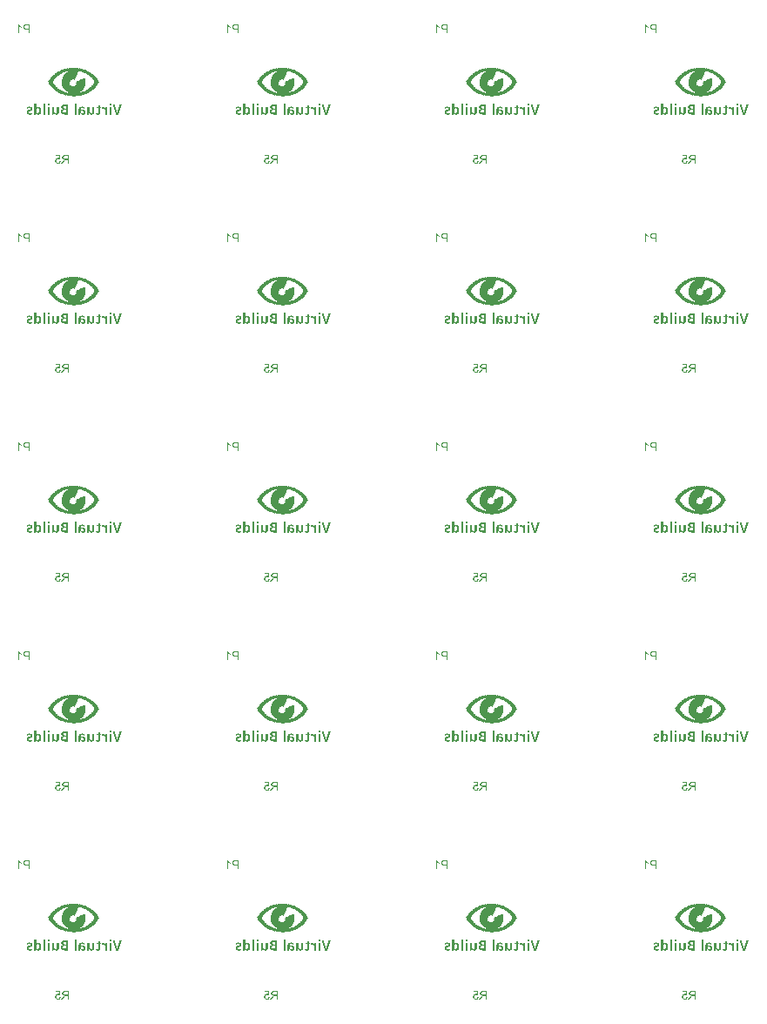
<source format=gbo>
%FSLAX25Y25*%
%MOIN*%
G70*
G01*
G75*
G04 Layer_Color=32896*
%ADD10C,0.03937*%
%ADD11R,0.03600X0.03600*%
%ADD12R,0.01969X0.01575*%
%ADD13R,0.02756X0.03543*%
%ADD14R,0.19685X0.13780*%
%ADD15C,0.01000*%
%ADD16C,0.05906*%
%ADD17R,0.05906X0.05906*%
%ADD18C,0.03000*%
%ADD19C,0.00600*%
%ADD20C,0.00787*%
%ADD21C,0.04737*%
%ADD22R,0.04400X0.04400*%
%ADD23R,0.02769X0.02375*%
%ADD24R,0.03556X0.04343*%
%ADD25R,0.20485X0.14579*%
%ADD26C,0.00800*%
%ADD27C,0.06706*%
%ADD28R,0.06706X0.06706*%
G36*
X92023Y104190D02*
X91984D01*
Y104228D01*
X92023D01*
Y104190D01*
D02*
G37*
G36*
X91984Y104151D02*
X91945D01*
Y104190D01*
X91984D01*
Y104151D01*
D02*
G37*
G36*
X92061Y104228D02*
X92023D01*
Y104267D01*
X92061D01*
Y104228D01*
D02*
G37*
G36*
X92139Y104306D02*
X92100D01*
Y104345D01*
X92139D01*
Y104306D01*
D02*
G37*
G36*
X92100Y104267D02*
X92061D01*
Y104306D01*
X92100D01*
Y104267D01*
D02*
G37*
G36*
X91945Y104112D02*
X91906D01*
Y104151D01*
X91945D01*
Y104112D01*
D02*
G37*
G36*
X91867Y104034D02*
X91828D01*
Y104073D01*
X91867D01*
Y104034D01*
D02*
G37*
G36*
X107919Y104500D02*
X107957D01*
Y104462D01*
X107996D01*
Y104423D01*
X108035D01*
Y104384D01*
X108074D01*
Y104345D01*
X108113D01*
Y104306D01*
X108152D01*
Y104267D01*
X108191D01*
Y104228D01*
X108229D01*
Y104190D01*
X108268D01*
Y104151D01*
X108307D01*
Y104112D01*
X108346D01*
Y104073D01*
X108385D01*
Y104034D01*
X108424D01*
Y103995D01*
X108385D01*
Y104034D01*
X108346D01*
Y104073D01*
X108307D01*
Y104112D01*
X108268D01*
Y104151D01*
X108229D01*
Y104190D01*
X108191D01*
Y104228D01*
X108152D01*
Y104267D01*
X108113D01*
Y104306D01*
X108074D01*
Y104345D01*
X108035D01*
Y104384D01*
X107996D01*
Y104423D01*
X107957D01*
Y104462D01*
X107919D01*
Y104500D01*
X107880D01*
Y104539D01*
X107919D01*
Y104500D01*
D02*
G37*
G36*
X107607Y99020D02*
X107569D01*
Y99059D01*
X107607D01*
Y99020D01*
D02*
G37*
G36*
X92411Y99254D02*
X92450D01*
Y99215D01*
X92489D01*
Y99176D01*
X92528D01*
Y99137D01*
X92567D01*
Y99098D01*
X92606D01*
Y99059D01*
X92644D01*
Y99020D01*
X92606D01*
Y99059D01*
X92567D01*
Y99098D01*
X92489D01*
Y99137D01*
X92450D01*
Y99176D01*
X92411D01*
Y99215D01*
X92372D01*
Y99254D01*
X92333D01*
Y99292D01*
X92411D01*
Y99254D01*
D02*
G37*
G36*
X91906Y104073D02*
X91867D01*
Y104112D01*
X91906D01*
Y104073D01*
D02*
G37*
G36*
X106830Y105394D02*
X106869D01*
Y105355D01*
X106947D01*
Y105317D01*
X106986D01*
Y105278D01*
X107025D01*
Y105239D01*
X107102D01*
Y105200D01*
X107141D01*
Y105161D01*
X107180D01*
Y105122D01*
X107258D01*
Y105083D01*
X107297D01*
Y105044D01*
X107219D01*
Y105083D01*
X107180D01*
Y105122D01*
X107141D01*
Y105161D01*
X107063D01*
Y105200D01*
X107025D01*
Y105239D01*
X106986D01*
Y105278D01*
X106908D01*
Y105317D01*
X106869D01*
Y105355D01*
X106791D01*
Y105394D01*
X106753D01*
Y105433D01*
X106830D01*
Y105394D01*
D02*
G37*
G36*
X93150Y98632D02*
X93189D01*
Y98593D01*
X93111D01*
Y98632D01*
X93072D01*
Y98671D01*
X93150D01*
Y98632D01*
D02*
G37*
G36*
X105120Y97466D02*
X105042D01*
Y97505D01*
X105120D01*
Y97466D01*
D02*
G37*
G36*
X104654Y97271D02*
X104576D01*
Y97310D01*
X104654D01*
Y97271D01*
D02*
G37*
G36*
X104848Y97349D02*
X104770D01*
Y97388D01*
X104848D01*
Y97349D01*
D02*
G37*
G36*
X92567Y104695D02*
X92528D01*
Y104734D01*
X92567D01*
Y104695D01*
D02*
G37*
G36*
X92217Y104384D02*
X92178D01*
Y104423D01*
X92217D01*
Y104384D01*
D02*
G37*
G36*
X92178Y104345D02*
X92139D01*
Y104384D01*
X92178D01*
Y104345D01*
D02*
G37*
G36*
X107219Y98709D02*
X107180D01*
Y98748D01*
X107219D01*
Y98709D01*
D02*
G37*
G36*
X107374Y104967D02*
X107452D01*
Y104928D01*
X107491D01*
Y104889D01*
X107530D01*
Y104850D01*
X107569D01*
Y104811D01*
X107607D01*
Y104772D01*
X107685D01*
Y104734D01*
X107724D01*
Y104695D01*
X107763D01*
Y104656D01*
X107802D01*
Y104617D01*
X107724D01*
Y104656D01*
X107685D01*
Y104695D01*
X107646D01*
Y104734D01*
X107607D01*
Y104772D01*
X107569D01*
Y104811D01*
X107530D01*
Y104850D01*
X107452D01*
Y104889D01*
X107413D01*
Y104928D01*
X107374D01*
Y104967D01*
X107335D01*
Y105006D01*
X107374D01*
Y104967D01*
D02*
G37*
G36*
X92761Y98943D02*
X92800D01*
Y98904D01*
X92839D01*
Y98865D01*
X92878D01*
Y98826D01*
X92955D01*
Y98787D01*
X92994D01*
Y98748D01*
X93033D01*
Y98709D01*
X92955D01*
Y98748D01*
X92916D01*
Y98787D01*
X92878D01*
Y98826D01*
X92839D01*
Y98865D01*
X92761D01*
Y98904D01*
X92722D01*
Y98943D01*
X92683D01*
Y98981D01*
X92761D01*
Y98943D01*
D02*
G37*
G36*
X91828Y103995D02*
X91789D01*
Y104034D01*
X91828D01*
Y103995D01*
D02*
G37*
G36*
X91090Y103101D02*
X91051D01*
Y103140D01*
X91090D01*
Y103101D01*
D02*
G37*
G36*
X109123Y100614D02*
X109084D01*
Y100653D01*
X109123D01*
Y100614D01*
D02*
G37*
G36*
Y103179D02*
X109162D01*
Y103140D01*
Y103101D01*
X109123D01*
Y103140D01*
X109084D01*
Y103179D01*
Y103218D01*
X109123D01*
Y103179D01*
D02*
G37*
G36*
X108812Y100225D02*
X108774D01*
Y100264D01*
X108812D01*
Y100225D01*
D02*
G37*
G36*
X90390Y102052D02*
Y102013D01*
Y101974D01*
X90351D01*
Y101935D01*
Y101896D01*
Y101858D01*
X90390D01*
Y101819D01*
Y101780D01*
Y101741D01*
X90429D01*
Y101702D01*
X90468D01*
Y101663D01*
Y101624D01*
X90507D01*
Y101585D01*
Y101547D01*
X90546D01*
Y101508D01*
X90584D01*
Y101469D01*
Y101430D01*
X90623D01*
Y101391D01*
X90662D01*
Y101352D01*
Y101313D01*
X90701D01*
Y101275D01*
X90740D01*
Y101236D01*
Y101197D01*
X90779D01*
Y101158D01*
X90818D01*
Y101119D01*
Y101080D01*
X90856D01*
Y101041D01*
X90895D01*
Y101003D01*
Y100964D01*
X90934D01*
Y100925D01*
X90973D01*
Y100886D01*
Y100847D01*
X91012D01*
Y100808D01*
X91051D01*
Y100769D01*
X91090D01*
Y100731D01*
Y100692D01*
X91129D01*
Y100653D01*
X91167D01*
Y100614D01*
X91206D01*
Y100575D01*
Y100536D01*
X91245D01*
Y100497D01*
X91284D01*
Y100458D01*
X91323D01*
Y100419D01*
Y100381D01*
X91284D01*
Y100419D01*
X91245D01*
Y100458D01*
Y100497D01*
X91206D01*
Y100536D01*
X91167D01*
Y100575D01*
X91129D01*
Y100614D01*
Y100653D01*
X91090D01*
Y100692D01*
X91051D01*
Y100731D01*
X91012D01*
Y100769D01*
Y100808D01*
X90973D01*
Y100847D01*
X90934D01*
Y100886D01*
X90895D01*
Y100925D01*
Y100964D01*
X90856D01*
Y101003D01*
X90818D01*
Y101041D01*
Y101080D01*
X90779D01*
Y101119D01*
X90740D01*
Y101158D01*
Y101197D01*
X90701D01*
Y101236D01*
X90662D01*
Y101275D01*
Y101313D01*
X90623D01*
Y101352D01*
X90584D01*
Y101391D01*
Y101430D01*
X90546D01*
Y101469D01*
X90507D01*
Y101508D01*
Y101547D01*
X90468D01*
Y101585D01*
Y101624D01*
X90429D01*
Y101663D01*
X90390D01*
Y101702D01*
Y101741D01*
X90351D01*
Y101780D01*
Y101819D01*
Y101858D01*
X90312D01*
Y101896D01*
Y101935D01*
Y101974D01*
Y102013D01*
X90351D01*
Y102052D01*
Y102091D01*
X90390D01*
Y102052D01*
D02*
G37*
G36*
X90895Y102829D02*
X90856D01*
Y102868D01*
X90895D01*
Y102829D01*
D02*
G37*
G36*
X109745Y102285D02*
Y102246D01*
X109784D01*
Y102207D01*
X109823D01*
Y102169D01*
Y102130D01*
X109862D01*
Y102091D01*
Y102052D01*
X109901D01*
Y102013D01*
Y101974D01*
Y101935D01*
Y101896D01*
Y101858D01*
Y101819D01*
Y101780D01*
X109862D01*
Y101819D01*
Y101858D01*
Y101896D01*
Y101935D01*
Y101974D01*
Y102013D01*
X109823D01*
Y102052D01*
Y102091D01*
Y102130D01*
X109784D01*
Y102169D01*
X109745D01*
Y102207D01*
Y102246D01*
X109706D01*
Y102285D01*
Y102324D01*
X109745D01*
Y102285D01*
D02*
G37*
G36*
X109240Y103024D02*
X109279D01*
Y102985D01*
Y102946D01*
X109318D01*
Y102907D01*
X109356D01*
Y102868D01*
Y102829D01*
X109395D01*
Y102790D01*
X109434D01*
Y102752D01*
X109473D01*
Y102713D01*
Y102674D01*
X109512D01*
Y102635D01*
X109551D01*
Y102596D01*
Y102557D01*
X109590D01*
Y102518D01*
X109628D01*
Y102479D01*
Y102441D01*
X109667D01*
Y102402D01*
Y102363D01*
X109628D01*
Y102402D01*
Y102441D01*
X109590D01*
Y102479D01*
X109551D01*
Y102518D01*
Y102557D01*
X109512D01*
Y102596D01*
X109473D01*
Y102635D01*
Y102674D01*
X109434D01*
Y102713D01*
X109395D01*
Y102752D01*
Y102790D01*
X109356D01*
Y102829D01*
X109318D01*
Y102868D01*
X109279D01*
Y102907D01*
Y102946D01*
X109240D01*
Y102985D01*
X109201D01*
Y103024D01*
Y103062D01*
X109240D01*
Y103024D01*
D02*
G37*
G36*
X109862Y101741D02*
Y101702D01*
X109823D01*
Y101741D01*
Y101780D01*
X109862D01*
Y101741D01*
D02*
G37*
G36*
X109240Y100769D02*
X109201D01*
Y100808D01*
X109240D01*
Y100769D01*
D02*
G37*
G36*
X90662Y102479D02*
X90623D01*
Y102518D01*
X90662D01*
Y102479D01*
D02*
G37*
G36*
X108540Y103879D02*
X108579D01*
Y103840D01*
X108618D01*
Y103801D01*
X108657D01*
Y103762D01*
Y103723D01*
X108696D01*
Y103684D01*
X108735D01*
Y103645D01*
X108696D01*
Y103684D01*
X108657D01*
Y103723D01*
X108618D01*
Y103762D01*
X108579D01*
Y103801D01*
X108540D01*
Y103840D01*
X108501D01*
Y103879D01*
Y103917D01*
X108540D01*
Y103879D01*
D02*
G37*
G36*
X91517Y103645D02*
X91478D01*
Y103684D01*
X91517D01*
Y103645D01*
D02*
G37*
G36*
X92023Y99603D02*
X92061D01*
Y99564D01*
X92100D01*
Y99526D01*
X92139D01*
Y99487D01*
X92178D01*
Y99448D01*
X92139D01*
Y99487D01*
X92100D01*
Y99526D01*
X92061D01*
Y99564D01*
X92023D01*
Y99603D01*
X91984D01*
Y99642D01*
X92023D01*
Y99603D01*
D02*
G37*
G36*
X107919Y99292D02*
X107880D01*
Y99331D01*
X107919D01*
Y99292D01*
D02*
G37*
G36*
X107957Y99331D02*
X107919D01*
Y99370D01*
X107957D01*
Y99331D01*
D02*
G37*
G36*
X91595Y100070D02*
X91634D01*
Y100031D01*
X91673D01*
Y99992D01*
X91712D01*
Y99953D01*
X91750D01*
Y99914D01*
X91789D01*
Y99875D01*
X91828D01*
Y99837D01*
Y99798D01*
X91789D01*
Y99837D01*
X91750D01*
Y99875D01*
X91712D01*
Y99914D01*
X91673D01*
Y99953D01*
X91634D01*
Y99992D01*
Y100031D01*
X91595D01*
Y100070D01*
X91556D01*
Y100109D01*
X91595D01*
Y100070D01*
D02*
G37*
G36*
X91401Y100303D02*
X91439D01*
Y100264D01*
X91478D01*
Y100225D01*
X91517D01*
Y100186D01*
Y100147D01*
X91478D01*
Y100186D01*
X91439D01*
Y100225D01*
X91401D01*
Y100264D01*
Y100303D01*
X91362D01*
Y100342D01*
X91401D01*
Y100303D01*
D02*
G37*
G36*
X91206Y103257D02*
X91167D01*
Y103296D01*
X91206D01*
Y103257D01*
D02*
G37*
G36*
X108812Y103568D02*
X108851D01*
Y103529D01*
X108890D01*
Y103490D01*
Y103451D01*
X108929D01*
Y103412D01*
X108968D01*
Y103373D01*
X109007D01*
Y103334D01*
X109046D01*
Y103296D01*
Y103257D01*
X109007D01*
Y103296D01*
X108968D01*
Y103334D01*
X108929D01*
Y103373D01*
Y103412D01*
X108890D01*
Y103451D01*
X108851D01*
Y103490D01*
X108812D01*
Y103529D01*
X108774D01*
Y103568D01*
Y103606D01*
X108812D01*
Y103568D01*
D02*
G37*
G36*
X108501Y99875D02*
X108463D01*
Y99914D01*
X108501D01*
Y99875D01*
D02*
G37*
G36*
X108540Y99914D02*
X108501D01*
Y99953D01*
X108540D01*
Y99914D01*
D02*
G37*
G36*
X93305Y98515D02*
X93344D01*
Y98476D01*
X93422D01*
Y98437D01*
X93461D01*
Y98399D01*
X93538D01*
Y98360D01*
X93577D01*
Y98321D01*
X93655D01*
Y98282D01*
X93694D01*
Y98243D01*
X93771D01*
Y98204D01*
X93810D01*
Y98165D01*
X93888D01*
Y98127D01*
X93927D01*
Y98088D01*
X94005D01*
Y98049D01*
X94082D01*
Y98010D01*
X94160D01*
Y97971D01*
X94199D01*
Y97932D01*
X94277D01*
Y97893D01*
X94354D01*
Y97854D01*
X94432D01*
Y97816D01*
X94510D01*
Y97777D01*
X94588D01*
Y97738D01*
X94665D01*
Y97699D01*
X94743D01*
Y97660D01*
X94821D01*
Y97621D01*
X94898D01*
Y97582D01*
X94976D01*
Y97544D01*
X95054D01*
Y97505D01*
X95171D01*
Y97466D01*
X95248D01*
Y97427D01*
X95326D01*
Y97388D01*
X95443D01*
Y97349D01*
X95520D01*
Y97310D01*
X95637D01*
Y97271D01*
X95754D01*
Y97233D01*
X95831D01*
Y97194D01*
X95715D01*
Y97233D01*
X95637D01*
Y97271D01*
X95520D01*
Y97310D01*
X95404D01*
Y97349D01*
X95326D01*
Y97388D01*
X95209D01*
Y97427D01*
X95132D01*
Y97466D01*
X95054D01*
Y97505D01*
X94976D01*
Y97544D01*
X94860D01*
Y97582D01*
X94782D01*
Y97621D01*
X94704D01*
Y97660D01*
X94626D01*
Y97699D01*
X94549D01*
Y97738D01*
X94471D01*
Y97777D01*
X94393D01*
Y97816D01*
X94354D01*
Y97854D01*
X94277D01*
Y97893D01*
X94199D01*
Y97932D01*
X94121D01*
Y97971D01*
X94043D01*
Y98010D01*
X94005D01*
Y98049D01*
X93927D01*
Y98088D01*
X93849D01*
Y98127D01*
X93810D01*
Y98165D01*
X93733D01*
Y98204D01*
X93694D01*
Y98243D01*
X93616D01*
Y98282D01*
X93577D01*
Y98321D01*
X93499D01*
Y98360D01*
X93461D01*
Y98399D01*
X93383D01*
Y98437D01*
X93344D01*
Y98476D01*
X93266D01*
Y98515D01*
X93227D01*
Y98554D01*
X93305D01*
Y98515D01*
D02*
G37*
G36*
X85804Y93579D02*
Y93540D01*
Y93502D01*
Y93463D01*
Y93424D01*
Y93385D01*
Y93346D01*
Y93307D01*
Y93268D01*
Y93229D01*
Y93191D01*
Y93152D01*
Y93113D01*
Y93074D01*
Y93035D01*
Y92996D01*
Y92957D01*
Y92918D01*
Y92880D01*
Y92841D01*
Y92802D01*
Y92763D01*
Y92724D01*
Y92685D01*
Y92646D01*
Y92608D01*
Y92569D01*
Y92530D01*
Y92491D01*
Y92452D01*
Y92413D01*
Y92374D01*
X85765D01*
Y92335D01*
Y92297D01*
Y92258D01*
Y92219D01*
Y92180D01*
Y92141D01*
Y92102D01*
X85726D01*
Y92063D01*
X85843D01*
Y92102D01*
X85882D01*
Y92141D01*
X85921D01*
Y92180D01*
X85960D01*
Y92219D01*
X85998D01*
Y92258D01*
X86037D01*
Y92297D01*
X86115D01*
Y92335D01*
X86154D01*
Y92374D01*
X86232D01*
Y92413D01*
X86348D01*
Y92452D01*
X86581D01*
Y92491D01*
X86737D01*
Y92452D01*
X86931D01*
Y92413D01*
X87048D01*
Y92374D01*
X87125D01*
Y92335D01*
X87203D01*
Y92297D01*
X87242D01*
Y92258D01*
X87320D01*
Y92219D01*
X87359D01*
Y92180D01*
X87397D01*
Y92141D01*
X87436D01*
Y92102D01*
Y92063D01*
X87475D01*
Y92025D01*
X87514D01*
Y91986D01*
Y91947D01*
X87553D01*
Y91908D01*
X87592D01*
Y91869D01*
Y91830D01*
Y91791D01*
X87631D01*
Y91752D01*
Y91714D01*
X87670D01*
Y91675D01*
Y91636D01*
Y91597D01*
X87708D01*
Y91558D01*
Y91519D01*
Y91480D01*
Y91442D01*
Y91403D01*
X87747D01*
Y91364D01*
Y91325D01*
Y91286D01*
Y91247D01*
Y91208D01*
Y91170D01*
Y91131D01*
Y91092D01*
Y91053D01*
Y91014D01*
Y90975D01*
Y90936D01*
Y90898D01*
Y90859D01*
Y90820D01*
Y90781D01*
Y90742D01*
Y90703D01*
Y90664D01*
Y90626D01*
Y90587D01*
Y90548D01*
Y90509D01*
X87708D01*
Y90470D01*
Y90431D01*
Y90392D01*
Y90353D01*
Y90315D01*
X87670D01*
Y90276D01*
Y90237D01*
Y90198D01*
X87631D01*
Y90159D01*
Y90120D01*
Y90081D01*
X87592D01*
Y90043D01*
Y90004D01*
X87553D01*
Y89965D01*
Y89926D01*
X87514D01*
Y89887D01*
X87475D01*
Y89848D01*
Y89809D01*
X87436D01*
Y89770D01*
X87397D01*
Y89732D01*
X87359D01*
Y89693D01*
X87320D01*
Y89654D01*
X87281D01*
Y89615D01*
X87203D01*
Y89576D01*
X87164D01*
Y89537D01*
X87087D01*
Y89498D01*
X86970D01*
Y89460D01*
X86737D01*
Y89421D01*
X86581D01*
Y89460D01*
X86387D01*
Y89498D01*
X86270D01*
Y89537D01*
X86193D01*
Y89576D01*
X86115D01*
Y89615D01*
X86076D01*
Y89654D01*
X86037D01*
Y89693D01*
X85998D01*
Y89732D01*
X85960D01*
Y89770D01*
X85921D01*
Y89809D01*
X85882D01*
Y89848D01*
Y89887D01*
X85765D01*
Y89848D01*
Y89809D01*
X85726D01*
Y89770D01*
Y89732D01*
X85687D01*
Y89693D01*
Y89654D01*
Y89615D01*
X85649D01*
Y89576D01*
Y89537D01*
X85610D01*
Y89498D01*
Y89460D01*
X85066D01*
Y89498D01*
Y89537D01*
Y89576D01*
Y89615D01*
Y89654D01*
Y89693D01*
Y89732D01*
Y89770D01*
Y89809D01*
Y89848D01*
Y89887D01*
Y89926D01*
Y89965D01*
Y90004D01*
Y90043D01*
Y90081D01*
Y90120D01*
Y90159D01*
Y90198D01*
Y90237D01*
Y90276D01*
Y90315D01*
Y90353D01*
Y90392D01*
Y90431D01*
Y90470D01*
Y90509D01*
Y90548D01*
Y90587D01*
Y90626D01*
Y90664D01*
Y90703D01*
Y90742D01*
Y90781D01*
Y90820D01*
Y90859D01*
Y90898D01*
Y90936D01*
Y90975D01*
Y91014D01*
Y91053D01*
Y91092D01*
Y91131D01*
Y91170D01*
Y91208D01*
Y91247D01*
Y91286D01*
Y91325D01*
Y91364D01*
Y91403D01*
Y91442D01*
Y91480D01*
Y91519D01*
Y91558D01*
Y91597D01*
Y91636D01*
Y91675D01*
Y91714D01*
Y91752D01*
Y91791D01*
Y91830D01*
Y91869D01*
Y91908D01*
Y91947D01*
Y91986D01*
Y92025D01*
Y92063D01*
Y92102D01*
Y92141D01*
Y92180D01*
Y92219D01*
Y92258D01*
Y92297D01*
Y92335D01*
Y92374D01*
Y92413D01*
Y92452D01*
Y92491D01*
Y92530D01*
Y92569D01*
Y92608D01*
Y92646D01*
Y92685D01*
Y92724D01*
Y92763D01*
Y92802D01*
Y92841D01*
Y92880D01*
Y92918D01*
Y92957D01*
Y92996D01*
Y93035D01*
Y93074D01*
Y93113D01*
Y93152D01*
Y93191D01*
Y93229D01*
Y93268D01*
Y93307D01*
Y93346D01*
Y93385D01*
Y93424D01*
Y93463D01*
Y93502D01*
Y93540D01*
Y93579D01*
Y93618D01*
X85804D01*
Y93579D01*
D02*
G37*
G36*
X106714Y105472D02*
X106636D01*
Y105511D01*
X106714D01*
Y105472D01*
D02*
G37*
G36*
X104032Y106755D02*
X104187D01*
Y106716D01*
X104265D01*
Y106677D01*
X104382D01*
Y106638D01*
X104498D01*
Y106599D01*
X104615D01*
Y106560D01*
X104693D01*
Y106521D01*
X104809D01*
Y106483D01*
X104887D01*
Y106444D01*
X105003D01*
Y106405D01*
X105081D01*
Y106366D01*
X104965D01*
Y106405D01*
X104887D01*
Y106444D01*
X104770D01*
Y106483D01*
X104693D01*
Y106521D01*
X104576D01*
Y106560D01*
X104498D01*
Y106599D01*
X104382D01*
Y106638D01*
X104265D01*
Y106677D01*
X104148D01*
Y106716D01*
X104032D01*
Y106755D01*
X103915D01*
Y106793D01*
X104032D01*
Y106755D01*
D02*
G37*
G36*
X105237Y106288D02*
X105353D01*
Y106249D01*
X105431D01*
Y106210D01*
X105509D01*
Y106172D01*
X105587D01*
Y106133D01*
X105664D01*
Y106094D01*
X105742D01*
Y106055D01*
X105820D01*
Y106016D01*
X105859D01*
Y105977D01*
X105936D01*
Y105938D01*
X106014D01*
Y105900D01*
X106092D01*
Y105861D01*
X106169D01*
Y105822D01*
X106208D01*
Y105783D01*
X106286D01*
Y105744D01*
X106364D01*
Y105705D01*
X106403D01*
Y105666D01*
X106480D01*
Y105628D01*
X106519D01*
Y105589D01*
X106597D01*
Y105550D01*
X106519D01*
Y105589D01*
X106442D01*
Y105628D01*
X106403D01*
Y105666D01*
X106325D01*
Y105705D01*
X106286D01*
Y105744D01*
X106208D01*
Y105783D01*
X106131D01*
Y105822D01*
X106092D01*
Y105861D01*
X106014D01*
Y105900D01*
X105936D01*
Y105938D01*
X105859D01*
Y105977D01*
X105781D01*
Y106016D01*
X105703D01*
Y106055D01*
X105625D01*
Y106094D01*
X105548D01*
Y106133D01*
X105470D01*
Y106172D01*
X105392D01*
Y106210D01*
X105315D01*
Y106249D01*
X105237D01*
Y106288D01*
X105159D01*
Y106327D01*
X105237D01*
Y106288D01*
D02*
G37*
G36*
X114253Y93579D02*
X114409D01*
Y93540D01*
X114448D01*
Y93502D01*
X114526D01*
Y93463D01*
Y93424D01*
X114564D01*
Y93385D01*
Y93346D01*
X114603D01*
Y93307D01*
Y93268D01*
Y93229D01*
Y93191D01*
Y93152D01*
Y93113D01*
Y93074D01*
X114564D01*
Y93035D01*
Y92996D01*
X114526D01*
Y92957D01*
X114487D01*
Y92918D01*
X114448D01*
Y92880D01*
X114409D01*
Y92841D01*
X114253D01*
Y92802D01*
X114137D01*
Y92841D01*
X113981D01*
Y92880D01*
X113904D01*
Y92918D01*
X113865D01*
Y92957D01*
X113826D01*
Y92996D01*
Y93035D01*
X113787D01*
Y93074D01*
Y93113D01*
Y93152D01*
Y93191D01*
Y93229D01*
Y93268D01*
Y93307D01*
Y93346D01*
Y93385D01*
X113826D01*
Y93424D01*
Y93463D01*
X113865D01*
Y93502D01*
X113904D01*
Y93540D01*
X113981D01*
Y93579D01*
X114137D01*
Y93618D01*
X114253D01*
Y93579D01*
D02*
G37*
G36*
X95054Y106288D02*
X94976D01*
Y106327D01*
X95054D01*
Y106288D01*
D02*
G37*
G36*
X103527Y106910D02*
X103682D01*
Y106871D01*
X103799D01*
Y106832D01*
X103643D01*
Y106871D01*
X103488D01*
Y106910D01*
X103371D01*
Y106949D01*
X103527D01*
Y106910D01*
D02*
G37*
G36*
X79216Y123845D02*
X79267Y123771D01*
X79327Y123697D01*
X79383Y123632D01*
X79438Y123577D01*
X79480Y123531D01*
X79498Y123517D01*
X79512Y123503D01*
X79517Y123498D01*
X79521Y123494D01*
X79618Y123415D01*
X79715Y123341D01*
X79808Y123277D01*
X79900Y123226D01*
X79979Y123180D01*
X80011Y123161D01*
X80039Y123147D01*
X80062Y123134D01*
X80080Y123129D01*
X80089Y123120D01*
X80094D01*
Y122741D01*
X80025Y122768D01*
X79956Y122801D01*
X79886Y122833D01*
X79821Y122865D01*
X79766Y122893D01*
X79720Y122916D01*
X79692Y122935D01*
X79688Y122939D01*
X79683D01*
X79600Y122990D01*
X79526Y123041D01*
X79461Y123087D01*
X79410Y123129D01*
X79364Y123161D01*
X79336Y123189D01*
X79313Y123207D01*
X79309Y123212D01*
Y120713D01*
X78916D01*
Y123924D01*
X79170D01*
X79216Y123845D01*
D02*
G37*
G36*
X83213Y120713D02*
X82788D01*
Y122011D01*
X81970D01*
X81850Y122015D01*
X81734Y122025D01*
X81633Y122038D01*
X81540Y122057D01*
X81452Y122075D01*
X81379Y122099D01*
X81309Y122126D01*
X81249Y122154D01*
X81198Y122177D01*
X81152Y122205D01*
X81115Y122228D01*
X81087Y122251D01*
X81064Y122265D01*
X81050Y122279D01*
X81041Y122288D01*
X81037Y122293D01*
X80990Y122348D01*
X80949Y122404D01*
X80917Y122459D01*
X80884Y122519D01*
X80856Y122579D01*
X80838Y122634D01*
X80806Y122741D01*
X80796Y122792D01*
X80787Y122838D01*
X80783Y122879D01*
X80778Y122912D01*
X80773Y122944D01*
Y122962D01*
Y122976D01*
Y122981D01*
X80778Y123069D01*
X80787Y123152D01*
X80806Y123226D01*
X80819Y123291D01*
X80838Y123346D01*
X80856Y123388D01*
X80866Y123411D01*
X80870Y123420D01*
X80907Y123489D01*
X80953Y123549D01*
X80995Y123605D01*
X81037Y123646D01*
X81073Y123679D01*
X81101Y123706D01*
X81120Y123720D01*
X81129Y123725D01*
X81189Y123762D01*
X81258Y123794D01*
X81323Y123822D01*
X81383Y123845D01*
X81438Y123859D01*
X81480Y123868D01*
X81512Y123877D01*
X81522D01*
X81591Y123887D01*
X81669Y123896D01*
X81753Y123900D01*
X81831Y123905D01*
X81901Y123910D01*
X83213D01*
Y120713D01*
D02*
G37*
G36*
X95326Y106405D02*
X95248D01*
Y106444D01*
X95326D01*
Y106405D01*
D02*
G37*
G36*
X96298Y106755D02*
X96181D01*
Y106793D01*
X96298D01*
Y106755D01*
D02*
G37*
G36*
X83278Y92452D02*
X83589D01*
Y92413D01*
X83744D01*
Y92374D01*
X83861D01*
Y92335D01*
X83938D01*
Y92297D01*
X83977D01*
Y92258D01*
X84055D01*
Y92219D01*
X84094D01*
Y92180D01*
X84133D01*
Y92141D01*
X84172D01*
Y92102D01*
X84211D01*
Y92063D01*
Y92025D01*
X84249D01*
Y91986D01*
Y91947D01*
X84288D01*
Y91908D01*
Y91869D01*
Y91830D01*
X84327D01*
Y91791D01*
Y91752D01*
Y91714D01*
Y91675D01*
Y91636D01*
Y91597D01*
Y91558D01*
Y91519D01*
Y91480D01*
X84288D01*
Y91442D01*
Y91403D01*
Y91364D01*
Y91325D01*
X84249D01*
Y91286D01*
Y91247D01*
X84211D01*
Y91208D01*
Y91170D01*
X84172D01*
Y91131D01*
X84133D01*
Y91092D01*
X84094D01*
Y91053D01*
X84055D01*
Y91014D01*
X84016D01*
Y90975D01*
X83938D01*
Y90936D01*
X83861D01*
Y90898D01*
X83822D01*
Y90859D01*
X83744D01*
Y90820D01*
X83666D01*
Y90781D01*
X83550D01*
Y90742D01*
X83472D01*
Y90703D01*
X83394D01*
Y90664D01*
X83278D01*
Y90626D01*
X83200D01*
Y90587D01*
X83122D01*
Y90548D01*
X83083D01*
Y90509D01*
X83006D01*
Y90470D01*
X82967D01*
Y90431D01*
X82928D01*
Y90392D01*
X82889D01*
Y90353D01*
Y90315D01*
Y90276D01*
Y90237D01*
Y90198D01*
Y90159D01*
Y90120D01*
X82928D01*
Y90081D01*
X82967D01*
Y90043D01*
X83045D01*
Y90004D01*
X83705D01*
Y90043D01*
X83861D01*
Y90081D01*
X84016D01*
Y90120D01*
X84133D01*
Y90159D01*
X84249D01*
Y90198D01*
X84327D01*
Y90159D01*
Y90120D01*
Y90081D01*
Y90043D01*
Y90004D01*
Y89965D01*
Y89926D01*
Y89887D01*
Y89848D01*
Y89809D01*
Y89770D01*
Y89732D01*
Y89693D01*
Y89654D01*
Y89615D01*
X84288D01*
Y89576D01*
X84211D01*
Y89537D01*
X84055D01*
Y89498D01*
X83900D01*
Y89460D01*
X83511D01*
Y89421D01*
X83239D01*
Y89460D01*
X82928D01*
Y89498D01*
X82772D01*
Y89537D01*
X82656D01*
Y89576D01*
X82578D01*
Y89615D01*
X82500D01*
Y89654D01*
X82462D01*
Y89693D01*
X82423D01*
Y89732D01*
X82345D01*
Y89770D01*
Y89809D01*
X82306D01*
Y89848D01*
X82267D01*
Y89887D01*
X82228D01*
Y89926D01*
Y89965D01*
X82190D01*
Y90004D01*
Y90043D01*
Y90081D01*
X82151D01*
Y90120D01*
Y90159D01*
Y90198D01*
Y90237D01*
Y90276D01*
Y90315D01*
Y90353D01*
X82112D01*
Y90392D01*
X82151D01*
Y90431D01*
Y90470D01*
Y90509D01*
Y90548D01*
Y90587D01*
Y90626D01*
X82190D01*
Y90664D01*
Y90703D01*
Y90742D01*
X82228D01*
Y90781D01*
X82267D01*
Y90820D01*
Y90859D01*
X82306D01*
Y90898D01*
X82345D01*
Y90936D01*
X82384D01*
Y90975D01*
X82423D01*
Y91014D01*
X82500D01*
Y91053D01*
X82539D01*
Y91092D01*
X82617D01*
Y91131D01*
X82695D01*
Y91170D01*
X82772D01*
Y91208D01*
X82850D01*
Y91247D01*
X82928D01*
Y91286D01*
X83045D01*
Y91325D01*
X83122D01*
Y91364D01*
X83239D01*
Y91403D01*
X83317D01*
Y91442D01*
X83394D01*
Y91480D01*
X83433D01*
Y91519D01*
X83511D01*
Y91558D01*
X83550D01*
Y91597D01*
Y91636D01*
X83589D01*
Y91675D01*
Y91714D01*
Y91752D01*
Y91791D01*
X83550D01*
Y91830D01*
X83511D01*
Y91869D01*
X83472D01*
Y91908D01*
X82889D01*
Y91869D01*
X82734D01*
Y91830D01*
X82617D01*
Y91791D01*
X82539D01*
Y91752D01*
X82462D01*
Y91714D01*
X82384D01*
Y91752D01*
Y91791D01*
X82345D01*
Y91830D01*
Y91869D01*
X82306D01*
Y91908D01*
Y91947D01*
Y91986D01*
X82267D01*
Y92025D01*
Y92063D01*
X82228D01*
Y92102D01*
Y92141D01*
Y92180D01*
X82190D01*
Y92219D01*
Y92258D01*
X82228D01*
Y92297D01*
X82345D01*
Y92335D01*
X82423D01*
Y92374D01*
X82578D01*
Y92413D01*
X82734D01*
Y92452D01*
X83083D01*
Y92491D01*
X83278D01*
Y92452D01*
D02*
G37*
G36*
X98085Y93307D02*
Y93268D01*
Y93229D01*
Y93191D01*
Y93152D01*
Y93113D01*
Y93074D01*
Y93035D01*
Y92996D01*
Y92957D01*
Y92918D01*
Y92880D01*
Y92841D01*
Y92802D01*
Y92763D01*
Y92724D01*
Y92685D01*
Y92646D01*
Y92608D01*
Y92569D01*
Y92530D01*
Y92491D01*
Y92452D01*
Y92413D01*
Y92374D01*
Y92335D01*
Y92297D01*
Y92258D01*
Y92219D01*
Y92180D01*
Y92141D01*
Y92102D01*
Y92063D01*
Y92025D01*
Y91986D01*
Y91947D01*
Y91908D01*
Y91869D01*
Y91830D01*
Y91791D01*
Y91752D01*
Y91714D01*
Y91675D01*
Y91636D01*
Y91597D01*
Y91558D01*
Y91519D01*
Y91480D01*
Y91442D01*
Y91403D01*
Y91364D01*
Y91325D01*
Y91286D01*
Y91247D01*
Y91208D01*
Y91170D01*
Y91131D01*
Y91092D01*
Y91053D01*
Y91014D01*
Y90975D01*
Y90936D01*
Y90898D01*
Y90859D01*
Y90820D01*
Y90781D01*
Y90742D01*
Y90703D01*
Y90664D01*
Y90626D01*
Y90587D01*
Y90548D01*
Y90509D01*
Y90470D01*
Y90431D01*
Y90392D01*
Y90353D01*
Y90315D01*
Y90276D01*
Y90237D01*
Y90198D01*
Y90159D01*
Y90120D01*
Y90081D01*
Y90043D01*
Y90004D01*
Y89965D01*
Y89926D01*
Y89887D01*
Y89848D01*
Y89809D01*
Y89770D01*
Y89732D01*
Y89693D01*
Y89654D01*
Y89615D01*
Y89576D01*
Y89537D01*
Y89498D01*
Y89460D01*
X96531D01*
Y89498D01*
X96220D01*
Y89537D01*
X96065D01*
Y89576D01*
X95948D01*
Y89615D01*
X95870D01*
Y89654D01*
X95792D01*
Y89693D01*
X95715D01*
Y89732D01*
X95676D01*
Y89770D01*
X95598D01*
Y89809D01*
X95559D01*
Y89848D01*
X95520D01*
Y89887D01*
X95481D01*
Y89926D01*
X95443D01*
Y89965D01*
Y90004D01*
X95404D01*
Y90043D01*
X95365D01*
Y90081D01*
Y90120D01*
X95326D01*
Y90159D01*
Y90198D01*
Y90237D01*
X95287D01*
Y90276D01*
Y90315D01*
Y90353D01*
Y90392D01*
X95248D01*
Y90431D01*
Y90470D01*
Y90509D01*
Y90548D01*
Y90587D01*
Y90626D01*
Y90664D01*
Y90703D01*
Y90742D01*
Y90781D01*
Y90820D01*
X95287D01*
Y90859D01*
Y90898D01*
Y90936D01*
Y90975D01*
X95326D01*
Y91014D01*
Y91053D01*
X95365D01*
Y91092D01*
Y91131D01*
X95404D01*
Y91170D01*
Y91208D01*
X95443D01*
Y91247D01*
X95481D01*
Y91286D01*
X95520D01*
Y91325D01*
X95598D01*
Y91364D01*
X95637D01*
Y91403D01*
X95715D01*
Y91442D01*
X95831D01*
Y91480D01*
X95948D01*
Y91519D01*
Y91558D01*
X95831D01*
Y91597D01*
X95754D01*
Y91636D01*
X95676D01*
Y91675D01*
X95637D01*
Y91714D01*
X95598D01*
Y91752D01*
X95559D01*
Y91791D01*
X95520D01*
Y91830D01*
X95481D01*
Y91869D01*
Y91908D01*
X95443D01*
Y91947D01*
Y91986D01*
X95404D01*
Y92025D01*
Y92063D01*
Y92102D01*
X95365D01*
Y92141D01*
Y92180D01*
Y92219D01*
Y92258D01*
Y92297D01*
Y92335D01*
Y92374D01*
Y92413D01*
Y92452D01*
Y92491D01*
Y92530D01*
Y92569D01*
Y92608D01*
Y92646D01*
X95404D01*
Y92685D01*
Y92724D01*
Y92763D01*
X95443D01*
Y92802D01*
Y92841D01*
X95481D01*
Y92880D01*
X95520D01*
Y92918D01*
Y92957D01*
X95559D01*
Y92996D01*
X95598D01*
Y93035D01*
X95676D01*
Y93074D01*
X95715D01*
Y93113D01*
X95792D01*
Y93152D01*
X95870D01*
Y93191D01*
X95987D01*
Y93229D01*
X96103D01*
Y93268D01*
X96298D01*
Y93307D01*
X96725D01*
Y93346D01*
X98085D01*
Y93307D01*
D02*
G37*
G36*
X94510Y92413D02*
Y92374D01*
Y92335D01*
Y92297D01*
Y92258D01*
Y92219D01*
Y92180D01*
Y92141D01*
Y92102D01*
Y92063D01*
Y92025D01*
Y91986D01*
Y91947D01*
Y91908D01*
Y91869D01*
Y91830D01*
Y91791D01*
Y91752D01*
Y91714D01*
Y91675D01*
Y91636D01*
Y91597D01*
Y91558D01*
Y91519D01*
Y91480D01*
Y91442D01*
Y91403D01*
Y91364D01*
Y91325D01*
Y91286D01*
Y91247D01*
Y91208D01*
Y91170D01*
Y91131D01*
Y91092D01*
Y91053D01*
Y91014D01*
Y90975D01*
Y90936D01*
Y90898D01*
Y90859D01*
Y90820D01*
Y90781D01*
Y90742D01*
Y90703D01*
Y90664D01*
Y90626D01*
Y90587D01*
Y90548D01*
Y90509D01*
Y90470D01*
Y90431D01*
Y90392D01*
Y90353D01*
X94471D01*
Y90315D01*
Y90276D01*
Y90237D01*
Y90198D01*
Y90159D01*
Y90120D01*
X94432D01*
Y90081D01*
Y90043D01*
Y90004D01*
X94393D01*
Y89965D01*
Y89926D01*
X94354D01*
Y89887D01*
Y89848D01*
X94316D01*
Y89809D01*
X94277D01*
Y89770D01*
Y89732D01*
X94238D01*
Y89693D01*
X94199D01*
Y89654D01*
X94160D01*
Y89615D01*
X94082D01*
Y89576D01*
X94005D01*
Y89537D01*
X93927D01*
Y89498D01*
X93810D01*
Y89460D01*
X93577D01*
Y89421D01*
X93383D01*
Y89460D01*
X93150D01*
Y89498D01*
X93033D01*
Y89537D01*
X92955D01*
Y89576D01*
X92878D01*
Y89615D01*
X92800D01*
Y89654D01*
X92761D01*
Y89693D01*
X92722D01*
Y89732D01*
X92683D01*
Y89770D01*
X92644D01*
Y89809D01*
X92606D01*
Y89848D01*
Y89887D01*
X92489D01*
Y89848D01*
Y89809D01*
X92450D01*
Y89770D01*
Y89732D01*
Y89693D01*
Y89654D01*
X92411D01*
Y89615D01*
Y89576D01*
Y89537D01*
X92372D01*
Y89498D01*
Y89460D01*
X91828D01*
Y89498D01*
Y89537D01*
Y89576D01*
Y89615D01*
Y89654D01*
Y89693D01*
Y89732D01*
Y89770D01*
Y89809D01*
Y89848D01*
Y89887D01*
Y89926D01*
Y89965D01*
Y90004D01*
Y90043D01*
Y90081D01*
Y90120D01*
Y90159D01*
Y90198D01*
Y90237D01*
Y90276D01*
Y90315D01*
Y90353D01*
Y90392D01*
Y90431D01*
Y90470D01*
Y90509D01*
Y90548D01*
Y90587D01*
Y90626D01*
Y90664D01*
Y90703D01*
Y90742D01*
Y90781D01*
Y90820D01*
Y90859D01*
Y90898D01*
Y90936D01*
Y90975D01*
Y91014D01*
Y91053D01*
Y91092D01*
Y91131D01*
Y91170D01*
Y91208D01*
Y91247D01*
Y91286D01*
Y91325D01*
Y91364D01*
Y91403D01*
Y91442D01*
Y91480D01*
Y91519D01*
Y91558D01*
Y91597D01*
Y91636D01*
Y91675D01*
Y91714D01*
Y91752D01*
Y91791D01*
Y91830D01*
Y91869D01*
Y91908D01*
Y91947D01*
Y91986D01*
Y92025D01*
Y92063D01*
Y92102D01*
Y92141D01*
Y92180D01*
Y92219D01*
Y92258D01*
Y92297D01*
Y92335D01*
Y92374D01*
Y92413D01*
Y92452D01*
X92567D01*
Y92413D01*
Y92374D01*
Y92335D01*
Y92297D01*
Y92258D01*
Y92219D01*
Y92180D01*
Y92141D01*
Y92102D01*
Y92063D01*
Y92025D01*
Y91986D01*
Y91947D01*
Y91908D01*
Y91869D01*
Y91830D01*
Y91791D01*
Y91752D01*
Y91714D01*
Y91675D01*
Y91636D01*
Y91597D01*
Y91558D01*
Y91519D01*
Y91480D01*
Y91442D01*
Y91403D01*
Y91364D01*
Y91325D01*
Y91286D01*
Y91247D01*
Y91208D01*
Y91170D01*
Y91131D01*
Y91092D01*
Y91053D01*
Y91014D01*
Y90975D01*
Y90936D01*
Y90898D01*
Y90859D01*
Y90820D01*
Y90781D01*
Y90742D01*
Y90703D01*
X92606D01*
Y90664D01*
Y90626D01*
Y90587D01*
Y90548D01*
Y90509D01*
X92644D01*
Y90470D01*
Y90431D01*
Y90392D01*
X92683D01*
Y90353D01*
Y90315D01*
X92722D01*
Y90276D01*
Y90237D01*
X92761D01*
Y90198D01*
X92800D01*
Y90159D01*
X92878D01*
Y90120D01*
X92955D01*
Y90081D01*
X93111D01*
Y90043D01*
X93344D01*
Y90081D01*
X93499D01*
Y90120D01*
X93577D01*
Y90159D01*
X93616D01*
Y90198D01*
Y90237D01*
X93655D01*
Y90276D01*
X93694D01*
Y90315D01*
Y90353D01*
Y90392D01*
X93733D01*
Y90431D01*
Y90470D01*
Y90509D01*
Y90548D01*
Y90587D01*
Y90626D01*
Y90664D01*
Y90703D01*
Y90742D01*
Y90781D01*
Y90820D01*
Y90859D01*
Y90898D01*
Y90936D01*
Y90975D01*
Y91014D01*
Y91053D01*
Y91092D01*
Y91131D01*
Y91170D01*
Y91208D01*
Y91247D01*
Y91286D01*
Y91325D01*
Y91364D01*
Y91403D01*
Y91442D01*
Y91480D01*
Y91519D01*
Y91558D01*
Y91597D01*
Y91636D01*
Y91675D01*
Y91714D01*
Y91752D01*
Y91791D01*
Y91830D01*
Y91869D01*
Y91908D01*
Y91947D01*
Y91986D01*
Y92025D01*
Y92063D01*
Y92102D01*
Y92141D01*
Y92180D01*
Y92219D01*
Y92258D01*
Y92297D01*
Y92335D01*
Y92374D01*
Y92413D01*
Y92452D01*
X94510D01*
Y92413D01*
D02*
G37*
G36*
X108074D02*
Y92374D01*
Y92335D01*
Y92297D01*
Y92258D01*
Y92219D01*
Y92180D01*
Y92141D01*
Y92102D01*
Y92063D01*
Y92025D01*
Y91986D01*
Y91947D01*
Y91908D01*
Y91869D01*
Y91830D01*
Y91791D01*
Y91752D01*
Y91714D01*
Y91675D01*
Y91636D01*
Y91597D01*
Y91558D01*
Y91519D01*
Y91480D01*
Y91442D01*
Y91403D01*
Y91364D01*
Y91325D01*
Y91286D01*
Y91247D01*
Y91208D01*
Y91170D01*
Y91131D01*
Y91092D01*
Y91053D01*
Y91014D01*
Y90975D01*
Y90936D01*
Y90898D01*
Y90859D01*
Y90820D01*
Y90781D01*
Y90742D01*
Y90703D01*
Y90664D01*
Y90626D01*
Y90587D01*
Y90548D01*
Y90509D01*
Y90470D01*
Y90431D01*
Y90392D01*
Y90353D01*
Y90315D01*
Y90276D01*
Y90237D01*
Y90198D01*
Y90159D01*
X108035D01*
Y90120D01*
Y90081D01*
Y90043D01*
X107996D01*
Y90004D01*
Y89965D01*
Y89926D01*
X107957D01*
Y89887D01*
X107919D01*
Y89848D01*
Y89809D01*
X107880D01*
Y89770D01*
X107841D01*
Y89732D01*
X107802D01*
Y89693D01*
X107763D01*
Y89654D01*
X107724D01*
Y89615D01*
X107685D01*
Y89576D01*
X107607D01*
Y89537D01*
X107530D01*
Y89498D01*
X107413D01*
Y89460D01*
X107141D01*
Y89421D01*
X106986D01*
Y89460D01*
X106753D01*
Y89498D01*
X106636D01*
Y89537D01*
X106519D01*
Y89576D01*
X106442D01*
Y89615D01*
X106403D01*
Y89654D01*
X106364D01*
Y89693D01*
X106325D01*
Y89732D01*
X106286D01*
Y89770D01*
X106247D01*
Y89809D01*
X106208D01*
Y89848D01*
X106169D01*
Y89887D01*
X106092D01*
Y89848D01*
X106053D01*
Y89809D01*
Y89770D01*
Y89732D01*
Y89693D01*
X106014D01*
Y89654D01*
Y89615D01*
Y89576D01*
X105975D01*
Y89537D01*
Y89498D01*
Y89460D01*
X105392D01*
Y89498D01*
Y89537D01*
Y89576D01*
Y89615D01*
Y89654D01*
Y89693D01*
Y89732D01*
Y89770D01*
Y89809D01*
Y89848D01*
Y89887D01*
Y89926D01*
Y89965D01*
Y90004D01*
Y90043D01*
Y90081D01*
Y90120D01*
Y90159D01*
Y90198D01*
Y90237D01*
Y90276D01*
Y90315D01*
Y90353D01*
Y90392D01*
Y90431D01*
Y90470D01*
Y90509D01*
Y90548D01*
Y90587D01*
Y90626D01*
Y90664D01*
Y90703D01*
Y90742D01*
Y90781D01*
Y90820D01*
Y90859D01*
Y90898D01*
Y90936D01*
Y90975D01*
Y91014D01*
Y91053D01*
Y91092D01*
Y91131D01*
Y91170D01*
Y91208D01*
Y91247D01*
Y91286D01*
Y91325D01*
Y91364D01*
Y91403D01*
Y91442D01*
Y91480D01*
Y91519D01*
Y91558D01*
Y91597D01*
Y91636D01*
Y91675D01*
Y91714D01*
Y91752D01*
Y91791D01*
Y91830D01*
Y91869D01*
Y91908D01*
Y91947D01*
Y91986D01*
Y92025D01*
Y92063D01*
Y92102D01*
Y92141D01*
Y92180D01*
Y92219D01*
Y92258D01*
Y92297D01*
Y92335D01*
Y92374D01*
Y92413D01*
Y92452D01*
X106169D01*
Y92413D01*
Y92374D01*
Y92335D01*
Y92297D01*
Y92258D01*
Y92219D01*
Y92180D01*
Y92141D01*
Y92102D01*
Y92063D01*
Y92025D01*
Y91986D01*
Y91947D01*
Y91908D01*
Y91869D01*
Y91830D01*
Y91791D01*
Y91752D01*
Y91714D01*
Y91675D01*
Y91636D01*
Y91597D01*
Y91558D01*
Y91519D01*
Y91480D01*
Y91442D01*
Y91403D01*
Y91364D01*
Y91325D01*
Y91286D01*
Y91247D01*
Y91208D01*
Y91170D01*
Y91131D01*
Y91092D01*
Y91053D01*
Y91014D01*
Y90975D01*
Y90936D01*
Y90898D01*
Y90859D01*
Y90820D01*
Y90781D01*
Y90742D01*
Y90703D01*
Y90664D01*
Y90626D01*
X106208D01*
Y90587D01*
Y90548D01*
Y90509D01*
Y90470D01*
X106247D01*
Y90431D01*
Y90392D01*
Y90353D01*
X106286D01*
Y90315D01*
Y90276D01*
X106325D01*
Y90237D01*
X106364D01*
Y90198D01*
X106403D01*
Y90159D01*
X106442D01*
Y90120D01*
X106519D01*
Y90081D01*
X106714D01*
Y90043D01*
X106947D01*
Y90081D01*
X107102D01*
Y90120D01*
X107141D01*
Y90159D01*
X107180D01*
Y90198D01*
X107219D01*
Y90237D01*
X107258D01*
Y90276D01*
Y90315D01*
X107297D01*
Y90353D01*
Y90392D01*
Y90431D01*
Y90470D01*
X107335D01*
Y90509D01*
Y90548D01*
Y90587D01*
Y90626D01*
Y90664D01*
Y90703D01*
Y90742D01*
Y90781D01*
Y90820D01*
Y90859D01*
Y90898D01*
Y90936D01*
Y90975D01*
Y91014D01*
Y91053D01*
Y91092D01*
Y91131D01*
Y91170D01*
Y91208D01*
Y91247D01*
Y91286D01*
Y91325D01*
Y91364D01*
Y91403D01*
Y91442D01*
Y91480D01*
Y91519D01*
Y91558D01*
Y91597D01*
Y91636D01*
Y91675D01*
Y91714D01*
Y91752D01*
Y91791D01*
Y91830D01*
Y91869D01*
Y91908D01*
Y91947D01*
Y91986D01*
Y92025D01*
Y92063D01*
Y92102D01*
Y92141D01*
Y92180D01*
Y92219D01*
Y92258D01*
Y92297D01*
Y92335D01*
Y92374D01*
Y92413D01*
Y92452D01*
X108074D01*
Y92413D01*
D02*
G37*
G36*
X114564D02*
Y92374D01*
Y92335D01*
Y92297D01*
Y92258D01*
Y92219D01*
Y92180D01*
Y92141D01*
Y92102D01*
Y92063D01*
Y92025D01*
Y91986D01*
Y91947D01*
Y91908D01*
Y91869D01*
Y91830D01*
Y91791D01*
Y91752D01*
Y91714D01*
Y91675D01*
Y91636D01*
Y91597D01*
Y91558D01*
Y91519D01*
Y91480D01*
Y91442D01*
Y91403D01*
Y91364D01*
Y91325D01*
Y91286D01*
Y91247D01*
Y91208D01*
Y91170D01*
Y91131D01*
Y91092D01*
Y91053D01*
Y91014D01*
Y90975D01*
Y90936D01*
Y90898D01*
Y90859D01*
Y90820D01*
Y90781D01*
Y90742D01*
Y90703D01*
Y90664D01*
Y90626D01*
Y90587D01*
Y90548D01*
Y90509D01*
Y90470D01*
Y90431D01*
Y90392D01*
Y90353D01*
Y90315D01*
Y90276D01*
Y90237D01*
Y90198D01*
Y90159D01*
Y90120D01*
Y90081D01*
Y90043D01*
Y90004D01*
Y89965D01*
Y89926D01*
Y89887D01*
Y89848D01*
Y89809D01*
Y89770D01*
Y89732D01*
Y89693D01*
Y89654D01*
Y89615D01*
Y89576D01*
Y89537D01*
Y89498D01*
Y89460D01*
X113826D01*
Y89498D01*
Y89537D01*
Y89576D01*
Y89615D01*
Y89654D01*
Y89693D01*
Y89732D01*
Y89770D01*
Y89809D01*
Y89848D01*
Y89887D01*
Y89926D01*
Y89965D01*
Y90004D01*
Y90043D01*
Y90081D01*
Y90120D01*
Y90159D01*
Y90198D01*
Y90237D01*
Y90276D01*
Y90315D01*
Y90353D01*
Y90392D01*
Y90431D01*
Y90470D01*
Y90509D01*
Y90548D01*
Y90587D01*
Y90626D01*
Y90664D01*
Y90703D01*
Y90742D01*
Y90781D01*
Y90820D01*
Y90859D01*
Y90898D01*
Y90936D01*
Y90975D01*
Y91014D01*
Y91053D01*
Y91092D01*
Y91131D01*
Y91170D01*
Y91208D01*
Y91247D01*
Y91286D01*
Y91325D01*
Y91364D01*
Y91403D01*
Y91442D01*
Y91480D01*
Y91519D01*
Y91558D01*
Y91597D01*
Y91636D01*
Y91675D01*
Y91714D01*
Y91752D01*
Y91791D01*
Y91830D01*
Y91869D01*
Y91908D01*
Y91947D01*
Y91986D01*
Y92025D01*
Y92063D01*
Y92102D01*
Y92141D01*
Y92180D01*
Y92219D01*
Y92258D01*
Y92297D01*
Y92335D01*
Y92374D01*
Y92413D01*
Y92452D01*
X114564D01*
Y92413D01*
D02*
G37*
G36*
X111339Y92452D02*
X111533D01*
Y92413D01*
X111611D01*
Y92374D01*
X111688D01*
Y92335D01*
X111766D01*
Y92297D01*
X111805D01*
Y92258D01*
X111883D01*
Y92219D01*
X111922D01*
Y92180D01*
X111960D01*
Y92141D01*
X111999D01*
Y92102D01*
X112038D01*
Y92063D01*
Y92025D01*
X112077D01*
Y91986D01*
X112116D01*
Y91947D01*
Y91908D01*
X112232D01*
Y91947D01*
Y91986D01*
Y92025D01*
X112271D01*
Y92063D01*
Y92102D01*
Y92141D01*
Y92180D01*
X112310D01*
Y92219D01*
Y92258D01*
Y92297D01*
Y92335D01*
X112349D01*
Y92374D01*
Y92413D01*
Y92452D01*
X112893D01*
Y92413D01*
Y92374D01*
Y92335D01*
Y92297D01*
Y92258D01*
Y92219D01*
Y92180D01*
Y92141D01*
Y92102D01*
Y92063D01*
Y92025D01*
Y91986D01*
Y91947D01*
Y91908D01*
Y91869D01*
Y91830D01*
Y91791D01*
Y91752D01*
Y91714D01*
Y91675D01*
Y91636D01*
Y91597D01*
Y91558D01*
Y91519D01*
Y91480D01*
Y91442D01*
Y91403D01*
Y91364D01*
Y91325D01*
Y91286D01*
Y91247D01*
Y91208D01*
Y91170D01*
Y91131D01*
Y91092D01*
Y91053D01*
Y91014D01*
Y90975D01*
Y90936D01*
Y90898D01*
Y90859D01*
Y90820D01*
Y90781D01*
Y90742D01*
Y90703D01*
Y90664D01*
Y90626D01*
Y90587D01*
Y90548D01*
Y90509D01*
Y90470D01*
Y90431D01*
Y90392D01*
Y90353D01*
Y90315D01*
Y90276D01*
Y90237D01*
Y90198D01*
Y90159D01*
Y90120D01*
Y90081D01*
Y90043D01*
Y90004D01*
Y89965D01*
Y89926D01*
Y89887D01*
Y89848D01*
Y89809D01*
Y89770D01*
Y89732D01*
Y89693D01*
Y89654D01*
Y89615D01*
Y89576D01*
Y89537D01*
Y89498D01*
Y89460D01*
X112155D01*
Y89498D01*
Y89537D01*
Y89576D01*
Y89615D01*
Y89654D01*
Y89693D01*
Y89732D01*
Y89770D01*
Y89809D01*
Y89848D01*
Y89887D01*
Y89926D01*
Y89965D01*
Y90004D01*
Y90043D01*
Y90081D01*
Y90120D01*
Y90159D01*
Y90198D01*
Y90237D01*
Y90276D01*
Y90315D01*
Y90353D01*
Y90392D01*
Y90431D01*
Y90470D01*
Y90509D01*
Y90548D01*
Y90587D01*
Y90626D01*
Y90664D01*
Y90703D01*
Y90742D01*
Y90781D01*
Y90820D01*
Y90859D01*
Y90898D01*
Y90936D01*
Y90975D01*
Y91014D01*
Y91053D01*
Y91092D01*
Y91131D01*
Y91170D01*
X112116D01*
Y91208D01*
Y91247D01*
Y91286D01*
X112077D01*
Y91325D01*
Y91364D01*
X112038D01*
Y91403D01*
Y91442D01*
X111999D01*
Y91480D01*
X111960D01*
Y91519D01*
X111922D01*
Y91558D01*
X111883D01*
Y91597D01*
X111805D01*
Y91636D01*
X111727D01*
Y91675D01*
X111611D01*
Y91714D01*
X111105D01*
Y91752D01*
Y91791D01*
X111066D01*
Y91830D01*
Y91869D01*
Y91908D01*
Y91947D01*
Y91986D01*
Y92025D01*
Y92063D01*
Y92102D01*
Y92141D01*
Y92180D01*
Y92219D01*
Y92258D01*
Y92297D01*
X111028D01*
Y92335D01*
Y92374D01*
Y92413D01*
Y92452D01*
X111144D01*
Y92491D01*
X111339D01*
Y92452D01*
D02*
G37*
G36*
X101195Y93579D02*
Y93540D01*
Y93502D01*
Y93463D01*
Y93424D01*
Y93385D01*
Y93346D01*
Y93307D01*
Y93268D01*
Y93229D01*
Y93191D01*
Y93152D01*
Y93113D01*
Y93074D01*
Y93035D01*
Y92996D01*
Y92957D01*
Y92918D01*
Y92880D01*
Y92841D01*
Y92802D01*
Y92763D01*
Y92724D01*
Y92685D01*
Y92646D01*
Y92608D01*
Y92569D01*
Y92530D01*
Y92491D01*
Y92452D01*
Y92413D01*
Y92374D01*
Y92335D01*
Y92297D01*
Y92258D01*
Y92219D01*
Y92180D01*
Y92141D01*
Y92102D01*
Y92063D01*
Y92025D01*
Y91986D01*
Y91947D01*
Y91908D01*
Y91869D01*
Y91830D01*
Y91791D01*
Y91752D01*
Y91714D01*
Y91675D01*
Y91636D01*
Y91597D01*
Y91558D01*
Y91519D01*
Y91480D01*
Y91442D01*
Y91403D01*
Y91364D01*
Y91325D01*
Y91286D01*
Y91247D01*
Y91208D01*
Y91170D01*
Y91131D01*
Y91092D01*
Y91053D01*
Y91014D01*
Y90975D01*
Y90936D01*
Y90898D01*
Y90859D01*
Y90820D01*
Y90781D01*
Y90742D01*
Y90703D01*
Y90664D01*
Y90626D01*
Y90587D01*
Y90548D01*
Y90509D01*
Y90470D01*
Y90431D01*
Y90392D01*
Y90353D01*
Y90315D01*
Y90276D01*
Y90237D01*
Y90198D01*
Y90159D01*
Y90120D01*
Y90081D01*
Y90043D01*
Y90004D01*
Y89965D01*
Y89926D01*
Y89887D01*
Y89848D01*
Y89809D01*
Y89770D01*
Y89732D01*
Y89693D01*
Y89654D01*
Y89615D01*
Y89576D01*
Y89537D01*
Y89498D01*
Y89460D01*
X100456D01*
Y89498D01*
Y89537D01*
Y89576D01*
Y89615D01*
Y89654D01*
Y89693D01*
Y89732D01*
Y89770D01*
Y89809D01*
Y89848D01*
Y89887D01*
Y89926D01*
Y89965D01*
Y90004D01*
Y90043D01*
Y90081D01*
Y90120D01*
Y90159D01*
Y90198D01*
Y90237D01*
Y90276D01*
Y90315D01*
Y90353D01*
Y90392D01*
Y90431D01*
Y90470D01*
Y90509D01*
Y90548D01*
Y90587D01*
Y90626D01*
Y90664D01*
Y90703D01*
Y90742D01*
Y90781D01*
Y90820D01*
Y90859D01*
Y90898D01*
Y90936D01*
Y90975D01*
Y91014D01*
Y91053D01*
Y91092D01*
Y91131D01*
Y91170D01*
Y91208D01*
Y91247D01*
Y91286D01*
Y91325D01*
Y91364D01*
Y91403D01*
Y91442D01*
Y91480D01*
Y91519D01*
Y91558D01*
Y91597D01*
Y91636D01*
Y91675D01*
Y91714D01*
Y91752D01*
Y91791D01*
Y91830D01*
Y91869D01*
Y91908D01*
Y91947D01*
Y91986D01*
Y92025D01*
Y92063D01*
Y92102D01*
Y92141D01*
Y92180D01*
Y92219D01*
Y92258D01*
Y92297D01*
Y92335D01*
Y92374D01*
Y92413D01*
Y92452D01*
Y92491D01*
Y92530D01*
Y92569D01*
Y92608D01*
Y92646D01*
Y92685D01*
Y92724D01*
Y92763D01*
Y92802D01*
Y92841D01*
Y92880D01*
Y92918D01*
Y92957D01*
Y92996D01*
Y93035D01*
Y93074D01*
Y93113D01*
Y93152D01*
Y93191D01*
Y93229D01*
Y93268D01*
Y93307D01*
Y93346D01*
Y93385D01*
Y93424D01*
Y93463D01*
Y93502D01*
Y93540D01*
Y93579D01*
Y93618D01*
X101195D01*
Y93579D01*
D02*
G37*
G36*
X103449Y92452D02*
X103760D01*
Y92413D01*
X103954D01*
Y92374D01*
X104071D01*
Y92335D01*
X104187D01*
Y92297D01*
X104304D01*
Y92258D01*
X104382D01*
Y92219D01*
Y92180D01*
Y92141D01*
X104343D01*
Y92102D01*
Y92063D01*
X104304D01*
Y92025D01*
Y91986D01*
X104265D01*
Y91947D01*
Y91908D01*
X104226D01*
Y91869D01*
Y91830D01*
X104187D01*
Y91791D01*
Y91752D01*
X104071D01*
Y91791D01*
X103954D01*
Y91830D01*
X103838D01*
Y91869D01*
X103682D01*
Y91908D01*
X103099D01*
Y91869D01*
X103021D01*
Y91830D01*
X102982D01*
Y91791D01*
X102944D01*
Y91752D01*
X102905D01*
Y91714D01*
Y91675D01*
X102866D01*
Y91636D01*
Y91597D01*
Y91558D01*
Y91519D01*
Y91480D01*
Y91442D01*
Y91403D01*
Y91364D01*
Y91325D01*
X103527D01*
Y91286D01*
X103876D01*
Y91247D01*
X104032D01*
Y91208D01*
X104148D01*
Y91170D01*
X104226D01*
Y91131D01*
X104304D01*
Y91092D01*
X104382D01*
Y91053D01*
X104421D01*
Y91014D01*
X104459D01*
Y90975D01*
X104498D01*
Y90936D01*
X104537D01*
Y90898D01*
X104576D01*
Y90859D01*
Y90820D01*
X104615D01*
Y90781D01*
Y90742D01*
X104654D01*
Y90703D01*
Y90664D01*
Y90626D01*
Y90587D01*
X104693D01*
Y90548D01*
Y90509D01*
Y90470D01*
Y90431D01*
Y90392D01*
Y90353D01*
Y90315D01*
Y90276D01*
Y90237D01*
Y90198D01*
Y90159D01*
X104654D01*
Y90120D01*
Y90081D01*
Y90043D01*
Y90004D01*
X104615D01*
Y89965D01*
Y89926D01*
Y89887D01*
X104576D01*
Y89848D01*
Y89809D01*
X104537D01*
Y89770D01*
X104498D01*
Y89732D01*
X104459D01*
Y89693D01*
X104421D01*
Y89654D01*
X104382D01*
Y89615D01*
X104343D01*
Y89576D01*
X104265D01*
Y89537D01*
X104187D01*
Y89498D01*
X104110D01*
Y89460D01*
X103876D01*
Y89421D01*
X103682D01*
Y89460D01*
X103410D01*
Y89498D01*
X103294D01*
Y89537D01*
X103216D01*
Y89576D01*
X103138D01*
Y89615D01*
X103099D01*
Y89654D01*
X103060D01*
Y89693D01*
X103021D01*
Y89732D01*
X102982D01*
Y89770D01*
X102944D01*
Y89809D01*
X102905D01*
Y89848D01*
X102866D01*
Y89887D01*
X102749D01*
Y89848D01*
Y89809D01*
Y89770D01*
X102710D01*
Y89732D01*
Y89693D01*
X102672D01*
Y89654D01*
Y89615D01*
Y89576D01*
X102633D01*
Y89537D01*
Y89498D01*
X102594D01*
Y89460D01*
X102089D01*
Y89498D01*
Y89537D01*
Y89576D01*
Y89615D01*
Y89654D01*
Y89693D01*
Y89732D01*
Y89770D01*
Y89809D01*
Y89848D01*
Y89887D01*
Y89926D01*
Y89965D01*
Y90004D01*
Y90043D01*
Y90081D01*
Y90120D01*
Y90159D01*
Y90198D01*
Y90237D01*
Y90276D01*
Y90315D01*
Y90353D01*
Y90392D01*
Y90431D01*
Y90470D01*
Y90509D01*
Y90548D01*
Y90587D01*
Y90626D01*
Y90664D01*
Y90703D01*
Y90742D01*
Y90781D01*
Y90820D01*
Y90859D01*
Y90898D01*
Y90936D01*
Y90975D01*
Y91014D01*
Y91053D01*
Y91092D01*
Y91131D01*
Y91170D01*
Y91208D01*
Y91247D01*
Y91286D01*
Y91325D01*
Y91364D01*
Y91403D01*
Y91442D01*
Y91480D01*
Y91519D01*
Y91558D01*
X102128D01*
Y91597D01*
Y91636D01*
Y91675D01*
Y91714D01*
Y91752D01*
Y91791D01*
X102166D01*
Y91830D01*
Y91869D01*
Y91908D01*
X102205D01*
Y91947D01*
Y91986D01*
X102244D01*
Y92025D01*
X102283D01*
Y92063D01*
Y92102D01*
X102322D01*
Y92141D01*
X102361D01*
Y92180D01*
X102400D01*
Y92219D01*
X102438D01*
Y92258D01*
X102516D01*
Y92297D01*
X102594D01*
Y92335D01*
X102672D01*
Y92374D01*
X102749D01*
Y92413D01*
X102905D01*
Y92452D01*
X103216D01*
Y92491D01*
X103449D01*
Y92452D01*
D02*
G37*
G36*
X89224Y93579D02*
Y93540D01*
Y93502D01*
Y93463D01*
Y93424D01*
Y93385D01*
Y93346D01*
Y93307D01*
Y93268D01*
Y93229D01*
Y93191D01*
Y93152D01*
Y93113D01*
Y93074D01*
Y93035D01*
Y92996D01*
Y92957D01*
Y92918D01*
Y92880D01*
Y92841D01*
Y92802D01*
Y92763D01*
Y92724D01*
Y92685D01*
Y92646D01*
Y92608D01*
Y92569D01*
Y92530D01*
Y92491D01*
Y92452D01*
Y92413D01*
Y92374D01*
Y92335D01*
Y92297D01*
Y92258D01*
Y92219D01*
Y92180D01*
Y92141D01*
Y92102D01*
Y92063D01*
Y92025D01*
Y91986D01*
Y91947D01*
Y91908D01*
Y91869D01*
Y91830D01*
Y91791D01*
Y91752D01*
Y91714D01*
Y91675D01*
Y91636D01*
Y91597D01*
Y91558D01*
Y91519D01*
Y91480D01*
Y91442D01*
Y91403D01*
Y91364D01*
Y91325D01*
Y91286D01*
Y91247D01*
Y91208D01*
Y91170D01*
Y91131D01*
Y91092D01*
Y91053D01*
Y91014D01*
Y90975D01*
Y90936D01*
Y90898D01*
Y90859D01*
Y90820D01*
Y90781D01*
Y90742D01*
Y90703D01*
Y90664D01*
Y90626D01*
Y90587D01*
Y90548D01*
Y90509D01*
Y90470D01*
Y90431D01*
Y90392D01*
Y90353D01*
Y90315D01*
Y90276D01*
Y90237D01*
Y90198D01*
Y90159D01*
Y90120D01*
Y90081D01*
Y90043D01*
Y90004D01*
Y89965D01*
Y89926D01*
Y89887D01*
Y89848D01*
Y89809D01*
Y89770D01*
Y89732D01*
Y89693D01*
Y89654D01*
Y89615D01*
Y89576D01*
Y89537D01*
Y89498D01*
Y89460D01*
X88486D01*
Y89498D01*
Y89537D01*
Y89576D01*
Y89615D01*
Y89654D01*
Y89693D01*
Y89732D01*
Y89770D01*
Y89809D01*
Y89848D01*
Y89887D01*
Y89926D01*
Y89965D01*
Y90004D01*
Y90043D01*
Y90081D01*
Y90120D01*
Y90159D01*
Y90198D01*
Y90237D01*
Y90276D01*
Y90315D01*
Y90353D01*
Y90392D01*
Y90431D01*
Y90470D01*
Y90509D01*
Y90548D01*
Y90587D01*
Y90626D01*
Y90664D01*
Y90703D01*
Y90742D01*
Y90781D01*
Y90820D01*
Y90859D01*
Y90898D01*
Y90936D01*
Y90975D01*
Y91014D01*
Y91053D01*
Y91092D01*
Y91131D01*
Y91170D01*
Y91208D01*
Y91247D01*
Y91286D01*
Y91325D01*
Y91364D01*
Y91403D01*
Y91442D01*
Y91480D01*
Y91519D01*
Y91558D01*
Y91597D01*
Y91636D01*
Y91675D01*
Y91714D01*
Y91752D01*
Y91791D01*
Y91830D01*
Y91869D01*
Y91908D01*
Y91947D01*
Y91986D01*
Y92025D01*
Y92063D01*
Y92102D01*
Y92141D01*
Y92180D01*
Y92219D01*
Y92258D01*
Y92297D01*
Y92335D01*
Y92374D01*
Y92413D01*
Y92452D01*
Y92491D01*
Y92530D01*
Y92569D01*
Y92608D01*
Y92646D01*
Y92685D01*
Y92724D01*
Y92763D01*
Y92802D01*
Y92841D01*
Y92880D01*
Y92918D01*
Y92957D01*
Y92996D01*
Y93035D01*
Y93074D01*
Y93113D01*
Y93152D01*
Y93191D01*
Y93229D01*
Y93268D01*
Y93307D01*
Y93346D01*
Y93385D01*
Y93424D01*
Y93463D01*
Y93502D01*
Y93540D01*
Y93579D01*
Y93618D01*
X89224D01*
Y93579D01*
D02*
G37*
G36*
X90584D02*
X90740D01*
Y93540D01*
X90818D01*
Y93502D01*
X90856D01*
Y93463D01*
X90895D01*
Y93424D01*
Y93385D01*
X90934D01*
Y93346D01*
Y93307D01*
Y93268D01*
Y93229D01*
Y93191D01*
Y93152D01*
Y93113D01*
Y93074D01*
Y93035D01*
X90895D01*
Y92996D01*
Y92957D01*
X90856D01*
Y92918D01*
X90818D01*
Y92880D01*
X90740D01*
Y92841D01*
X90584D01*
Y92802D01*
X90468D01*
Y92841D01*
X90312D01*
Y92880D01*
X90274D01*
Y92918D01*
X90235D01*
Y92957D01*
X90196D01*
Y92996D01*
X90157D01*
Y93035D01*
Y93074D01*
X90118D01*
Y93113D01*
Y93152D01*
Y93191D01*
Y93229D01*
Y93268D01*
Y93307D01*
Y93346D01*
X90157D01*
Y93385D01*
Y93424D01*
X90196D01*
Y93463D01*
Y93502D01*
X90235D01*
Y93540D01*
X90312D01*
Y93579D01*
X90468D01*
Y93618D01*
X90584D01*
Y93579D01*
D02*
G37*
G36*
X110056Y93035D02*
Y92996D01*
X110095D01*
Y92957D01*
Y92918D01*
X110134D01*
Y92880D01*
Y92841D01*
Y92802D01*
X110173D01*
Y92763D01*
Y92724D01*
Y92685D01*
X110212D01*
Y92646D01*
Y92608D01*
X110250D01*
Y92569D01*
Y92530D01*
Y92491D01*
X110289D01*
Y92452D01*
Y92413D01*
X110367D01*
Y92374D01*
X110406D01*
Y92335D01*
X110484D01*
Y92297D01*
X110561D01*
Y92258D01*
X110600D01*
Y92219D01*
X110678D01*
Y92180D01*
X110756D01*
Y92141D01*
Y92102D01*
Y92063D01*
Y92025D01*
Y91986D01*
Y91947D01*
Y91908D01*
Y91869D01*
Y91830D01*
X110367D01*
Y91791D01*
Y91752D01*
Y91714D01*
Y91675D01*
Y91636D01*
Y91597D01*
Y91558D01*
Y91519D01*
Y91480D01*
Y91442D01*
Y91403D01*
Y91364D01*
Y91325D01*
Y91286D01*
Y91247D01*
Y91208D01*
Y91170D01*
Y91131D01*
Y91092D01*
Y91053D01*
Y91014D01*
Y90975D01*
Y90936D01*
Y90898D01*
Y90859D01*
Y90820D01*
Y90781D01*
Y90742D01*
Y90703D01*
Y90664D01*
Y90626D01*
Y90587D01*
Y90548D01*
Y90509D01*
Y90470D01*
Y90431D01*
Y90392D01*
Y90353D01*
Y90315D01*
X110328D01*
Y90276D01*
Y90237D01*
Y90198D01*
Y90159D01*
Y90120D01*
Y90081D01*
Y90043D01*
X110289D01*
Y90004D01*
Y89965D01*
Y89926D01*
X110250D01*
Y89887D01*
Y89848D01*
X110212D01*
Y89809D01*
Y89770D01*
X110173D01*
Y89732D01*
Y89693D01*
X110134D01*
Y89654D01*
X110095D01*
Y89615D01*
X110017D01*
Y89576D01*
X109978D01*
Y89537D01*
X109901D01*
Y89498D01*
X109784D01*
Y89460D01*
X109551D01*
Y89421D01*
X109318D01*
Y89460D01*
X109007D01*
Y89498D01*
X108890D01*
Y89537D01*
X108774D01*
Y89576D01*
X108735D01*
Y89615D01*
Y89654D01*
Y89693D01*
Y89732D01*
Y89770D01*
Y89809D01*
Y89848D01*
Y89887D01*
Y89926D01*
Y89965D01*
Y90004D01*
Y90043D01*
Y90081D01*
Y90120D01*
X108851D01*
Y90081D01*
X109084D01*
Y90043D01*
X109318D01*
Y90081D01*
X109434D01*
Y90120D01*
X109512D01*
Y90159D01*
X109551D01*
Y90198D01*
Y90237D01*
X109590D01*
Y90276D01*
Y90315D01*
Y90353D01*
Y90392D01*
Y90431D01*
Y90470D01*
Y90509D01*
Y90548D01*
Y90587D01*
Y90626D01*
Y90664D01*
Y90703D01*
Y90742D01*
Y90781D01*
Y90820D01*
Y90859D01*
Y90898D01*
Y90936D01*
Y90975D01*
Y91014D01*
Y91053D01*
Y91092D01*
Y91131D01*
Y91170D01*
Y91208D01*
Y91247D01*
Y91286D01*
Y91325D01*
Y91364D01*
Y91403D01*
Y91442D01*
Y91480D01*
Y91519D01*
Y91558D01*
Y91597D01*
Y91636D01*
Y91675D01*
Y91714D01*
Y91752D01*
Y91791D01*
Y91830D01*
X108774D01*
Y91869D01*
Y91908D01*
Y91947D01*
Y91986D01*
Y92025D01*
Y92063D01*
Y92102D01*
Y92141D01*
Y92180D01*
Y92219D01*
Y92258D01*
Y92297D01*
Y92335D01*
Y92374D01*
Y92413D01*
Y92452D01*
X109590D01*
Y92491D01*
Y92530D01*
Y92569D01*
Y92608D01*
Y92646D01*
Y92685D01*
Y92724D01*
Y92763D01*
Y92802D01*
Y92841D01*
Y92880D01*
Y92918D01*
Y92957D01*
Y92996D01*
Y93035D01*
Y93074D01*
X110056D01*
Y93035D01*
D02*
G37*
G36*
X118529Y93307D02*
X118490D01*
Y93268D01*
Y93229D01*
Y93191D01*
X118451D01*
Y93152D01*
Y93113D01*
Y93074D01*
X118412D01*
Y93035D01*
Y92996D01*
Y92957D01*
X118373D01*
Y92918D01*
Y92880D01*
Y92841D01*
X118334D01*
Y92802D01*
Y92763D01*
Y92724D01*
X118296D01*
Y92685D01*
Y92646D01*
Y92608D01*
X118257D01*
Y92569D01*
Y92530D01*
X118218D01*
Y92491D01*
Y92452D01*
Y92413D01*
X118179D01*
Y92374D01*
Y92335D01*
Y92297D01*
X118140D01*
Y92258D01*
Y92219D01*
Y92180D01*
X118101D01*
Y92141D01*
Y92102D01*
Y92063D01*
X118062D01*
Y92025D01*
Y91986D01*
Y91947D01*
X118024D01*
Y91908D01*
Y91869D01*
Y91830D01*
X117985D01*
Y91791D01*
Y91752D01*
Y91714D01*
X117946D01*
Y91675D01*
Y91636D01*
Y91597D01*
X117907D01*
Y91558D01*
Y91519D01*
Y91480D01*
X117868D01*
Y91442D01*
Y91403D01*
Y91364D01*
X117829D01*
Y91325D01*
Y91286D01*
Y91247D01*
X117790D01*
Y91208D01*
Y91170D01*
Y91131D01*
X117751D01*
Y91092D01*
Y91053D01*
Y91014D01*
X117712D01*
Y90975D01*
Y90936D01*
Y90898D01*
X117674D01*
Y90859D01*
Y90820D01*
Y90781D01*
X117635D01*
Y90742D01*
Y90703D01*
Y90664D01*
X117596D01*
Y90626D01*
Y90587D01*
Y90548D01*
X117557D01*
Y90509D01*
Y90470D01*
Y90431D01*
X117518D01*
Y90392D01*
Y90353D01*
Y90315D01*
X117479D01*
Y90276D01*
Y90237D01*
X117440D01*
Y90198D01*
Y90159D01*
Y90120D01*
X117402D01*
Y90081D01*
Y90043D01*
Y90004D01*
X117363D01*
Y89965D01*
Y89926D01*
Y89887D01*
X117324D01*
Y89848D01*
Y89809D01*
Y89770D01*
X117285D01*
Y89732D01*
Y89693D01*
Y89654D01*
X117246D01*
Y89615D01*
Y89576D01*
Y89537D01*
X117207D01*
Y89498D01*
Y89460D01*
X116352D01*
Y89498D01*
Y89537D01*
Y89576D01*
X116313D01*
Y89615D01*
Y89654D01*
Y89693D01*
X116274D01*
Y89732D01*
Y89770D01*
Y89809D01*
X116236D01*
Y89848D01*
Y89887D01*
Y89926D01*
X116197D01*
Y89965D01*
Y90004D01*
Y90043D01*
X116158D01*
Y90081D01*
Y90120D01*
Y90159D01*
X116119D01*
Y90198D01*
Y90237D01*
Y90276D01*
X116080D01*
Y90315D01*
Y90353D01*
Y90392D01*
X116041D01*
Y90431D01*
Y90470D01*
Y90509D01*
X116002D01*
Y90548D01*
Y90587D01*
Y90626D01*
X115964D01*
Y90664D01*
Y90703D01*
X115925D01*
Y90742D01*
Y90781D01*
Y90820D01*
X115886D01*
Y90859D01*
Y90898D01*
Y90936D01*
X115847D01*
Y90975D01*
Y91014D01*
Y91053D01*
X115808D01*
Y91092D01*
Y91131D01*
Y91170D01*
X115769D01*
Y91208D01*
Y91247D01*
Y91286D01*
X115730D01*
Y91325D01*
Y91364D01*
Y91403D01*
X115691D01*
Y91442D01*
Y91480D01*
Y91519D01*
X115653D01*
Y91558D01*
Y91597D01*
Y91636D01*
X115614D01*
Y91675D01*
Y91714D01*
Y91752D01*
X115575D01*
Y91791D01*
Y91830D01*
Y91869D01*
X115536D01*
Y91908D01*
Y91947D01*
Y91986D01*
X115497D01*
Y92025D01*
Y92063D01*
Y92102D01*
X115458D01*
Y92141D01*
Y92180D01*
Y92219D01*
X115419D01*
Y92258D01*
Y92297D01*
Y92335D01*
X115381D01*
Y92374D01*
Y92413D01*
Y92452D01*
X115342D01*
Y92491D01*
Y92530D01*
Y92569D01*
X115303D01*
Y92608D01*
Y92646D01*
Y92685D01*
X115264D01*
Y92724D01*
Y92763D01*
X115225D01*
Y92802D01*
Y92841D01*
Y92880D01*
X115186D01*
Y92918D01*
Y92957D01*
Y92996D01*
X115147D01*
Y93035D01*
Y93074D01*
Y93113D01*
X115109D01*
Y93152D01*
Y93191D01*
Y93229D01*
X115070D01*
Y93268D01*
Y93307D01*
Y93346D01*
X115808D01*
Y93307D01*
X115847D01*
Y93268D01*
Y93229D01*
Y93191D01*
X115886D01*
Y93152D01*
Y93113D01*
Y93074D01*
X115925D01*
Y93035D01*
Y92996D01*
Y92957D01*
X115964D01*
Y92918D01*
Y92880D01*
Y92841D01*
Y92802D01*
X116002D01*
Y92763D01*
Y92724D01*
Y92685D01*
X116041D01*
Y92646D01*
Y92608D01*
Y92569D01*
X116080D01*
Y92530D01*
Y92491D01*
Y92452D01*
X116119D01*
Y92413D01*
Y92374D01*
Y92335D01*
X116158D01*
Y92297D01*
Y92258D01*
Y92219D01*
X116197D01*
Y92180D01*
Y92141D01*
Y92102D01*
X116236D01*
Y92063D01*
Y92025D01*
Y91986D01*
Y91947D01*
X116274D01*
Y91908D01*
Y91869D01*
Y91830D01*
X116313D01*
Y91791D01*
Y91752D01*
Y91714D01*
X116352D01*
Y91675D01*
Y91636D01*
Y91597D01*
X116391D01*
Y91558D01*
Y91519D01*
Y91480D01*
X116430D01*
Y91442D01*
Y91403D01*
Y91364D01*
X116469D01*
Y91325D01*
Y91286D01*
Y91247D01*
Y91208D01*
X116508D01*
Y91170D01*
Y91131D01*
Y91092D01*
X116547D01*
Y91053D01*
Y91014D01*
Y90975D01*
X116585D01*
Y90936D01*
Y90898D01*
Y90859D01*
Y90820D01*
X116624D01*
Y90781D01*
Y90742D01*
Y90703D01*
X116663D01*
Y90664D01*
Y90626D01*
Y90587D01*
Y90548D01*
Y90509D01*
X116702D01*
Y90470D01*
Y90431D01*
Y90392D01*
Y90353D01*
X116741D01*
Y90315D01*
Y90276D01*
Y90237D01*
Y90198D01*
Y90159D01*
X116819D01*
Y90198D01*
Y90237D01*
Y90276D01*
X116858D01*
Y90315D01*
Y90353D01*
Y90392D01*
Y90431D01*
Y90470D01*
X116896D01*
Y90509D01*
Y90548D01*
Y90587D01*
Y90626D01*
X116935D01*
Y90664D01*
Y90703D01*
Y90742D01*
Y90781D01*
X116974D01*
Y90820D01*
Y90859D01*
Y90898D01*
X117013D01*
Y90936D01*
Y90975D01*
Y91014D01*
Y91053D01*
X117052D01*
Y91092D01*
Y91131D01*
Y91170D01*
X117091D01*
Y91208D01*
Y91247D01*
Y91286D01*
X117130D01*
Y91325D01*
Y91364D01*
Y91403D01*
X117168D01*
Y91442D01*
Y91480D01*
Y91519D01*
Y91558D01*
X117207D01*
Y91597D01*
Y91636D01*
Y91675D01*
X117246D01*
Y91714D01*
Y91752D01*
Y91791D01*
X117285D01*
Y91830D01*
Y91869D01*
Y91908D01*
X117324D01*
Y91947D01*
Y91986D01*
Y92025D01*
X117363D01*
Y92063D01*
Y92102D01*
Y92141D01*
X117402D01*
Y92180D01*
Y92219D01*
Y92258D01*
Y92297D01*
X117440D01*
Y92335D01*
Y92374D01*
Y92413D01*
X117479D01*
Y92452D01*
Y92491D01*
Y92530D01*
X117518D01*
Y92569D01*
Y92608D01*
Y92646D01*
X117557D01*
Y92685D01*
Y92724D01*
Y92763D01*
X117596D01*
Y92802D01*
Y92841D01*
Y92880D01*
X117635D01*
Y92918D01*
Y92957D01*
Y92996D01*
Y93035D01*
X117674D01*
Y93074D01*
Y93113D01*
Y93152D01*
X117712D01*
Y93191D01*
Y93229D01*
Y93268D01*
X117751D01*
Y93307D01*
Y93346D01*
X118529D01*
Y93307D01*
D02*
G37*
G36*
X90895Y92413D02*
Y92374D01*
Y92335D01*
Y92297D01*
Y92258D01*
Y92219D01*
Y92180D01*
Y92141D01*
Y92102D01*
Y92063D01*
Y92025D01*
Y91986D01*
Y91947D01*
Y91908D01*
Y91869D01*
Y91830D01*
Y91791D01*
Y91752D01*
Y91714D01*
Y91675D01*
Y91636D01*
Y91597D01*
Y91558D01*
Y91519D01*
Y91480D01*
Y91442D01*
Y91403D01*
Y91364D01*
Y91325D01*
Y91286D01*
Y91247D01*
Y91208D01*
Y91170D01*
Y91131D01*
Y91092D01*
Y91053D01*
Y91014D01*
Y90975D01*
Y90936D01*
Y90898D01*
Y90859D01*
Y90820D01*
Y90781D01*
Y90742D01*
Y90703D01*
Y90664D01*
Y90626D01*
Y90587D01*
Y90548D01*
Y90509D01*
Y90470D01*
Y90431D01*
Y90392D01*
Y90353D01*
Y90315D01*
Y90276D01*
Y90237D01*
Y90198D01*
Y90159D01*
Y90120D01*
Y90081D01*
Y90043D01*
Y90004D01*
Y89965D01*
Y89926D01*
Y89887D01*
Y89848D01*
Y89809D01*
Y89770D01*
Y89732D01*
Y89693D01*
Y89654D01*
Y89615D01*
Y89576D01*
Y89537D01*
Y89498D01*
Y89460D01*
X90157D01*
Y89498D01*
Y89537D01*
Y89576D01*
Y89615D01*
Y89654D01*
Y89693D01*
Y89732D01*
Y89770D01*
Y89809D01*
Y89848D01*
Y89887D01*
Y89926D01*
Y89965D01*
Y90004D01*
Y90043D01*
Y90081D01*
Y90120D01*
Y90159D01*
Y90198D01*
Y90237D01*
Y90276D01*
Y90315D01*
Y90353D01*
Y90392D01*
Y90431D01*
Y90470D01*
Y90509D01*
Y90548D01*
Y90587D01*
Y90626D01*
Y90664D01*
Y90703D01*
Y90742D01*
Y90781D01*
Y90820D01*
Y90859D01*
Y90898D01*
Y90936D01*
Y90975D01*
Y91014D01*
Y91053D01*
Y91092D01*
Y91131D01*
Y91170D01*
Y91208D01*
Y91247D01*
Y91286D01*
Y91325D01*
Y91364D01*
Y91403D01*
Y91442D01*
Y91480D01*
Y91519D01*
Y91558D01*
Y91597D01*
Y91636D01*
Y91675D01*
Y91714D01*
Y91752D01*
Y91791D01*
Y91830D01*
Y91869D01*
Y91908D01*
Y91947D01*
Y91986D01*
Y92025D01*
Y92063D01*
Y92102D01*
Y92141D01*
Y92180D01*
Y92219D01*
Y92258D01*
Y92297D01*
Y92335D01*
Y92374D01*
Y92413D01*
Y92452D01*
X90895D01*
Y92413D01*
D02*
G37*
G36*
X95085Y72223D02*
X94715Y72172D01*
X94683Y72223D01*
X94641Y72265D01*
X94604Y72307D01*
X94567Y72339D01*
X94530Y72362D01*
X94503Y72385D01*
X94484Y72394D01*
X94480Y72399D01*
X94420Y72427D01*
X94359Y72450D01*
X94304Y72464D01*
X94249Y72477D01*
X94202Y72482D01*
X94165Y72487D01*
X94078D01*
X94022Y72477D01*
X93925Y72454D01*
X93842Y72422D01*
X93768Y72390D01*
X93713Y72353D01*
X93671Y72320D01*
X93648Y72297D01*
X93639Y72293D01*
Y72288D01*
X93574Y72210D01*
X93528Y72126D01*
X93496Y72039D01*
X93472Y71951D01*
X93459Y71877D01*
X93454Y71845D01*
Y71817D01*
X93449Y71794D01*
Y71775D01*
Y71766D01*
Y71761D01*
Y71697D01*
X93459Y71637D01*
X93482Y71521D01*
X93514Y71424D01*
X93546Y71346D01*
X93583Y71281D01*
X93616Y71230D01*
X93630Y71216D01*
X93639Y71202D01*
X93643Y71198D01*
X93648Y71193D01*
X93685Y71156D01*
X93722Y71124D01*
X93805Y71068D01*
X93884Y71031D01*
X93962Y71008D01*
X94027Y70990D01*
X94082Y70985D01*
X94101Y70981D01*
X94129D01*
X94216Y70985D01*
X94295Y71004D01*
X94364Y71027D01*
X94420Y71055D01*
X94470Y71082D01*
X94507Y71105D01*
X94526Y71124D01*
X94535Y71128D01*
X94591Y71193D01*
X94637Y71262D01*
X94674Y71341D01*
X94701Y71410D01*
X94720Y71479D01*
X94734Y71530D01*
X94738Y71553D01*
X94743Y71567D01*
Y71576D01*
Y71581D01*
X95154Y71549D01*
X95145Y71475D01*
X95131Y71406D01*
X95090Y71276D01*
X95039Y71165D01*
X95011Y71114D01*
X94983Y71073D01*
X94960Y71031D01*
X94932Y70994D01*
X94909Y70967D01*
X94886Y70944D01*
X94868Y70925D01*
X94858Y70907D01*
X94849Y70902D01*
X94845Y70897D01*
X94789Y70856D01*
X94734Y70819D01*
X94674Y70786D01*
X94614Y70759D01*
X94498Y70717D01*
X94383Y70689D01*
X94332Y70676D01*
X94281Y70671D01*
X94239Y70666D01*
X94202Y70662D01*
X94170Y70657D01*
X94129D01*
X94032Y70662D01*
X93939Y70676D01*
X93851Y70694D01*
X93773Y70717D01*
X93699Y70750D01*
X93630Y70782D01*
X93565Y70814D01*
X93509Y70851D01*
X93459Y70888D01*
X93412Y70920D01*
X93375Y70957D01*
X93343Y70985D01*
X93320Y71008D01*
X93301Y71027D01*
X93292Y71041D01*
X93288Y71045D01*
X93242Y71105D01*
X93204Y71170D01*
X93168Y71230D01*
X93140Y71295D01*
X93094Y71420D01*
X93066Y71540D01*
X93057Y71590D01*
X93047Y71641D01*
X93043Y71683D01*
X93038Y71720D01*
X93034Y71752D01*
Y71775D01*
Y71789D01*
Y71794D01*
X93038Y71877D01*
X93047Y71955D01*
X93061Y72034D01*
X93080Y72103D01*
X93103Y72168D01*
X93126Y72233D01*
X93154Y72288D01*
X93177Y72339D01*
X93204Y72385D01*
X93232Y72427D01*
X93255Y72459D01*
X93278Y72491D01*
X93297Y72514D01*
X93311Y72528D01*
X93320Y72537D01*
X93325Y72542D01*
X93380Y72593D01*
X93436Y72639D01*
X93496Y72676D01*
X93556Y72708D01*
X93616Y72741D01*
X93676Y72764D01*
X93787Y72796D01*
X93837Y72810D01*
X93884Y72819D01*
X93925Y72824D01*
X93962Y72829D01*
X93990Y72833D01*
X94092D01*
X94147Y72824D01*
X94258Y72801D01*
X94359Y72768D01*
X94452Y72732D01*
X94526Y72695D01*
X94558Y72676D01*
X94586Y72662D01*
X94609Y72648D01*
X94623Y72639D01*
X94632Y72635D01*
X94637Y72630D01*
X94466Y73494D01*
X93186D01*
Y73868D01*
X94775D01*
X95085Y72223D01*
D02*
G37*
G36*
X96337Y97038D02*
X96453D01*
Y96999D01*
X96609D01*
Y96961D01*
X96725D01*
Y96922D01*
X96570D01*
Y96961D01*
X96453D01*
Y96999D01*
X96298D01*
Y97038D01*
X96181D01*
Y97077D01*
X96337D01*
Y97038D01*
D02*
G37*
G36*
X100767Y107338D02*
X101389D01*
Y107299D01*
X101778D01*
Y107260D01*
X102050D01*
Y107221D01*
X102283D01*
Y107182D01*
X102477D01*
Y107143D01*
X102710D01*
Y107104D01*
X102866D01*
Y107065D01*
X103060D01*
Y107027D01*
X103216D01*
Y106988D01*
X103021D01*
Y107027D01*
X102866D01*
Y107065D01*
X102672D01*
Y107104D01*
X102477D01*
Y107143D01*
X102244D01*
Y107182D01*
X102011D01*
Y107221D01*
X101739D01*
Y107260D01*
X101350D01*
Y107299D01*
X100689D01*
Y107338D01*
X99757D01*
Y107299D01*
X100573D01*
Y107260D01*
X101272D01*
Y107221D01*
X101700D01*
Y107182D01*
X101972D01*
Y107143D01*
X102205D01*
Y107104D01*
X102438D01*
Y107065D01*
X102633D01*
Y107027D01*
X102827D01*
Y106988D01*
X103021D01*
Y106949D01*
X103177D01*
Y106910D01*
X103332D01*
Y106871D01*
X103488D01*
Y106832D01*
X103643D01*
Y106793D01*
X103760D01*
Y106755D01*
X103915D01*
Y106716D01*
X104032D01*
Y106677D01*
X104148D01*
Y106638D01*
X104265D01*
Y106599D01*
X104382D01*
Y106560D01*
X104459D01*
Y106521D01*
X104576D01*
Y106483D01*
X104693D01*
Y106444D01*
X104770D01*
Y106405D01*
X104887D01*
Y106366D01*
X104965D01*
Y106327D01*
X105042D01*
Y106288D01*
X105159D01*
Y106249D01*
X105237D01*
Y106210D01*
X105315D01*
Y106172D01*
X105392D01*
Y106133D01*
X105470D01*
Y106094D01*
X105548D01*
Y106055D01*
X105625D01*
Y106016D01*
X105703D01*
Y105977D01*
X105781D01*
Y105938D01*
X105859D01*
Y105900D01*
X105936D01*
Y105861D01*
X106014D01*
Y105822D01*
X106053D01*
Y105783D01*
X106131D01*
Y105744D01*
X106208D01*
Y105705D01*
X106247D01*
Y105666D01*
X106325D01*
Y105628D01*
X106403D01*
Y105589D01*
X106442D01*
Y105550D01*
X106519D01*
Y105511D01*
X106558D01*
Y105472D01*
X106636D01*
Y105433D01*
X106675D01*
Y105394D01*
X106753D01*
Y105355D01*
X106791D01*
Y105317D01*
X106869D01*
Y105278D01*
X106908D01*
Y105239D01*
X106986D01*
Y105200D01*
X107025D01*
Y105161D01*
X107063D01*
Y105122D01*
X107141D01*
Y105083D01*
X107180D01*
Y105044D01*
X107219D01*
Y105006D01*
X107258D01*
Y104967D01*
X107335D01*
Y104928D01*
X107374D01*
Y104889D01*
X107413D01*
Y104850D01*
X107452D01*
Y104811D01*
X107530D01*
Y104772D01*
X107569D01*
Y104734D01*
X107607D01*
Y104695D01*
X107646D01*
Y104656D01*
X107685D01*
Y104617D01*
X107724D01*
Y104578D01*
X107763D01*
Y104539D01*
X107802D01*
Y104500D01*
X107880D01*
Y104462D01*
X107919D01*
Y104423D01*
X107957D01*
Y104384D01*
X107996D01*
Y104345D01*
X108035D01*
Y104306D01*
X108074D01*
Y104267D01*
X108113D01*
Y104228D01*
X108152D01*
Y104190D01*
X108191D01*
Y104151D01*
X108229D01*
Y104112D01*
X108268D01*
Y104073D01*
X108307D01*
Y104034D01*
X108346D01*
Y103995D01*
X108385D01*
Y103956D01*
Y103917D01*
X108424D01*
Y103879D01*
X108463D01*
Y103840D01*
X108501D01*
Y103801D01*
X108540D01*
Y103762D01*
X108579D01*
Y103723D01*
X108618D01*
Y103684D01*
X108657D01*
Y103645D01*
X108696D01*
Y103606D01*
Y103568D01*
X108735D01*
Y103529D01*
X108774D01*
Y103490D01*
X108812D01*
Y103451D01*
X108851D01*
Y103412D01*
X108890D01*
Y103373D01*
Y103334D01*
X108929D01*
Y103296D01*
X108968D01*
Y103257D01*
X109007D01*
Y103218D01*
Y103179D01*
X109046D01*
Y103140D01*
X109084D01*
Y103101D01*
X109123D01*
Y103062D01*
Y103024D01*
X109162D01*
Y102985D01*
X109201D01*
Y102946D01*
X109240D01*
Y102907D01*
Y102868D01*
X109279D01*
Y102829D01*
X109318D01*
Y102790D01*
X109356D01*
Y102752D01*
Y102713D01*
X109395D01*
Y102674D01*
X109434D01*
Y102635D01*
Y102596D01*
X109473D01*
Y102557D01*
X109512D01*
Y102518D01*
Y102479D01*
X109551D01*
Y102441D01*
X109590D01*
Y102402D01*
Y102363D01*
X109628D01*
Y102324D01*
Y102285D01*
X109667D01*
Y102246D01*
X109706D01*
Y102207D01*
Y102169D01*
X109745D01*
Y102130D01*
X109784D01*
Y102091D01*
Y102052D01*
Y102013D01*
X109823D01*
Y101974D01*
Y101935D01*
Y101896D01*
Y101858D01*
Y101819D01*
X109784D01*
Y101780D01*
Y101741D01*
Y101702D01*
X109823D01*
Y101663D01*
Y101624D01*
X109784D01*
Y101585D01*
X109745D01*
Y101624D01*
Y101663D01*
X109706D01*
Y101624D01*
Y101585D01*
X109745D01*
Y101547D01*
Y101508D01*
X109706D01*
Y101547D01*
Y101585D01*
X109667D01*
Y101547D01*
Y101508D01*
X109706D01*
Y101469D01*
Y101430D01*
X109667D01*
Y101391D01*
X109628D01*
Y101430D01*
Y101469D01*
X109590D01*
Y101430D01*
Y101391D01*
X109628D01*
Y101352D01*
Y101313D01*
X109590D01*
Y101275D01*
X109551D01*
Y101313D01*
Y101352D01*
X109512D01*
Y101313D01*
Y101275D01*
X109551D01*
Y101236D01*
Y101197D01*
X109512D01*
Y101158D01*
X109473D01*
Y101197D01*
Y101236D01*
X109434D01*
Y101197D01*
Y101158D01*
X109473D01*
Y101119D01*
Y101080D01*
X109434D01*
Y101041D01*
X109395D01*
Y101080D01*
Y101119D01*
X109356D01*
Y101080D01*
Y101041D01*
X109395D01*
Y101003D01*
Y100964D01*
X109356D01*
Y100925D01*
X109318D01*
Y100964D01*
Y101003D01*
X109279D01*
Y100964D01*
Y100925D01*
X109318D01*
Y100886D01*
X109279D01*
Y100925D01*
X109240D01*
Y100886D01*
X109279D01*
Y100847D01*
Y100808D01*
X109240D01*
Y100847D01*
Y100886D01*
X109201D01*
Y100847D01*
X109162D01*
Y100808D01*
Y100769D01*
X109201D01*
Y100731D01*
Y100692D01*
X109162D01*
Y100653D01*
X109123D01*
Y100692D01*
Y100731D01*
X109084D01*
Y100692D01*
X109046D01*
Y100653D01*
Y100614D01*
X109084D01*
Y100575D01*
X109046D01*
Y100614D01*
X109007D01*
Y100575D01*
X109046D01*
Y100536D01*
Y100497D01*
X109007D01*
Y100458D01*
X108968D01*
Y100497D01*
Y100536D01*
X108929D01*
Y100497D01*
Y100458D01*
X108968D01*
Y100419D01*
X108929D01*
Y100458D01*
X108890D01*
Y100419D01*
X108929D01*
Y100381D01*
Y100342D01*
X108890D01*
Y100303D01*
X108851D01*
Y100264D01*
X108812D01*
Y100303D01*
Y100342D01*
X108774D01*
Y100303D01*
X108735D01*
Y100264D01*
Y100225D01*
X108774D01*
Y100186D01*
X108735D01*
Y100225D01*
X108696D01*
Y100186D01*
X108735D01*
Y100147D01*
X108696D01*
Y100186D01*
X108657D01*
Y100147D01*
X108696D01*
Y100109D01*
Y100070D01*
X108657D01*
Y100031D01*
X108618D01*
Y99992D01*
X108579D01*
Y99953D01*
X108540D01*
Y99992D01*
Y100031D01*
X108501D01*
Y99992D01*
X108463D01*
Y99953D01*
X108424D01*
Y99914D01*
Y99875D01*
X108463D01*
Y99837D01*
X108424D01*
Y99875D01*
X108385D01*
Y99837D01*
X108424D01*
Y99798D01*
X108385D01*
Y99837D01*
X108346D01*
Y99798D01*
X108385D01*
Y99759D01*
X108346D01*
Y99798D01*
X108307D01*
Y99759D01*
X108346D01*
Y99720D01*
X108307D01*
Y99759D01*
X108268D01*
Y99720D01*
X108307D01*
Y99681D01*
X108268D01*
Y99720D01*
X108229D01*
Y99681D01*
X108268D01*
Y99642D01*
X108229D01*
Y99681D01*
X108191D01*
Y99642D01*
X108229D01*
Y99603D01*
X108191D01*
Y99642D01*
X108152D01*
Y99603D01*
X108191D01*
Y99564D01*
X108152D01*
Y99603D01*
X108113D01*
Y99564D01*
X108152D01*
Y99526D01*
X108113D01*
Y99564D01*
X108074D01*
Y99526D01*
X108113D01*
Y99487D01*
X108074D01*
Y99526D01*
X108035D01*
Y99487D01*
X108074D01*
Y99448D01*
X108035D01*
Y99487D01*
X107996D01*
Y99448D01*
X108035D01*
Y99409D01*
X107996D01*
Y99448D01*
X107957D01*
Y99409D01*
X107996D01*
Y99370D01*
X107957D01*
Y99409D01*
X107880D01*
Y99370D01*
X107841D01*
Y99331D01*
X107802D01*
Y99292D01*
X107880D01*
Y99254D01*
X107841D01*
Y99215D01*
X107802D01*
Y99176D01*
X107763D01*
Y99137D01*
X107685D01*
Y99176D01*
X107646D01*
Y99137D01*
X107685D01*
Y99098D01*
X107646D01*
Y99137D01*
X107607D01*
Y99098D01*
X107646D01*
Y99059D01*
X107607D01*
Y99098D01*
X107530D01*
Y99059D01*
X107491D01*
Y99020D01*
X107569D01*
Y98981D01*
X107530D01*
Y98943D01*
X107491D01*
Y98904D01*
X107413D01*
Y98943D01*
X107374D01*
Y98904D01*
X107413D01*
Y98865D01*
X107374D01*
Y98904D01*
X107297D01*
Y98865D01*
X107374D01*
Y98826D01*
X107335D01*
Y98787D01*
X107258D01*
Y98826D01*
X107219D01*
Y98787D01*
X107258D01*
Y98748D01*
X107219D01*
Y98787D01*
X107141D01*
Y98748D01*
X107102D01*
Y98709D01*
X107180D01*
Y98671D01*
X107141D01*
Y98632D01*
X107063D01*
Y98671D01*
X106986D01*
Y98632D01*
X107063D01*
Y98593D01*
X107025D01*
Y98554D01*
X106947D01*
Y98593D01*
X106908D01*
Y98554D01*
X106947D01*
Y98515D01*
X106908D01*
Y98554D01*
X106830D01*
Y98515D01*
X106908D01*
Y98476D01*
X106869D01*
Y98437D01*
X106791D01*
Y98476D01*
X106714D01*
Y98437D01*
X106791D01*
Y98399D01*
X106753D01*
Y98360D01*
X106675D01*
Y98399D01*
X106597D01*
Y98360D01*
X106675D01*
Y98321D01*
X106636D01*
Y98282D01*
X106558D01*
Y98321D01*
X106480D01*
Y98282D01*
X106558D01*
Y98243D01*
X106519D01*
Y98204D01*
X106442D01*
Y98243D01*
X106364D01*
Y98204D01*
X106442D01*
Y98165D01*
X106364D01*
Y98204D01*
X106286D01*
Y98165D01*
X106364D01*
Y98127D01*
X106325D01*
Y98088D01*
X106247D01*
Y98127D01*
X106169D01*
Y98088D01*
X106247D01*
Y98049D01*
X106169D01*
Y98088D01*
X106092D01*
Y98049D01*
X106169D01*
Y98010D01*
X106131D01*
Y97971D01*
X106053D01*
Y98010D01*
X106092D01*
Y98049D01*
X106014D01*
Y98010D01*
X105975D01*
Y97971D01*
X106053D01*
Y97932D01*
X105975D01*
Y97971D01*
X105897D01*
Y97932D01*
X105975D01*
Y97893D01*
X105897D01*
Y97932D01*
X105820D01*
Y97893D01*
X105897D01*
Y97854D01*
X105820D01*
Y97893D01*
X105742D01*
Y97854D01*
X105820D01*
Y97816D01*
X105781D01*
Y97777D01*
X105703D01*
Y97738D01*
X105625D01*
Y97699D01*
X105548D01*
Y97660D01*
X105470D01*
Y97621D01*
X105392D01*
Y97582D01*
X105315D01*
Y97544D01*
X105198D01*
Y97582D01*
X105120D01*
Y97544D01*
X105198D01*
Y97505D01*
X105120D01*
Y97544D01*
X105003D01*
Y97505D01*
X104926D01*
Y97466D01*
X105042D01*
Y97427D01*
X104965D01*
Y97388D01*
X104848D01*
Y97427D01*
X104732D01*
Y97388D01*
X104654D01*
Y97349D01*
X104770D01*
Y97310D01*
X104654D01*
Y97349D01*
X104537D01*
Y97310D01*
X104459D01*
Y97271D01*
X104576D01*
Y97233D01*
X104459D01*
Y97271D01*
X104343D01*
Y97233D01*
X104459D01*
Y97194D01*
X104382D01*
Y97155D01*
X104265D01*
Y97116D01*
X104148D01*
Y97155D01*
X104226D01*
Y97194D01*
X104110D01*
Y97155D01*
X103993D01*
Y97116D01*
X103876D01*
Y97077D01*
X103760D01*
Y97038D01*
X103915D01*
Y96999D01*
X103799D01*
Y96961D01*
X103682D01*
Y96922D01*
X103527D01*
Y96961D01*
X103643D01*
Y96999D01*
X103488D01*
Y96961D01*
X103371D01*
Y96922D01*
X103527D01*
Y96883D01*
X103410D01*
Y96844D01*
X103255D01*
Y96805D01*
X103099D01*
Y96766D01*
X102944D01*
Y96727D01*
X102749D01*
Y96688D01*
X102555D01*
Y96650D01*
X102361D01*
Y96611D01*
X102128D01*
Y96572D01*
X101855D01*
Y96533D01*
X101506D01*
Y96494D01*
X101039D01*
Y96455D01*
X99446D01*
Y96494D01*
X98940D01*
Y96533D01*
X98591D01*
Y96572D01*
X98280D01*
Y96611D01*
X98047D01*
Y96650D01*
X98319D01*
Y96611D01*
X98630D01*
Y96572D01*
X98979D01*
Y96533D01*
X99524D01*
Y96494D01*
X99601D01*
Y96533D01*
Y96572D01*
X99057D01*
Y96611D01*
X98668D01*
Y96650D01*
X98358D01*
Y96688D01*
X98085D01*
Y96727D01*
X97852D01*
Y96766D01*
X97658D01*
Y96727D01*
X97813D01*
Y96688D01*
X97580D01*
Y96727D01*
X97386D01*
Y96766D01*
X97192D01*
Y96805D01*
X97036D01*
Y96844D01*
X96881D01*
Y96883D01*
X97075D01*
Y96844D01*
X97230D01*
Y96883D01*
X97075D01*
Y96922D01*
X96920D01*
Y96961D01*
X96764D01*
Y96999D01*
X96609D01*
Y97038D01*
X96453D01*
Y97077D01*
X96337D01*
Y97116D01*
X96220D01*
Y97155D01*
X96103D01*
Y97194D01*
X95987D01*
Y97233D01*
X95870D01*
Y97271D01*
X95754D01*
Y97310D01*
X95637D01*
Y97349D01*
X95520D01*
Y97388D01*
X95443D01*
Y97427D01*
X95326D01*
Y97466D01*
X95248D01*
Y97505D01*
X95171D01*
Y97544D01*
X95054D01*
Y97582D01*
X94976D01*
Y97621D01*
X94898D01*
Y97660D01*
X94821D01*
Y97699D01*
X94743D01*
Y97738D01*
X94665D01*
Y97777D01*
X94588D01*
Y97816D01*
X94510D01*
Y97854D01*
X94432D01*
Y97893D01*
X94354D01*
Y97932D01*
X94277D01*
Y97971D01*
X94199D01*
Y98010D01*
X94160D01*
Y98049D01*
X94082D01*
Y98088D01*
X94005D01*
Y98127D01*
X93966D01*
Y98165D01*
X93888D01*
Y98204D01*
X93810D01*
Y98243D01*
X93771D01*
Y98282D01*
X93694D01*
Y98321D01*
X93655D01*
Y98360D01*
X93577D01*
Y98399D01*
X93538D01*
Y98437D01*
X93461D01*
Y98476D01*
X93422D01*
Y98515D01*
X93344D01*
Y98554D01*
X93305D01*
Y98593D01*
X93266D01*
Y98632D01*
X93189D01*
Y98671D01*
X93150D01*
Y98709D01*
X93111D01*
Y98748D01*
X93033D01*
Y98787D01*
X92994D01*
Y98826D01*
X92955D01*
Y98865D01*
X92878D01*
Y98904D01*
X92839D01*
Y98943D01*
X92800D01*
Y98981D01*
X92761D01*
Y99020D01*
X92722D01*
Y99059D01*
X92644D01*
Y99098D01*
X92606D01*
Y99137D01*
X92567D01*
Y99176D01*
X92528D01*
Y99215D01*
X92489D01*
Y99254D01*
X92450D01*
Y99292D01*
X92411D01*
Y99331D01*
X92372D01*
Y99370D01*
X92333D01*
Y99409D01*
X92295D01*
Y99448D01*
X92256D01*
Y99487D01*
X92178D01*
Y99526D01*
X92139D01*
Y99564D01*
X92100D01*
Y99603D01*
X92061D01*
Y99642D01*
X92023D01*
Y99681D01*
Y99720D01*
X91984D01*
Y99759D01*
X91945D01*
Y99798D01*
X91906D01*
Y99837D01*
X91867D01*
Y99875D01*
X91828D01*
Y99914D01*
X91789D01*
Y99953D01*
X91750D01*
Y99992D01*
X91712D01*
Y100031D01*
X91673D01*
Y100070D01*
X91634D01*
Y100109D01*
X91595D01*
Y100147D01*
Y100186D01*
X91556D01*
Y100225D01*
X91517D01*
Y100264D01*
X91478D01*
Y100303D01*
X91439D01*
Y100342D01*
X91401D01*
Y100381D01*
Y100419D01*
X91362D01*
Y100458D01*
X91323D01*
Y100497D01*
X91284D01*
Y100536D01*
X91245D01*
Y100575D01*
Y100614D01*
X91206D01*
Y100653D01*
X91167D01*
Y100692D01*
X91129D01*
Y100731D01*
Y100769D01*
X91090D01*
Y100808D01*
X91051D01*
Y100847D01*
X91012D01*
Y100886D01*
Y100925D01*
X90973D01*
Y100964D01*
X90934D01*
Y101003D01*
Y101041D01*
X90895D01*
Y101080D01*
X90856D01*
Y101119D01*
Y101158D01*
X90818D01*
Y101197D01*
X90779D01*
Y101236D01*
Y101275D01*
X90740D01*
Y101313D01*
X90701D01*
Y101352D01*
Y101391D01*
X90662D01*
Y101430D01*
X90623D01*
Y101469D01*
Y101508D01*
X90584D01*
Y101547D01*
X90546D01*
Y101585D01*
Y101624D01*
X90507D01*
Y101663D01*
Y101702D01*
X90468D01*
Y101741D01*
Y101780D01*
X90429D01*
Y101819D01*
Y101858D01*
Y101896D01*
X90390D01*
Y101935D01*
X90429D01*
Y101974D01*
Y102013D01*
Y102052D01*
Y102091D01*
X90390D01*
Y102130D01*
Y102169D01*
X90429D01*
Y102130D01*
Y102091D01*
X90468D01*
Y102130D01*
X90507D01*
Y102169D01*
Y102207D01*
X90468D01*
Y102169D01*
X90429D01*
Y102207D01*
Y102246D01*
X90468D01*
Y102285D01*
X90507D01*
Y102246D01*
Y102207D01*
X90546D01*
Y102246D01*
Y102285D01*
X90507D01*
Y102324D01*
Y102363D01*
X90546D01*
Y102402D01*
X90584D01*
Y102363D01*
Y102324D01*
X90623D01*
Y102363D01*
Y102402D01*
X90584D01*
Y102441D01*
Y102479D01*
X90623D01*
Y102441D01*
Y102402D01*
X90662D01*
Y102441D01*
X90701D01*
Y102479D01*
Y102518D01*
X90662D01*
Y102557D01*
Y102596D01*
X90701D01*
Y102557D01*
Y102518D01*
X90740D01*
Y102557D01*
Y102596D01*
X90701D01*
Y102635D01*
X90740D01*
Y102596D01*
X90779D01*
Y102635D01*
X90740D01*
Y102674D01*
Y102713D01*
X90779D01*
Y102674D01*
Y102635D01*
X90818D01*
Y102674D01*
Y102713D01*
X90779D01*
Y102752D01*
X90818D01*
Y102713D01*
X90856D01*
Y102752D01*
X90818D01*
Y102790D01*
Y102829D01*
X90856D01*
Y102790D01*
Y102752D01*
X90895D01*
Y102790D01*
X90934D01*
Y102829D01*
Y102868D01*
X90895D01*
Y102907D01*
Y102946D01*
X90934D01*
Y102985D01*
X90973D01*
Y102946D01*
Y102907D01*
X91012D01*
Y102946D01*
Y102985D01*
X90973D01*
Y103024D01*
Y103062D01*
X91012D01*
Y103101D01*
X91051D01*
Y103062D01*
Y103024D01*
X91090D01*
Y103062D01*
X91129D01*
Y103101D01*
Y103140D01*
X91090D01*
Y103179D01*
Y103218D01*
X91129D01*
Y103257D01*
X91167D01*
Y103218D01*
Y103179D01*
X91206D01*
Y103218D01*
X91245D01*
Y103257D01*
Y103296D01*
X91206D01*
Y103334D01*
Y103373D01*
X91245D01*
Y103412D01*
X91284D01*
Y103451D01*
X91323D01*
Y103412D01*
Y103373D01*
X91362D01*
Y103412D01*
Y103451D01*
X91323D01*
Y103490D01*
X91362D01*
Y103451D01*
X91401D01*
Y103490D01*
X91362D01*
Y103529D01*
Y103568D01*
X91401D01*
Y103606D01*
X91439D01*
Y103645D01*
X91478D01*
Y103606D01*
Y103568D01*
X91517D01*
Y103606D01*
X91556D01*
Y103645D01*
Y103684D01*
X91517D01*
Y103723D01*
X91556D01*
Y103684D01*
X91595D01*
Y103723D01*
X91556D01*
Y103762D01*
X91595D01*
Y103723D01*
X91634D01*
Y103762D01*
X91595D01*
Y103801D01*
Y103840D01*
X91634D01*
Y103879D01*
X91673D01*
Y103917D01*
X91712D01*
Y103956D01*
X91750D01*
Y103995D01*
X91789D01*
Y103956D01*
Y103917D01*
X91828D01*
Y103956D01*
X91867D01*
Y103995D01*
X91906D01*
Y104034D01*
X91945D01*
Y104073D01*
X91984D01*
Y104112D01*
X92023D01*
Y104151D01*
X92061D01*
Y104190D01*
X92100D01*
Y104228D01*
X92139D01*
Y104267D01*
X92178D01*
Y104306D01*
X92217D01*
Y104345D01*
X92256D01*
Y104384D01*
X92295D01*
Y104423D01*
X92217D01*
Y104462D01*
X92256D01*
Y104500D01*
X92295D01*
Y104539D01*
X92333D01*
Y104578D01*
X92372D01*
Y104617D01*
X92450D01*
Y104578D01*
X92489D01*
Y104617D01*
X92450D01*
Y104656D01*
X92489D01*
Y104617D01*
X92528D01*
Y104656D01*
X92489D01*
Y104695D01*
X92528D01*
Y104656D01*
X92606D01*
Y104695D01*
X92644D01*
Y104734D01*
X92567D01*
Y104772D01*
X92606D01*
Y104811D01*
X92644D01*
Y104850D01*
X92722D01*
Y104811D01*
X92761D01*
Y104850D01*
X92722D01*
Y104889D01*
X92761D01*
Y104850D01*
X92800D01*
Y104889D01*
X92761D01*
Y104928D01*
X92800D01*
Y104889D01*
X92878D01*
Y104928D01*
X92800D01*
Y104967D01*
X92839D01*
Y105006D01*
X92878D01*
Y105044D01*
X92955D01*
Y105006D01*
X92994D01*
Y105044D01*
X92955D01*
Y105083D01*
X92994D01*
Y105044D01*
X93072D01*
Y105083D01*
X92994D01*
Y105122D01*
X93033D01*
Y105161D01*
X93111D01*
Y105122D01*
X93150D01*
Y105161D01*
X93111D01*
Y105200D01*
X93150D01*
Y105161D01*
X93227D01*
Y105200D01*
X93150D01*
Y105239D01*
X93189D01*
Y105278D01*
X93266D01*
Y105239D01*
X93305D01*
Y105278D01*
X93266D01*
Y105317D01*
X93305D01*
Y105278D01*
X93383D01*
Y105317D01*
X93305D01*
Y105355D01*
X93344D01*
Y105394D01*
X93422D01*
Y105355D01*
X93499D01*
Y105394D01*
X93422D01*
Y105433D01*
X93461D01*
Y105472D01*
X93538D01*
Y105433D01*
X93616D01*
Y105472D01*
X93538D01*
Y105511D01*
X93577D01*
Y105550D01*
X93655D01*
Y105511D01*
X93733D01*
Y105550D01*
X93655D01*
Y105589D01*
X93694D01*
Y105628D01*
X93771D01*
Y105589D01*
X93849D01*
Y105628D01*
X93771D01*
Y105666D01*
X93810D01*
Y105705D01*
X93888D01*
Y105666D01*
X93966D01*
Y105705D01*
X93888D01*
Y105744D01*
X93966D01*
Y105705D01*
X94043D01*
Y105744D01*
X93966D01*
Y105783D01*
X94005D01*
Y105822D01*
X94082D01*
Y105783D01*
X94160D01*
Y105822D01*
X94082D01*
Y105861D01*
X94160D01*
Y105822D01*
X94238D01*
Y105861D01*
X94160D01*
Y105900D01*
X94199D01*
Y105938D01*
X94277D01*
Y105977D01*
X94354D01*
Y105938D01*
X94432D01*
Y105977D01*
X94354D01*
Y106016D01*
X94432D01*
Y105977D01*
X94510D01*
Y106016D01*
X94432D01*
Y106055D01*
X94510D01*
Y106016D01*
X94588D01*
Y106055D01*
X94510D01*
Y106094D01*
X94588D01*
Y106055D01*
X94665D01*
Y106094D01*
X94588D01*
Y106133D01*
X94665D01*
Y106094D01*
X94743D01*
Y106133D01*
X94665D01*
Y106172D01*
X94743D01*
Y106133D01*
X94821D01*
Y106172D01*
X94743D01*
Y106210D01*
X94821D01*
Y106172D01*
X94898D01*
Y106210D01*
X94821D01*
Y106249D01*
X94898D01*
Y106210D01*
X94976D01*
Y106249D01*
X94898D01*
Y106288D01*
X94976D01*
Y106249D01*
X95093D01*
Y106288D01*
X95171D01*
Y106327D01*
X95054D01*
Y106366D01*
X95132D01*
Y106405D01*
X95248D01*
Y106366D01*
X95365D01*
Y106405D01*
X95443D01*
Y106444D01*
X95326D01*
Y106483D01*
X95404D01*
Y106521D01*
X95520D01*
Y106483D01*
X95443D01*
Y106444D01*
X95559D01*
Y106483D01*
X95637D01*
Y106521D01*
X95520D01*
Y106560D01*
X95637D01*
Y106521D01*
X95754D01*
Y106560D01*
X95637D01*
Y106599D01*
X95715D01*
Y106638D01*
X95831D01*
Y106599D01*
X95754D01*
Y106560D01*
X95870D01*
Y106599D01*
X95948D01*
Y106638D01*
X95831D01*
Y106677D01*
X95948D01*
Y106638D01*
X96065D01*
Y106677D01*
X95948D01*
Y106716D01*
X96065D01*
Y106677D01*
X96181D01*
Y106716D01*
X96065D01*
Y106755D01*
X96181D01*
Y106716D01*
X96337D01*
Y106755D01*
X96453D01*
Y106793D01*
X96298D01*
Y106832D01*
X96414D01*
Y106871D01*
X96570D01*
Y106832D01*
X96725D01*
Y106871D01*
X96570D01*
Y106910D01*
X96686D01*
Y106949D01*
X96842D01*
Y106988D01*
X96997D01*
Y107027D01*
X97153D01*
Y107065D01*
X97347D01*
Y107104D01*
X97541D01*
Y107143D01*
X97736D01*
Y107182D01*
X98008D01*
Y107143D01*
X97775D01*
Y107104D01*
X97580D01*
Y107065D01*
X97813D01*
Y107104D01*
X98047D01*
Y107143D01*
X98319D01*
Y107182D01*
X98630D01*
Y107221D01*
Y107260D01*
X98591D01*
Y107221D01*
X98280D01*
Y107182D01*
X98008D01*
Y107221D01*
X98241D01*
Y107260D01*
X98552D01*
Y107299D01*
X98940D01*
Y107338D01*
X99524D01*
Y107376D01*
X100767D01*
Y107338D01*
D02*
G37*
G36*
X98213Y70713D02*
X97788D01*
Y72131D01*
X97242D01*
X97192Y72126D01*
X97155D01*
X97122Y72122D01*
X97099Y72117D01*
X97081D01*
X97071Y72113D01*
X97067D01*
X96993Y72089D01*
X96961Y72075D01*
X96933Y72062D01*
X96905Y72048D01*
X96887Y72039D01*
X96877Y72034D01*
X96873Y72029D01*
X96836Y72002D01*
X96799Y71969D01*
X96730Y71900D01*
X96697Y71868D01*
X96674Y71840D01*
X96660Y71821D01*
X96656Y71817D01*
X96609Y71752D01*
X96559Y71683D01*
X96508Y71609D01*
X96457Y71540D01*
X96415Y71475D01*
X96383Y71424D01*
X96369Y71406D01*
X96360Y71392D01*
X96351Y71382D01*
Y71378D01*
X95930Y70713D01*
X95404D01*
X95953Y71581D01*
X96018Y71674D01*
X96078Y71757D01*
X96138Y71826D01*
X96189Y71891D01*
X96235Y71937D01*
X96272Y71974D01*
X96295Y71997D01*
X96305Y72006D01*
X96342Y72034D01*
X96383Y72066D01*
X96466Y72117D01*
X96503Y72136D01*
X96531Y72154D01*
X96549Y72163D01*
X96559Y72168D01*
X96475Y72182D01*
X96397Y72196D01*
X96328Y72219D01*
X96258Y72237D01*
X96198Y72260D01*
X96143Y72288D01*
X96092Y72311D01*
X96046Y72334D01*
X96009Y72362D01*
X95972Y72385D01*
X95944Y72404D01*
X95921Y72422D01*
X95903Y72436D01*
X95889Y72450D01*
X95884Y72454D01*
X95880Y72459D01*
X95842Y72505D01*
X95806Y72551D01*
X95750Y72648D01*
X95713Y72745D01*
X95685Y72838D01*
X95667Y72916D01*
X95662Y72949D01*
Y72981D01*
X95658Y73004D01*
Y73023D01*
Y73032D01*
Y73036D01*
X95662Y73133D01*
X95676Y73221D01*
X95699Y73304D01*
X95722Y73374D01*
X95750Y73434D01*
X95769Y73480D01*
X95787Y73508D01*
X95792Y73512D01*
Y73517D01*
X95847Y73591D01*
X95903Y73655D01*
X95963Y73711D01*
X96018Y73753D01*
X96069Y73785D01*
X96110Y73803D01*
X96138Y73817D01*
X96143Y73822D01*
X96148D01*
X96189Y73836D01*
X96240Y73850D01*
X96342Y73873D01*
X96452Y73887D01*
X96554Y73900D01*
X96651Y73905D01*
X96693D01*
X96730Y73910D01*
X98213D01*
Y70713D01*
D02*
G37*
G36*
X104032Y97038D02*
X103915D01*
Y97077D01*
X104032D01*
Y97038D01*
D02*
G37*
G36*
X104148Y97077D02*
X104032D01*
Y97116D01*
X104148D01*
Y97077D01*
D02*
G37*
%LPC*%
G36*
X109590Y101391D02*
X109551D01*
Y101352D01*
X109590D01*
Y101391D01*
D02*
G37*
G36*
X106636Y99953D02*
X106597D01*
Y99914D01*
X106636D01*
Y99953D01*
D02*
G37*
G36*
X97788Y73554D02*
X96780D01*
X96656Y73549D01*
X96549Y73531D01*
X96457Y73508D01*
X96388Y73480D01*
X96328Y73452D01*
X96291Y73429D01*
X96268Y73411D01*
X96258Y73406D01*
X96203Y73346D01*
X96161Y73286D01*
X96134Y73221D01*
X96110Y73166D01*
X96101Y73110D01*
X96097Y73069D01*
X96092Y73041D01*
Y73036D01*
Y73032D01*
X96097Y72976D01*
X96106Y72921D01*
X96120Y72875D01*
X96134Y72833D01*
X96152Y72796D01*
X96166Y72768D01*
X96175Y72750D01*
X96180Y72745D01*
X96212Y72699D01*
X96254Y72658D01*
X96295Y72625D01*
X96337Y72598D01*
X96374Y72579D01*
X96402Y72565D01*
X96420Y72556D01*
X96429Y72551D01*
X96494Y72533D01*
X96568Y72519D01*
X96642Y72510D01*
X96716Y72505D01*
X96780Y72500D01*
X96836Y72496D01*
X97788D01*
Y73554D01*
D02*
G37*
G36*
X98630Y102013D02*
X98591D01*
Y101974D01*
Y101935D01*
Y101896D01*
X98630D01*
Y101935D01*
Y101974D01*
Y102013D01*
D02*
G37*
G36*
X108618Y100109D02*
X108579D01*
Y100070D01*
X108618D01*
Y100109D01*
D02*
G37*
G36*
X108579Y100070D02*
X108540D01*
Y100031D01*
X108579D01*
Y100070D01*
D02*
G37*
G36*
X109667Y101508D02*
X109628D01*
Y101469D01*
X109667D01*
Y101508D01*
D02*
G37*
G36*
X109784Y101702D02*
X109745D01*
Y101663D01*
X109784D01*
Y101702D01*
D02*
G37*
G36*
X106675Y99992D02*
X106636D01*
Y99953D01*
X106675D01*
Y99992D01*
D02*
G37*
G36*
X106286Y99642D02*
X106247D01*
Y99603D01*
X106286D01*
Y99642D01*
D02*
G37*
G36*
X106325Y99681D02*
X106286D01*
Y99642D01*
X106325D01*
Y99681D01*
D02*
G37*
G36*
X104071Y99759D02*
X104032D01*
Y99720D01*
Y99681D01*
X104071D01*
Y99720D01*
Y99759D01*
D02*
G37*
G36*
X105975Y99409D02*
X105936D01*
Y99370D01*
X105975D01*
Y99409D01*
D02*
G37*
G36*
X92295Y102324D02*
X92256D01*
Y102285D01*
X92295D01*
Y102324D01*
D02*
G37*
G36*
X106131Y99526D02*
X106092D01*
Y99487D01*
X106131D01*
Y99526D01*
D02*
G37*
G36*
X101544Y102246D02*
X101467D01*
Y102207D01*
X101544D01*
Y102246D01*
D02*
G37*
G36*
X98668Y102091D02*
X98630D01*
Y102052D01*
Y102013D01*
X98668D01*
Y102052D01*
Y102091D01*
D02*
G37*
G36*
X106597Y99914D02*
X106558D01*
Y99875D01*
X106597D01*
Y99914D01*
D02*
G37*
G36*
X104110Y99798D02*
X104071D01*
Y99759D01*
X104110D01*
Y99798D01*
D02*
G37*
G36*
X90584Y102324D02*
X90546D01*
Y102285D01*
X90584D01*
Y102324D01*
D02*
G37*
G36*
X106558Y99875D02*
X106519D01*
Y99837D01*
X106558D01*
Y99875D01*
D02*
G37*
G36*
X108657Y100147D02*
X108618D01*
Y100109D01*
X108657D01*
Y100147D01*
D02*
G37*
G36*
X107180Y100497D02*
X107141D01*
Y100458D01*
X107180D01*
Y100497D01*
D02*
G37*
G36*
X100651Y100536D02*
X100612D01*
Y100497D01*
X100651D01*
Y100536D01*
D02*
G37*
G36*
X109007Y100575D02*
X108968D01*
Y100536D01*
X109007D01*
Y100575D01*
D02*
G37*
G36*
X100534Y100458D02*
X100495D01*
Y100419D01*
X100534D01*
Y100458D01*
D02*
G37*
G36*
X107141D02*
X107102D01*
Y100419D01*
X107141D01*
Y100458D01*
D02*
G37*
G36*
X100612Y100497D02*
X100573D01*
Y100458D01*
X100612D01*
Y100497D01*
D02*
G37*
G36*
X107569Y100964D02*
X107530D01*
Y100925D01*
X107569D01*
Y100964D01*
D02*
G37*
G36*
X109162Y100769D02*
X109123D01*
Y100731D01*
X109162D01*
Y100769D01*
D02*
G37*
G36*
X100923Y100808D02*
X100884D01*
Y100769D01*
X100923D01*
Y100808D01*
D02*
G37*
G36*
X107530Y100925D02*
X107491D01*
Y100886D01*
X107530D01*
Y100925D01*
D02*
G37*
G36*
X107374Y100731D02*
X107335D01*
Y100692D01*
X107374D01*
Y100731D01*
D02*
G37*
G36*
X107413Y100769D02*
X107374D01*
Y100731D01*
X107413D01*
Y100769D01*
D02*
G37*
G36*
X82788Y123531D02*
X81873D01*
X81790Y123526D01*
X81720Y123522D01*
X81665Y123517D01*
X81628Y123508D01*
X81600Y123503D01*
X81582Y123498D01*
X81577D01*
X81517Y123475D01*
X81466Y123448D01*
X81420Y123420D01*
X81379Y123388D01*
X81351Y123355D01*
X81328Y123332D01*
X81314Y123314D01*
X81309Y123309D01*
X81277Y123254D01*
X81249Y123198D01*
X81231Y123138D01*
X81221Y123087D01*
X81212Y123041D01*
X81208Y123000D01*
Y122976D01*
Y122972D01*
Y122967D01*
X81217Y122870D01*
X81235Y122787D01*
X81263Y122713D01*
X81295Y122653D01*
X81328Y122607D01*
X81355Y122570D01*
X81374Y122551D01*
X81383Y122542D01*
X81415Y122514D01*
X81457Y122491D01*
X81545Y122454D01*
X81642Y122427D01*
X81739Y122408D01*
X81827Y122399D01*
X81864Y122394D01*
X81896D01*
X81928Y122390D01*
X82788D01*
Y123531D01*
D02*
G37*
G36*
X108890Y100419D02*
X108851D01*
Y100381D01*
X108890D01*
Y100419D01*
D02*
G37*
G36*
X107763Y101236D02*
X107724D01*
Y101197D01*
X107763D01*
Y101236D01*
D02*
G37*
G36*
X109434Y101158D02*
X109395D01*
Y101119D01*
X109434D01*
Y101158D01*
D02*
G37*
G36*
X100417Y100381D02*
X100340D01*
Y100342D01*
X100417D01*
Y100381D01*
D02*
G37*
G36*
X98591Y101896D02*
X98552D01*
Y101858D01*
Y101819D01*
Y101780D01*
Y101741D01*
X98513D01*
Y101702D01*
Y101663D01*
Y101624D01*
Y101585D01*
Y101547D01*
Y101508D01*
Y101469D01*
Y101430D01*
Y101391D01*
Y101352D01*
X98552D01*
Y101391D01*
Y101430D01*
Y101469D01*
Y101508D01*
Y101547D01*
Y101585D01*
Y101624D01*
Y101663D01*
Y101702D01*
X98591D01*
Y101741D01*
Y101780D01*
Y101819D01*
Y101858D01*
Y101896D01*
D02*
G37*
G36*
X104304Y100225D02*
X104265D01*
Y100186D01*
Y100147D01*
X104304D01*
Y100186D01*
Y100225D01*
D02*
G37*
G36*
X109512Y101275D02*
X109473D01*
Y101236D01*
X109512D01*
Y101275D01*
D02*
G37*
G36*
X104382Y100419D02*
X104343D01*
Y100381D01*
Y100342D01*
X104382D01*
Y100381D01*
Y100419D01*
D02*
G37*
G36*
X107102D02*
X107063D01*
Y100381D01*
X107102D01*
Y100419D01*
D02*
G37*
G36*
X101078Y101119D02*
X101039D01*
Y101080D01*
Y101041D01*
X101078D01*
Y101080D01*
Y101119D01*
D02*
G37*
G36*
X109356Y101041D02*
X109318D01*
Y101003D01*
X109356D01*
Y101041D01*
D02*
G37*
G36*
X107063Y100381D02*
X107025D01*
Y100342D01*
X107063D01*
Y100381D01*
D02*
G37*
G36*
X108851D02*
X108812D01*
Y100342D01*
X108851D01*
Y100381D01*
D02*
G37*
G36*
X107685Y101119D02*
X107646D01*
Y101080D01*
X107685D01*
Y101119D01*
D02*
G37*
G36*
X103566Y90859D02*
X102866D01*
Y90820D01*
Y90781D01*
Y90742D01*
Y90703D01*
Y90664D01*
Y90626D01*
Y90587D01*
Y90548D01*
Y90509D01*
Y90470D01*
Y90431D01*
Y90392D01*
Y90353D01*
X102905D01*
Y90315D01*
Y90276D01*
X102944D01*
Y90237D01*
Y90198D01*
X102982D01*
Y90159D01*
X103021D01*
Y90120D01*
X103099D01*
Y90081D01*
X103138D01*
Y90043D01*
X103216D01*
Y90004D01*
X103721D01*
Y90043D01*
X103799D01*
Y90081D01*
X103838D01*
Y90120D01*
X103876D01*
Y90159D01*
Y90198D01*
X103915D01*
Y90237D01*
Y90276D01*
Y90315D01*
Y90353D01*
Y90392D01*
Y90431D01*
Y90470D01*
Y90509D01*
Y90548D01*
X103876D01*
Y90587D01*
Y90626D01*
X103838D01*
Y90664D01*
Y90703D01*
X103799D01*
Y90742D01*
X103721D01*
Y90781D01*
X103643D01*
Y90820D01*
X103566D01*
Y90859D01*
D02*
G37*
G36*
X102982Y98476D02*
X102944D01*
Y98437D01*
X102982D01*
Y98476D01*
D02*
G37*
G36*
X106714Y98437D02*
X106675D01*
Y98399D01*
X106714D01*
Y98437D01*
D02*
G37*
G36*
X106830Y98515D02*
X106791D01*
Y98476D01*
X106830D01*
Y98515D01*
D02*
G37*
G36*
X104498D02*
X104421D01*
Y98476D01*
X104498D01*
Y98515D01*
D02*
G37*
G36*
X106597Y98360D02*
X106558D01*
Y98321D01*
X106597D01*
Y98360D01*
D02*
G37*
G36*
X102827D02*
X102788D01*
Y98321D01*
X102827D01*
Y98360D01*
D02*
G37*
G36*
X102944Y98437D02*
X102905D01*
Y98399D01*
X102944D01*
Y98437D01*
D02*
G37*
G36*
X104226Y98399D02*
X104148D01*
Y98360D01*
X104226D01*
Y98399D01*
D02*
G37*
G36*
X106986Y98632D02*
X106947D01*
Y98593D01*
X106986D01*
Y98632D01*
D02*
G37*
G36*
X103060Y96844D02*
X102905D01*
Y96805D01*
X103060D01*
Y96844D01*
D02*
G37*
G36*
X103255Y98709D02*
X103216D01*
Y98671D01*
X103255D01*
Y98709D01*
D02*
G37*
G36*
X103216Y98671D02*
X103177D01*
Y98632D01*
X103216D01*
Y98671D01*
D02*
G37*
G36*
X103371Y96922D02*
X103216D01*
Y96883D01*
X103371D01*
Y96922D01*
D02*
G37*
G36*
X104576Y98554D02*
X104498D01*
Y98515D01*
X104576D01*
Y98554D01*
D02*
G37*
G36*
X103177Y98632D02*
X103138D01*
Y98593D01*
X103177D01*
Y98632D01*
D02*
G37*
G36*
X103216Y96883D02*
X103060D01*
Y96844D01*
X103216D01*
Y96883D01*
D02*
G37*
G36*
X106480Y98282D02*
X106442D01*
Y98243D01*
X106480D01*
Y98282D01*
D02*
G37*
G36*
X105431Y97699D02*
X105353D01*
Y97660D01*
X105431D01*
Y97699D01*
D02*
G37*
G36*
X105353Y97660D02*
X105276D01*
Y97621D01*
X105353D01*
Y97660D01*
D02*
G37*
G36*
X105587Y97777D02*
X105509D01*
Y97738D01*
X105587D01*
Y97777D01*
D02*
G37*
G36*
X105509Y97738D02*
X105431D01*
Y97699D01*
X105509D01*
Y97738D01*
D02*
G37*
G36*
X104926Y97466D02*
X104848D01*
Y97427D01*
X104926D01*
Y97466D01*
D02*
G37*
G36*
X104343Y97233D02*
X104226D01*
Y97194D01*
X104343D01*
Y97233D01*
D02*
G37*
G36*
X105276Y97621D02*
X105198D01*
Y97582D01*
X105276D01*
Y97621D01*
D02*
G37*
G36*
X103760Y97038D02*
X103643D01*
Y96999D01*
X103760D01*
Y97038D01*
D02*
G37*
G36*
X103294Y98049D02*
X103177D01*
Y98010D01*
X103294D01*
Y98049D01*
D02*
G37*
G36*
X102905Y97932D02*
X102749D01*
Y97893D01*
X102905D01*
Y97932D01*
D02*
G37*
G36*
X103760Y98204D02*
X103643D01*
Y98165D01*
X103760D01*
Y98204D01*
D02*
G37*
G36*
X106286Y98165D02*
X106247D01*
Y98127D01*
X106286D01*
Y98165D01*
D02*
G37*
G36*
X102594Y97854D02*
X102438D01*
Y97816D01*
X102594D01*
Y97854D01*
D02*
G37*
G36*
X105664Y97816D02*
X105587D01*
Y97777D01*
X105664D01*
Y97816D01*
D02*
G37*
G36*
X102749Y97893D02*
X102633D01*
Y97854D01*
X102749D01*
Y97893D01*
D02*
G37*
G36*
X105742Y97854D02*
X105664D01*
Y97816D01*
X105742D01*
Y97854D01*
D02*
G37*
G36*
X107102Y98709D02*
X107063D01*
Y98671D01*
X107102D01*
Y98709D01*
D02*
G37*
G36*
X105587Y99137D02*
X105548D01*
Y99098D01*
X105587D01*
Y99137D01*
D02*
G37*
G36*
X97308Y91170D02*
X96414D01*
Y91131D01*
X96298D01*
Y91092D01*
X96220D01*
Y91053D01*
X96181D01*
Y91014D01*
X96142D01*
Y90975D01*
X96103D01*
Y90936D01*
Y90898D01*
X96065D01*
Y90859D01*
Y90820D01*
Y90781D01*
Y90742D01*
Y90703D01*
Y90664D01*
Y90626D01*
Y90587D01*
Y90548D01*
Y90509D01*
Y90470D01*
Y90431D01*
X96103D01*
Y90392D01*
Y90353D01*
X96142D01*
Y90315D01*
X96181D01*
Y90276D01*
X96220D01*
Y90237D01*
X96298D01*
Y90198D01*
X96414D01*
Y90159D01*
X97308D01*
Y90198D01*
Y90237D01*
Y90276D01*
Y90315D01*
Y90353D01*
Y90392D01*
Y90431D01*
Y90470D01*
Y90509D01*
Y90548D01*
Y90587D01*
Y90626D01*
Y90664D01*
Y90703D01*
Y90742D01*
Y90781D01*
Y90820D01*
Y90859D01*
Y90898D01*
Y90936D01*
Y90975D01*
Y91014D01*
Y91053D01*
Y91092D01*
Y91131D01*
Y91170D01*
D02*
G37*
G36*
X103721Y99215D02*
X103682D01*
Y99176D01*
X103721D01*
Y99215D01*
D02*
G37*
G36*
X105664Y99176D02*
X105625D01*
Y99137D01*
X105664D01*
Y99176D01*
D02*
G37*
G36*
X97308Y92685D02*
X96453D01*
Y92646D01*
X96337D01*
Y92608D01*
X96259D01*
Y92569D01*
X96220D01*
Y92530D01*
X96181D01*
Y92491D01*
Y92452D01*
X96142D01*
Y92413D01*
Y92374D01*
Y92335D01*
Y92297D01*
Y92258D01*
Y92219D01*
Y92180D01*
Y92141D01*
Y92102D01*
Y92063D01*
X96181D01*
Y92025D01*
Y91986D01*
X96220D01*
Y91947D01*
X96259D01*
Y91908D01*
X96337D01*
Y91869D01*
X96414D01*
Y91830D01*
X96648D01*
Y91791D01*
X97308D01*
Y91830D01*
Y91869D01*
Y91908D01*
Y91947D01*
Y91986D01*
Y92025D01*
Y92063D01*
Y92102D01*
Y92141D01*
Y92180D01*
Y92219D01*
Y92258D01*
Y92297D01*
Y92335D01*
Y92374D01*
Y92413D01*
Y92452D01*
Y92491D01*
Y92530D01*
Y92569D01*
Y92608D01*
Y92646D01*
Y92685D01*
D02*
G37*
G36*
X103566Y99020D02*
X103527D01*
Y98981D01*
X103566D01*
Y99020D01*
D02*
G37*
G36*
X105470Y99059D02*
X105431D01*
Y99020D01*
X105470D01*
Y99059D01*
D02*
G37*
G36*
X107491Y99020D02*
X107452D01*
Y98981D01*
X107491D01*
Y99020D01*
D02*
G37*
G36*
X107802Y99292D02*
X107763D01*
Y99254D01*
X107802D01*
Y99292D01*
D02*
G37*
G36*
X105820D02*
X105781D01*
Y99254D01*
X105820D01*
Y99292D01*
D02*
G37*
G36*
X103838Y99370D02*
X103799D01*
Y99331D01*
X103838D01*
Y99370D01*
D02*
G37*
G36*
X86504Y91869D02*
X86270D01*
Y91830D01*
X86115D01*
Y91791D01*
X86037D01*
Y91752D01*
X85960D01*
Y91714D01*
X85921D01*
Y91675D01*
X85882D01*
Y91636D01*
Y91597D01*
X85843D01*
Y91558D01*
Y91519D01*
X85804D01*
Y91480D01*
Y91442D01*
Y91403D01*
X85765D01*
Y91364D01*
Y91325D01*
Y91286D01*
Y91247D01*
Y91208D01*
Y91170D01*
Y91131D01*
Y91092D01*
Y91053D01*
Y91014D01*
Y90975D01*
Y90936D01*
Y90898D01*
Y90859D01*
Y90820D01*
Y90781D01*
Y90742D01*
Y90703D01*
Y90664D01*
Y90626D01*
Y90587D01*
Y90548D01*
Y90509D01*
X85804D01*
Y90470D01*
Y90431D01*
Y90392D01*
X85843D01*
Y90353D01*
Y90315D01*
X85882D01*
Y90276D01*
Y90237D01*
X85921D01*
Y90198D01*
X85960D01*
Y90159D01*
X85998D01*
Y90120D01*
X86076D01*
Y90081D01*
X86270D01*
Y90043D01*
X86504D01*
Y90081D01*
X86659D01*
Y90120D01*
X86698D01*
Y90159D01*
X86776D01*
Y90198D01*
X86814D01*
Y90237D01*
X86853D01*
Y90276D01*
Y90315D01*
X86892D01*
Y90353D01*
Y90392D01*
X86931D01*
Y90431D01*
Y90470D01*
Y90509D01*
X86970D01*
Y90548D01*
Y90587D01*
Y90626D01*
Y90664D01*
Y90703D01*
X87009D01*
Y90742D01*
Y90781D01*
Y90820D01*
Y90859D01*
Y90898D01*
Y90936D01*
Y90975D01*
Y91014D01*
Y91053D01*
Y91092D01*
Y91131D01*
Y91170D01*
Y91208D01*
X86970D01*
Y91247D01*
Y91286D01*
Y91325D01*
Y91364D01*
Y91403D01*
X86931D01*
Y91442D01*
Y91480D01*
Y91519D01*
X86892D01*
Y91558D01*
Y91597D01*
X86853D01*
Y91636D01*
X86814D01*
Y91675D01*
Y91714D01*
X86776D01*
Y91752D01*
X86698D01*
Y91791D01*
X86659D01*
Y91830D01*
X86504D01*
Y91869D01*
D02*
G37*
G36*
X107724Y99215D02*
X107685D01*
Y99176D01*
X107724D01*
Y99215D01*
D02*
G37*
G36*
X105703D02*
X105664D01*
Y99176D01*
X105703D01*
Y99215D01*
D02*
G37*
G36*
X107763Y99254D02*
X107724D01*
Y99215D01*
X107763D01*
Y99254D01*
D02*
G37*
G36*
X103760D02*
X103721D01*
Y99215D01*
X103760D01*
Y99254D01*
D02*
G37*
G36*
X107452Y98981D02*
X107413D01*
Y98943D01*
X107452D01*
Y98981D01*
D02*
G37*
G36*
X105042Y98787D02*
X104965D01*
Y98748D01*
X105042D01*
Y98787D01*
D02*
G37*
G36*
X103332D02*
X103294D01*
Y98748D01*
X103332D01*
Y98787D01*
D02*
G37*
G36*
X105081Y98826D02*
X105042D01*
Y98787D01*
X105081D01*
Y98826D01*
D02*
G37*
G36*
X103371D02*
X103332D01*
Y98787D01*
X103371D01*
Y98826D01*
D02*
G37*
G36*
X103294Y98748D02*
X103255D01*
Y98709D01*
X103294D01*
Y98748D01*
D02*
G37*
G36*
X102866Y96805D02*
X102710D01*
Y96766D01*
X102866D01*
Y96805D01*
D02*
G37*
G36*
X97425Y96844D02*
X97269D01*
Y96805D01*
X97425D01*
Y96766D01*
X97619D01*
Y96805D01*
X97425D01*
Y96844D01*
D02*
G37*
G36*
X104965Y98748D02*
X104887D01*
Y98709D01*
X104965D01*
Y98748D01*
D02*
G37*
G36*
X102516Y96727D02*
X102283D01*
Y96688D01*
X102050D01*
Y96650D01*
X101778D01*
Y96611D01*
Y96572D01*
X101817D01*
Y96611D01*
X102089D01*
Y96650D01*
X102322D01*
Y96688D01*
X102516D01*
Y96727D01*
D02*
G37*
G36*
X102710Y96766D02*
X102516D01*
Y96727D01*
X102710D01*
Y96766D01*
D02*
G37*
G36*
X101739Y96611D02*
X101389D01*
Y96572D01*
X100845D01*
Y96533D01*
X99640D01*
Y96494D01*
X100961D01*
Y96533D01*
X101467D01*
Y96572D01*
X101739D01*
Y96611D01*
D02*
G37*
G36*
X103527Y98981D02*
X103488D01*
Y98943D01*
X103527D01*
Y98981D01*
D02*
G37*
G36*
X107297Y98865D02*
X107258D01*
Y98826D01*
X107297D01*
Y98865D01*
D02*
G37*
G36*
X103410D02*
X103371D01*
Y98826D01*
X103410D01*
Y98865D01*
D02*
G37*
G36*
X103488Y98943D02*
X103449D01*
Y98904D01*
X103488D01*
Y98943D01*
D02*
G37*
G36*
X103449Y98904D02*
X103410D01*
Y98865D01*
X103449D01*
Y98904D01*
D02*
G37*
G36*
X101739Y102324D02*
X101661D01*
Y102285D01*
X101739D01*
Y102324D01*
D02*
G37*
G36*
X93266Y105239D02*
X93227D01*
Y105200D01*
X93266D01*
Y105239D01*
D02*
G37*
G36*
X91673Y103801D02*
X91634D01*
Y103762D01*
X91673D01*
Y103801D01*
D02*
G37*
G36*
X97075Y105200D02*
X97036D01*
Y105161D01*
X97075D01*
Y105200D01*
D02*
G37*
G36*
X95559Y105239D02*
X95481D01*
Y105200D01*
X95559D01*
Y105239D01*
D02*
G37*
G36*
X93461Y103762D02*
X93422D01*
Y103723D01*
X93461D01*
Y103762D01*
D02*
G37*
G36*
X95637Y105278D02*
X95559D01*
Y105239D01*
X95637D01*
Y105278D01*
D02*
G37*
G36*
X97114Y105239D02*
X97075D01*
Y105200D01*
X97114D01*
Y105239D01*
D02*
G37*
G36*
X91750Y103879D02*
X91712D01*
Y103840D01*
X91750D01*
Y103879D01*
D02*
G37*
G36*
X95404Y105161D02*
X95326D01*
Y105122D01*
X95404D01*
Y105161D01*
D02*
G37*
G36*
X96065Y103917D02*
X96026D01*
Y103879D01*
Y103840D01*
X96065D01*
Y103879D01*
Y103917D01*
D02*
G37*
G36*
X97036Y105161D02*
X96997D01*
Y105122D01*
X97036D01*
Y105161D01*
D02*
G37*
G36*
X95481Y105200D02*
X95404D01*
Y105161D01*
X95481D01*
Y105200D01*
D02*
G37*
G36*
X96026Y103840D02*
X95987D01*
Y103801D01*
Y103762D01*
X96026D01*
Y103801D01*
Y103840D01*
D02*
G37*
G36*
X91712D02*
X91673D01*
Y103801D01*
X91712D01*
Y103840D01*
D02*
G37*
G36*
X101622Y105394D02*
X101583D01*
Y105355D01*
Y105317D01*
X101622D01*
Y105355D01*
Y105394D01*
D02*
G37*
G36*
X91439Y103529D02*
X91401D01*
Y103490D01*
X91439D01*
Y103529D01*
D02*
G37*
G36*
X97269Y105355D02*
X97230D01*
Y105317D01*
X97269D01*
Y105355D01*
D02*
G37*
G36*
X97308Y105394D02*
X97269D01*
Y105355D01*
X97308D01*
Y105394D01*
D02*
G37*
G36*
X93655Y105511D02*
X93616D01*
Y105472D01*
X93655D01*
Y105511D01*
D02*
G37*
G36*
X96065Y105472D02*
X95987D01*
Y105433D01*
X96065D01*
Y105472D01*
D02*
G37*
G36*
X93538Y105433D02*
X93499D01*
Y105394D01*
X93538D01*
Y105433D01*
D02*
G37*
G36*
X95715Y105317D02*
X95637D01*
Y105278D01*
X95715D01*
Y105317D01*
D02*
G37*
G36*
X101583D02*
X101544D01*
Y105278D01*
Y105239D01*
X101583D01*
Y105278D01*
Y105317D01*
D02*
G37*
G36*
X93422Y103723D02*
X93383D01*
Y103684D01*
X93422D01*
Y103723D01*
D02*
G37*
G36*
X93383Y103684D02*
X93344D01*
Y103645D01*
X93383D01*
Y103684D01*
D02*
G37*
G36*
X91478Y103568D02*
X91439D01*
Y103529D01*
X91478D01*
Y103568D01*
D02*
G37*
G36*
X93344Y103645D02*
X93305D01*
Y103606D01*
X93344D01*
Y103645D01*
D02*
G37*
G36*
X93422Y105355D02*
X93383D01*
Y105317D01*
X93422D01*
Y105355D01*
D02*
G37*
G36*
X91789Y103917D02*
X91750D01*
Y103879D01*
X91789D01*
Y103917D01*
D02*
G37*
G36*
X101311Y104734D02*
X101272D01*
Y104695D01*
Y104656D01*
X101311D01*
Y104695D01*
Y104734D01*
D02*
G37*
G36*
X96609D02*
X96570D01*
Y104695D01*
X96609D01*
Y104734D01*
D02*
G37*
G36*
X92683Y104772D02*
X92644D01*
Y104734D01*
X92683D01*
Y104772D01*
D02*
G37*
G36*
X94510Y104617D02*
X94471D01*
Y104578D01*
X94510D01*
Y104617D01*
D02*
G37*
G36*
X96453Y104539D02*
X96414D01*
Y104500D01*
X96453D01*
Y104539D01*
D02*
G37*
G36*
X92450Y104578D02*
X92411D01*
Y104539D01*
X92450D01*
Y104578D01*
D02*
G37*
G36*
X92955Y105006D02*
X92916D01*
Y104967D01*
X92955D01*
Y105006D01*
D02*
G37*
G36*
X96686Y104811D02*
X96648D01*
Y104772D01*
X96686D01*
Y104811D01*
D02*
G37*
G36*
X94860Y104850D02*
X94821D01*
Y104811D01*
X94860D01*
Y104850D01*
D02*
G37*
G36*
X101389Y104889D02*
X101350D01*
Y104850D01*
Y104811D01*
X101389D01*
Y104850D01*
Y104889D01*
D02*
G37*
G36*
X92722Y104811D02*
X92683D01*
Y104772D01*
X92722D01*
Y104811D01*
D02*
G37*
G36*
X96648Y104772D02*
X96609D01*
Y104734D01*
X96648D01*
Y104772D01*
D02*
G37*
G36*
X92916Y104967D02*
X92878D01*
Y104928D01*
X92916D01*
Y104967D01*
D02*
G37*
G36*
X101350Y104811D02*
X101311D01*
Y104772D01*
Y104734D01*
X101350D01*
Y104772D01*
Y104811D01*
D02*
G37*
G36*
X93849Y104112D02*
X93810D01*
Y104073D01*
X93849D01*
Y104112D01*
D02*
G37*
G36*
X101039Y104151D02*
X101000D01*
Y104112D01*
Y104073D01*
X101039D01*
Y104112D01*
Y104151D01*
D02*
G37*
G36*
X96220Y104190D02*
X96181D01*
Y104151D01*
X96220D01*
Y104190D01*
D02*
G37*
G36*
X93810Y104073D02*
X93771D01*
Y104034D01*
X93810D01*
Y104073D01*
D02*
G37*
G36*
X100961Y103995D02*
X100923D01*
Y103956D01*
Y103917D01*
X100961D01*
Y103956D01*
Y103995D01*
D02*
G37*
G36*
X101000Y104073D02*
X100961D01*
Y104034D01*
Y103995D01*
X101000D01*
Y104034D01*
Y104073D01*
D02*
G37*
G36*
X93111Y105122D02*
X93072D01*
Y105083D01*
X93111D01*
Y105122D01*
D02*
G37*
G36*
X92372Y104500D02*
X92333D01*
Y104462D01*
X92372D01*
Y104500D01*
D02*
G37*
G36*
X92411Y104539D02*
X92372D01*
Y104500D01*
X92411D01*
Y104539D01*
D02*
G37*
G36*
X94393D02*
X94354D01*
Y104500D01*
X94393D01*
Y104539D01*
D02*
G37*
G36*
X92333Y104462D02*
X92295D01*
Y104423D01*
X92333D01*
Y104462D01*
D02*
G37*
G36*
X94082Y104306D02*
X94043D01*
Y104267D01*
X94082D01*
Y104306D01*
D02*
G37*
G36*
X94238Y104423D02*
X94199D01*
Y104384D01*
X94238D01*
Y104423D01*
D02*
G37*
G36*
X96375D02*
X96337D01*
Y104384D01*
X96375D01*
Y104423D01*
D02*
G37*
G36*
X94316Y105900D02*
X94238D01*
Y105861D01*
X94316D01*
Y105900D01*
D02*
G37*
G36*
X102788Y102790D02*
X102710D01*
Y102752D01*
X102788D01*
Y102790D01*
D02*
G37*
G36*
X92644Y102829D02*
X92606D01*
Y102790D01*
X92644D01*
Y102829D01*
D02*
G37*
G36*
X101894Y105900D02*
X101855D01*
Y105861D01*
X101894D01*
Y105900D01*
D02*
G37*
G36*
X102011Y102441D02*
X101933D01*
Y102402D01*
X102011D01*
Y102441D01*
D02*
G37*
G36*
X97036Y106949D02*
X96881D01*
Y106910D01*
X97036D01*
Y106949D01*
D02*
G37*
G36*
X100417Y102829D02*
X100379D01*
Y102790D01*
X100417D01*
Y102829D01*
D02*
G37*
G36*
X97192Y106988D02*
X97036D01*
Y106949D01*
X97192D01*
Y106988D01*
D02*
G37*
G36*
X97386Y107027D02*
X97230D01*
Y106988D01*
X97386D01*
Y107027D01*
D02*
G37*
G36*
X103138Y102946D02*
X103060D01*
Y102907D01*
X103138D01*
Y102946D01*
D02*
G37*
G36*
X102866Y102829D02*
X102788D01*
Y102790D01*
X102866D01*
Y102829D01*
D02*
G37*
G36*
X90973Y102907D02*
X90934D01*
Y102868D01*
X90973D01*
Y102907D01*
D02*
G37*
G36*
X102477Y106055D02*
X102050D01*
Y106016D01*
X102438D01*
Y105977D01*
X102633D01*
Y105938D01*
X102788D01*
Y105900D01*
X102944D01*
Y105861D01*
X103060D01*
Y105822D01*
X103216D01*
Y105783D01*
X103060D01*
Y105822D01*
X102905D01*
Y105861D01*
X102749D01*
Y105900D01*
X102594D01*
Y105938D01*
X102400D01*
Y105977D01*
X102050D01*
Y106016D01*
X101972D01*
Y105977D01*
X102050D01*
Y105938D01*
X102011D01*
Y105900D01*
X101933D01*
Y105938D01*
X101894D01*
Y105900D01*
X101933D01*
Y105861D01*
Y105822D01*
X101894D01*
Y105783D01*
X101855D01*
Y105822D01*
Y105861D01*
X101817D01*
Y105822D01*
Y105783D01*
X101855D01*
Y105744D01*
Y105705D01*
X101817D01*
Y105744D01*
Y105783D01*
X101778D01*
Y105744D01*
Y105705D01*
X101817D01*
Y105666D01*
Y105628D01*
X101778D01*
Y105666D01*
Y105705D01*
X101739D01*
Y105666D01*
Y105628D01*
X101778D01*
Y105589D01*
Y105550D01*
X101739D01*
Y105589D01*
Y105628D01*
X101700D01*
Y105589D01*
Y105550D01*
X101739D01*
Y105511D01*
Y105472D01*
X101700D01*
Y105511D01*
Y105550D01*
X101661D01*
Y105511D01*
Y105472D01*
X101700D01*
Y105433D01*
Y105394D01*
X101661D01*
Y105433D01*
Y105472D01*
X101622D01*
Y105433D01*
Y105394D01*
X101661D01*
Y105355D01*
Y105317D01*
Y105278D01*
X101622D01*
Y105239D01*
Y105200D01*
X101583D01*
Y105161D01*
Y105122D01*
X101544D01*
Y105161D01*
Y105200D01*
Y105239D01*
X101506D01*
Y105200D01*
Y105161D01*
X101467D01*
Y105122D01*
Y105083D01*
Y105044D01*
X101506D01*
Y105006D01*
Y104967D01*
X101467D01*
Y105006D01*
Y105044D01*
X101428D01*
Y105006D01*
Y104967D01*
X101467D01*
Y104928D01*
Y104889D01*
X101428D01*
Y104928D01*
Y104967D01*
X101389D01*
Y104928D01*
Y104889D01*
X101428D01*
Y104850D01*
Y104811D01*
Y104772D01*
X101389D01*
Y104734D01*
Y104695D01*
X101350D01*
Y104656D01*
Y104617D01*
X101311D01*
Y104578D01*
Y104539D01*
X101272D01*
Y104578D01*
Y104617D01*
Y104656D01*
X101234D01*
Y104617D01*
Y104578D01*
X101195D01*
Y104539D01*
Y104500D01*
Y104462D01*
X101234D01*
Y104423D01*
Y104384D01*
X101195D01*
Y104423D01*
Y104462D01*
X101156D01*
Y104423D01*
Y104384D01*
X101195D01*
Y104345D01*
Y104306D01*
X101156D01*
Y104345D01*
Y104384D01*
X101117D01*
Y104345D01*
Y104306D01*
X101156D01*
Y104267D01*
Y104228D01*
X101117D01*
Y104267D01*
Y104306D01*
X101078D01*
Y104267D01*
Y104228D01*
X101117D01*
Y104190D01*
Y104151D01*
X101078D01*
Y104190D01*
Y104228D01*
X101039D01*
Y104190D01*
Y104151D01*
X101078D01*
Y104112D01*
Y104073D01*
Y104034D01*
X101039D01*
Y103995D01*
Y103956D01*
X101000D01*
Y103917D01*
Y103879D01*
X100961D01*
Y103840D01*
Y103801D01*
X100923D01*
Y103840D01*
Y103879D01*
Y103917D01*
X100884D01*
Y103879D01*
Y103840D01*
X100845D01*
Y103801D01*
Y103762D01*
Y103723D01*
X100884D01*
Y103684D01*
Y103645D01*
X100845D01*
Y103684D01*
Y103723D01*
X100806D01*
Y103684D01*
Y103645D01*
X100845D01*
Y103606D01*
Y103568D01*
X100806D01*
Y103606D01*
Y103645D01*
X100767D01*
Y103606D01*
Y103568D01*
X100806D01*
Y103529D01*
Y103490D01*
X100767D01*
Y103529D01*
Y103568D01*
X100728D01*
Y103529D01*
Y103490D01*
X100767D01*
Y103451D01*
Y103412D01*
X100728D01*
Y103451D01*
Y103490D01*
X100689D01*
Y103451D01*
Y103412D01*
X100728D01*
Y103373D01*
Y103334D01*
Y103296D01*
X100689D01*
Y103257D01*
Y103218D01*
X100651D01*
Y103179D01*
Y103140D01*
X100612D01*
Y103101D01*
Y103062D01*
X100573D01*
Y103101D01*
Y103140D01*
Y103179D01*
X100534D01*
Y103140D01*
Y103101D01*
Y103062D01*
X100573D01*
Y103024D01*
Y102985D01*
X100534D01*
Y103024D01*
Y103062D01*
X100495D01*
Y103024D01*
Y102985D01*
X100534D01*
Y102946D01*
Y102907D01*
X100495D01*
Y102946D01*
Y102985D01*
X100456D01*
Y102946D01*
Y102907D01*
X100495D01*
Y102868D01*
Y102829D01*
X100456D01*
Y102868D01*
Y102907D01*
X100417D01*
Y102868D01*
Y102829D01*
X100456D01*
Y102790D01*
Y102752D01*
X100417D01*
Y102713D01*
X100107D01*
Y102752D01*
X99524D01*
Y102790D01*
X99757D01*
Y102829D01*
X99912D01*
Y102790D01*
X100145D01*
Y102752D01*
X100379D01*
Y102790D01*
X100145D01*
Y102829D01*
X99951D01*
Y102868D01*
X99679D01*
Y102829D01*
X99485D01*
Y102790D01*
X99368D01*
Y102752D01*
X99290D01*
Y102713D01*
X99407D01*
Y102674D01*
X99329D01*
Y102635D01*
X99252D01*
Y102596D01*
X99174D01*
Y102635D01*
X99213D01*
Y102674D01*
X99135D01*
Y102635D01*
X99096D01*
Y102596D01*
X99174D01*
Y102557D01*
X99096D01*
Y102596D01*
X99057D01*
Y102557D01*
X99096D01*
Y102518D01*
X99057D01*
Y102557D01*
X98979D01*
Y102518D01*
X98940D01*
Y102479D01*
X98902D01*
Y102441D01*
X98863D01*
Y102402D01*
X98824D01*
Y102363D01*
Y102324D01*
X98863D01*
Y102285D01*
X98824D01*
Y102324D01*
X98785D01*
Y102285D01*
X98824D01*
Y102246D01*
Y102207D01*
X98785D01*
Y102246D01*
Y102285D01*
X98746D01*
Y102246D01*
X98707D01*
Y102207D01*
Y102169D01*
X98746D01*
Y102207D01*
X98785D01*
Y102169D01*
Y102130D01*
X98746D01*
Y102091D01*
X98707D01*
Y102130D01*
Y102169D01*
X98668D01*
Y102130D01*
Y102091D01*
X98707D01*
Y102052D01*
Y102013D01*
Y101974D01*
X98668D01*
Y101935D01*
Y101896D01*
Y101858D01*
X98630D01*
Y101819D01*
Y101780D01*
Y101741D01*
Y101702D01*
Y101663D01*
X98591D01*
Y101624D01*
Y101585D01*
Y101547D01*
Y101508D01*
Y101469D01*
Y101430D01*
Y101391D01*
X98630D01*
Y101352D01*
Y101313D01*
Y101275D01*
Y101236D01*
Y101197D01*
X98668D01*
Y101158D01*
Y101119D01*
Y101080D01*
X98707D01*
Y101041D01*
Y101003D01*
X98746D01*
Y100964D01*
Y100925D01*
X98785D01*
Y100886D01*
X98824D01*
Y100847D01*
Y100808D01*
X98785D01*
Y100847D01*
X98746D01*
Y100886D01*
Y100925D01*
X98707D01*
Y100964D01*
Y101003D01*
X98668D01*
Y101041D01*
Y101080D01*
X98630D01*
Y101119D01*
Y101158D01*
Y101197D01*
X98591D01*
Y101236D01*
Y101275D01*
Y101313D01*
X98552D01*
Y101275D01*
Y101236D01*
Y101197D01*
X98591D01*
Y101158D01*
Y101119D01*
Y101080D01*
X98630D01*
Y101041D01*
Y101003D01*
X98668D01*
Y100964D01*
Y100925D01*
X98707D01*
Y100886D01*
Y100847D01*
X98746D01*
Y100808D01*
X98785D01*
Y100769D01*
Y100731D01*
X98824D01*
Y100692D01*
X98863D01*
Y100653D01*
X98902D01*
Y100614D01*
X98940D01*
Y100575D01*
X98979D01*
Y100536D01*
X99018D01*
Y100497D01*
X99096D01*
Y100458D01*
X99135D01*
Y100419D01*
X99213D01*
Y100381D01*
X99252D01*
Y100342D01*
X99329D01*
Y100303D01*
X99446D01*
Y100264D01*
X99562D01*
Y100225D01*
X100107D01*
Y100264D01*
X99601D01*
Y100303D01*
X99446D01*
Y100342D01*
X99329D01*
Y100381D01*
X99252D01*
Y100419D01*
X99213D01*
Y100458D01*
X99135D01*
Y100497D01*
X99096D01*
Y100536D01*
X99174D01*
Y100497D01*
X99213D01*
Y100458D01*
X99290D01*
Y100419D01*
X99368D01*
Y100381D01*
X99446D01*
Y100342D01*
X99601D01*
Y100303D01*
X100068D01*
Y100342D01*
X100223D01*
Y100303D01*
X100107D01*
Y100264D01*
X100262D01*
Y100303D01*
X100340D01*
Y100342D01*
X100223D01*
Y100381D01*
X100301D01*
Y100419D01*
X100417D01*
Y100381D01*
X100495D01*
Y100419D01*
X100417D01*
Y100458D01*
X100456D01*
Y100497D01*
X100534D01*
Y100536D01*
X100573D01*
Y100575D01*
X100651D01*
Y100536D01*
X100689D01*
Y100575D01*
X100651D01*
Y100614D01*
X100689D01*
Y100575D01*
X100728D01*
Y100614D01*
X100689D01*
Y100653D01*
X100728D01*
Y100614D01*
X100806D01*
Y100653D01*
Y100692D01*
X100767D01*
Y100731D01*
X100806D01*
Y100692D01*
X100845D01*
Y100731D01*
X100806D01*
Y100769D01*
X100845D01*
Y100731D01*
X100884D01*
Y100769D01*
X100845D01*
Y100808D01*
Y100847D01*
X100884D01*
Y100886D01*
X100923D01*
Y100847D01*
Y100808D01*
X100961D01*
Y100847D01*
Y100886D01*
X100923D01*
Y100925D01*
Y100964D01*
X100961D01*
Y100925D01*
Y100886D01*
X101000D01*
Y100925D01*
Y100964D01*
X100961D01*
Y101003D01*
Y101041D01*
X101000D01*
Y101003D01*
Y100964D01*
X101039D01*
Y101003D01*
Y101041D01*
X101000D01*
Y101080D01*
Y101119D01*
Y101158D01*
X101039D01*
Y101197D01*
Y101236D01*
Y101275D01*
Y101313D01*
X101078D01*
Y101275D01*
Y101236D01*
Y101197D01*
Y101158D01*
Y101119D01*
X101117D01*
Y101158D01*
Y101197D01*
Y101236D01*
Y101275D01*
X101156D01*
Y101313D01*
Y101352D01*
Y101391D01*
Y101430D01*
Y101469D01*
Y101508D01*
Y101547D01*
Y101585D01*
Y101624D01*
Y101663D01*
X101117D01*
Y101702D01*
Y101741D01*
Y101780D01*
Y101819D01*
Y101858D01*
Y101896D01*
Y101935D01*
Y101974D01*
Y102013D01*
X101078D01*
Y101974D01*
Y101935D01*
Y101896D01*
Y101858D01*
Y101819D01*
Y101780D01*
Y101741D01*
Y101702D01*
Y101663D01*
X101117D01*
Y101624D01*
Y101585D01*
Y101547D01*
Y101508D01*
Y101469D01*
Y101430D01*
Y101391D01*
Y101352D01*
Y101313D01*
X101078D01*
Y101352D01*
Y101391D01*
Y101430D01*
Y101469D01*
Y101508D01*
Y101547D01*
Y101585D01*
Y101624D01*
X101039D01*
Y101663D01*
Y101702D01*
Y101741D01*
Y101780D01*
Y101819D01*
Y101858D01*
Y101896D01*
Y101935D01*
Y101974D01*
Y102013D01*
Y102052D01*
X101078D01*
Y102091D01*
X101117D01*
Y102052D01*
Y102013D01*
X101156D01*
Y102052D01*
X101195D01*
Y102091D01*
X101117D01*
Y102130D01*
X101195D01*
Y102091D01*
X101272D01*
Y102130D01*
X101195D01*
Y102169D01*
X101272D01*
Y102130D01*
X101389D01*
Y102169D01*
X101467D01*
Y102207D01*
X101350D01*
Y102246D01*
X101428D01*
Y102285D01*
X101544D01*
Y102246D01*
X101661D01*
Y102285D01*
X101544D01*
Y102324D01*
X101622D01*
Y102363D01*
X101739D01*
Y102324D01*
X101817D01*
Y102363D01*
X101739D01*
Y102402D01*
X101817D01*
Y102363D01*
X101933D01*
Y102402D01*
X101817D01*
Y102441D01*
X101894D01*
Y102479D01*
X101972D01*
Y102518D01*
X102089D01*
Y102479D01*
X102166D01*
Y102518D01*
X102089D01*
Y102557D01*
X102166D01*
Y102518D01*
X102283D01*
Y102557D01*
X102166D01*
Y102596D01*
X102244D01*
Y102635D01*
X102322D01*
Y102674D01*
X102438D01*
Y102635D01*
X102516D01*
Y102674D01*
X102438D01*
Y102713D01*
X102516D01*
Y102674D01*
X102594D01*
Y102713D01*
X102516D01*
Y102752D01*
X102594D01*
Y102713D01*
X102710D01*
Y102752D01*
X102594D01*
Y102790D01*
X102672D01*
Y102829D01*
X102749D01*
Y102868D01*
X102866D01*
Y102829D01*
X102944D01*
Y102868D01*
X102866D01*
Y102907D01*
X102944D01*
Y102868D01*
X103060D01*
Y102907D01*
X102944D01*
Y102946D01*
X103021D01*
Y102985D01*
X103099D01*
Y103024D01*
X103216D01*
Y102985D01*
X103332D01*
Y103024D01*
X103410D01*
Y103062D01*
X103294D01*
Y103101D01*
X103371D01*
Y103140D01*
X103488D01*
Y103101D01*
X103604D01*
Y103140D01*
X103488D01*
Y103179D01*
X103566D01*
Y103218D01*
X103682D01*
Y103179D01*
X103799D01*
Y103218D01*
X103682D01*
Y103257D01*
X103760D01*
Y103296D01*
X103876D01*
Y103334D01*
X103993D01*
Y103296D01*
X103915D01*
Y103257D01*
X104032D01*
Y103296D01*
X104110D01*
Y103334D01*
X103993D01*
Y103373D01*
X104110D01*
Y103334D01*
X104304D01*
Y103373D01*
X104343D01*
Y103334D01*
X104382D01*
Y103296D01*
X104421D01*
Y103257D01*
Y103218D01*
Y103179D01*
X104459D01*
Y103140D01*
Y103101D01*
Y103062D01*
Y103024D01*
X104498D01*
Y102985D01*
Y102946D01*
Y102907D01*
Y102868D01*
X104537D01*
Y102829D01*
Y102790D01*
Y102752D01*
Y102713D01*
Y102674D01*
Y102635D01*
X104576D01*
Y102596D01*
Y102557D01*
Y102518D01*
Y102479D01*
Y102441D01*
Y102402D01*
Y102363D01*
X104654D01*
Y102402D01*
X104615D01*
Y102441D01*
Y102479D01*
Y102518D01*
Y102557D01*
Y102596D01*
Y102635D01*
Y102674D01*
X104576D01*
Y102713D01*
Y102752D01*
Y102790D01*
Y102829D01*
Y102868D01*
X104537D01*
Y102907D01*
Y102946D01*
Y102985D01*
Y103024D01*
X104498D01*
Y103062D01*
Y103101D01*
Y103140D01*
Y103179D01*
X104459D01*
Y103218D01*
Y103257D01*
Y103296D01*
X104421D01*
Y103334D01*
Y103373D01*
X104459D01*
Y103334D01*
X104498D01*
Y103296D01*
Y103257D01*
Y103218D01*
X104537D01*
Y103179D01*
Y103140D01*
Y103101D01*
Y103062D01*
X104576D01*
Y103024D01*
Y102985D01*
Y102946D01*
Y102907D01*
X104615D01*
Y102868D01*
Y102829D01*
Y102790D01*
Y102752D01*
Y102713D01*
X104654D01*
Y102674D01*
Y102635D01*
Y102596D01*
Y102557D01*
Y102518D01*
Y102479D01*
Y102441D01*
X104693D01*
Y102402D01*
Y102363D01*
Y102324D01*
Y102285D01*
Y102246D01*
Y102207D01*
Y102169D01*
Y102130D01*
Y102091D01*
Y102052D01*
Y102013D01*
Y101974D01*
Y101935D01*
Y101896D01*
Y101858D01*
Y101819D01*
Y101780D01*
Y101741D01*
Y101702D01*
Y101663D01*
Y101624D01*
Y101585D01*
Y101547D01*
Y101508D01*
Y101469D01*
Y101430D01*
X104654D01*
Y101391D01*
Y101352D01*
Y101313D01*
Y101275D01*
Y101236D01*
Y101197D01*
Y101158D01*
X104615D01*
Y101197D01*
Y101236D01*
Y101275D01*
Y101313D01*
Y101352D01*
Y101391D01*
Y101430D01*
Y101469D01*
X104654D01*
Y101508D01*
Y101547D01*
Y101585D01*
Y101624D01*
Y101663D01*
Y101702D01*
Y101741D01*
Y101780D01*
Y101819D01*
Y101858D01*
Y101896D01*
Y101935D01*
Y101974D01*
Y102013D01*
Y102052D01*
Y102091D01*
Y102130D01*
Y102169D01*
Y102207D01*
Y102246D01*
Y102285D01*
Y102324D01*
X104615D01*
Y102285D01*
Y102246D01*
Y102207D01*
Y102169D01*
Y102130D01*
Y102091D01*
Y102052D01*
Y102013D01*
Y101974D01*
Y101935D01*
Y101896D01*
Y101858D01*
Y101819D01*
Y101780D01*
Y101741D01*
Y101702D01*
Y101663D01*
Y101624D01*
Y101585D01*
Y101547D01*
Y101508D01*
X104576D01*
Y101469D01*
Y101430D01*
Y101391D01*
Y101352D01*
Y101313D01*
Y101275D01*
Y101236D01*
Y101197D01*
X104537D01*
Y101158D01*
Y101119D01*
Y101080D01*
Y101041D01*
Y101003D01*
X104498D01*
Y100964D01*
Y100925D01*
Y100886D01*
Y100847D01*
X104537D01*
Y100886D01*
Y100925D01*
Y100964D01*
X104576D01*
Y100925D01*
Y100886D01*
Y100847D01*
Y100808D01*
X104537D01*
Y100769D01*
Y100731D01*
Y100692D01*
Y100653D01*
X104498D01*
Y100692D01*
Y100731D01*
Y100769D01*
Y100808D01*
X104459D01*
Y100769D01*
Y100731D01*
Y100692D01*
X104421D01*
Y100653D01*
Y100614D01*
Y100575D01*
Y100536D01*
X104459D01*
Y100497D01*
Y100458D01*
Y100419D01*
X104421D01*
Y100458D01*
Y100497D01*
Y100536D01*
X104382D01*
Y100497D01*
Y100458D01*
Y100419D01*
X104421D01*
Y100381D01*
Y100342D01*
Y100303D01*
X104382D01*
Y100264D01*
Y100225D01*
X104343D01*
Y100264D01*
Y100303D01*
Y100342D01*
X104304D01*
Y100303D01*
Y100264D01*
Y100225D01*
X104343D01*
Y100186D01*
Y100147D01*
Y100109D01*
X104304D01*
Y100070D01*
Y100031D01*
X104265D01*
Y100070D01*
Y100109D01*
Y100147D01*
X104226D01*
Y100109D01*
Y100070D01*
X104187D01*
Y100031D01*
Y99992D01*
Y99953D01*
X104226D01*
Y99914D01*
Y99875D01*
X104187D01*
Y99914D01*
Y99953D01*
X104148D01*
Y99914D01*
Y99875D01*
X104187D01*
Y99837D01*
Y99798D01*
X104148D01*
Y99837D01*
Y99875D01*
X104110D01*
Y99837D01*
Y99798D01*
X104148D01*
Y99759D01*
Y99720D01*
X104110D01*
Y99681D01*
Y99642D01*
X104071D01*
Y99603D01*
X104032D01*
Y99642D01*
Y99681D01*
X103993D01*
Y99642D01*
Y99603D01*
X104032D01*
Y99564D01*
Y99526D01*
X103993D01*
Y99564D01*
Y99603D01*
X103954D01*
Y99564D01*
X103915D01*
Y99526D01*
Y99487D01*
X103954D01*
Y99448D01*
Y99409D01*
X103915D01*
Y99448D01*
Y99487D01*
X103876D01*
Y99448D01*
X103838D01*
Y99409D01*
Y99370D01*
X103876D01*
Y99331D01*
Y99292D01*
X103838D01*
Y99254D01*
X103799D01*
Y99292D01*
Y99331D01*
X103760D01*
Y99292D01*
Y99254D01*
X103799D01*
Y99215D01*
Y99176D01*
X103760D01*
Y99137D01*
X103721D01*
Y99098D01*
X103682D01*
Y99137D01*
Y99176D01*
X103643D01*
Y99137D01*
X103604D01*
Y99098D01*
Y99059D01*
X103643D01*
Y99020D01*
X103604D01*
Y99059D01*
X103566D01*
Y99020D01*
X103604D01*
Y98981D01*
Y98943D01*
X103566D01*
Y98904D01*
X103527D01*
Y98865D01*
X103488D01*
Y98826D01*
X103449D01*
Y98787D01*
X103410D01*
Y98748D01*
X103371D01*
Y98709D01*
X103332D01*
Y98671D01*
X103294D01*
Y98632D01*
X103255D01*
Y98593D01*
X103216D01*
Y98554D01*
X103138D01*
Y98593D01*
X103099D01*
Y98554D01*
X103138D01*
Y98515D01*
X103099D01*
Y98554D01*
X103021D01*
Y98515D01*
X102982D01*
Y98476D01*
X103060D01*
Y98437D01*
X103021D01*
Y98399D01*
X102982D01*
Y98360D01*
X102905D01*
Y98399D01*
X102827D01*
Y98360D01*
X102905D01*
Y98321D01*
X102866D01*
Y98282D01*
X102788D01*
Y98321D01*
X102710D01*
Y98282D01*
X102672D01*
Y98243D01*
X102749D01*
Y98204D01*
X102672D01*
Y98243D01*
X102594D01*
Y98204D01*
X102555D01*
Y98165D01*
X102633D01*
Y98127D01*
X102555D01*
Y98165D01*
X102477D01*
Y98127D01*
X102555D01*
Y98088D01*
X102477D01*
Y98127D01*
X102400D01*
Y98088D01*
X102477D01*
Y98049D01*
X102400D01*
Y98088D01*
X102361D01*
Y98049D01*
X102400D01*
Y98010D01*
X102361D01*
Y98049D01*
X102283D01*
Y98010D01*
X102244D01*
Y97971D01*
Y97932D01*
X102283D01*
Y97893D01*
X102244D01*
Y97932D01*
X102205D01*
Y97893D01*
X102244D01*
Y97854D01*
X102205D01*
Y97893D01*
X102166D01*
Y97854D01*
X102205D01*
Y97816D01*
X102244D01*
Y97777D01*
X102438D01*
Y97816D01*
X102283D01*
Y97854D01*
X102400D01*
Y97893D01*
X102594D01*
Y97932D01*
X102710D01*
Y97971D01*
X102866D01*
Y98010D01*
X103021D01*
Y97971D01*
X102905D01*
Y97932D01*
X103060D01*
Y97971D01*
X103177D01*
Y98010D01*
X103021D01*
Y98049D01*
X103138D01*
Y98088D01*
X103294D01*
Y98049D01*
X103410D01*
Y98088D01*
X103294D01*
Y98127D01*
X103410D01*
Y98088D01*
X103527D01*
Y98127D01*
X103410D01*
Y98165D01*
X103527D01*
Y98127D01*
X103643D01*
Y98165D01*
X103527D01*
Y98204D01*
X103604D01*
Y98243D01*
X103721D01*
Y98282D01*
X103838D01*
Y98243D01*
X103760D01*
Y98204D01*
X103876D01*
Y98243D01*
X103954D01*
Y98282D01*
X103838D01*
Y98321D01*
X103954D01*
Y98282D01*
X104071D01*
Y98321D01*
X104148D01*
Y98360D01*
X104032D01*
Y98399D01*
X104110D01*
Y98437D01*
X104226D01*
Y98399D01*
X104343D01*
Y98437D01*
X104421D01*
Y98476D01*
X104304D01*
Y98515D01*
X104382D01*
Y98554D01*
X104459D01*
Y98593D01*
X104576D01*
Y98554D01*
X104654D01*
Y98593D01*
X104576D01*
Y98632D01*
X104654D01*
Y98593D01*
X104732D01*
Y98632D01*
X104654D01*
Y98671D01*
X104732D01*
Y98632D01*
X104809D01*
Y98671D01*
X104732D01*
Y98709D01*
X104809D01*
Y98671D01*
X104887D01*
Y98709D01*
X104809D01*
Y98748D01*
X104848D01*
Y98787D01*
X104926D01*
Y98826D01*
X105003D01*
Y98865D01*
X105081D01*
Y98826D01*
X105159D01*
Y98865D01*
X105081D01*
Y98904D01*
X105159D01*
Y98865D01*
X105237D01*
Y98904D01*
X105159D01*
Y98943D01*
X105198D01*
Y98981D01*
X105276D01*
Y98943D01*
X105237D01*
Y98904D01*
X105315D01*
Y98943D01*
X105353D01*
Y98981D01*
X105276D01*
Y99020D01*
X105353D01*
Y98981D01*
X105431D01*
Y99020D01*
X105353D01*
Y99059D01*
X105392D01*
Y99098D01*
X105470D01*
Y99059D01*
X105548D01*
Y99098D01*
X105470D01*
Y99137D01*
X105509D01*
Y99176D01*
X105587D01*
Y99215D01*
X105625D01*
Y99254D01*
X105703D01*
Y99215D01*
X105781D01*
Y99254D01*
X105703D01*
Y99292D01*
X105742D01*
Y99331D01*
X105820D01*
Y99292D01*
X105897D01*
Y99331D01*
X105936D01*
Y99370D01*
X105859D01*
Y99409D01*
X105897D01*
Y99448D01*
X105975D01*
Y99409D01*
X106053D01*
Y99448D01*
X106092D01*
Y99487D01*
X106014D01*
Y99526D01*
X106053D01*
Y99564D01*
X106131D01*
Y99526D01*
X106169D01*
Y99564D01*
X106131D01*
Y99603D01*
X106169D01*
Y99564D01*
X106247D01*
Y99603D01*
X106169D01*
Y99642D01*
X106208D01*
Y99681D01*
X106247D01*
Y99720D01*
X106325D01*
Y99681D01*
X106364D01*
Y99720D01*
X106325D01*
Y99759D01*
X106364D01*
Y99720D01*
X106403D01*
Y99759D01*
X106364D01*
Y99798D01*
X106403D01*
Y99759D01*
X106480D01*
Y99798D01*
X106519D01*
Y99837D01*
X106442D01*
Y99875D01*
X106480D01*
Y99914D01*
X106519D01*
Y99953D01*
X106558D01*
Y99992D01*
X106597D01*
Y100031D01*
X106675D01*
Y99992D01*
X106714D01*
Y100031D01*
X106675D01*
Y100070D01*
X106714D01*
Y100031D01*
X106753D01*
Y100070D01*
X106714D01*
Y100109D01*
X106753D01*
Y100070D01*
X106791D01*
Y100109D01*
X106753D01*
Y100147D01*
X106791D01*
Y100109D01*
X106830D01*
Y100147D01*
X106791D01*
Y100186D01*
X106830D01*
Y100147D01*
X106869D01*
Y100186D01*
X106830D01*
Y100225D01*
X106869D01*
Y100186D01*
X106908D01*
Y100225D01*
X106869D01*
Y100264D01*
X106908D01*
Y100225D01*
X106947D01*
Y100264D01*
X106908D01*
Y100303D01*
X106947D01*
Y100264D01*
X106986D01*
Y100303D01*
X106947D01*
Y100342D01*
X106986D01*
Y100303D01*
X107025D01*
Y100342D01*
X106986D01*
Y100381D01*
Y100419D01*
X107025D01*
Y100458D01*
X107063D01*
Y100497D01*
X107102D01*
Y100536D01*
X107141D01*
Y100575D01*
X107180D01*
Y100536D01*
Y100497D01*
X107219D01*
Y100536D01*
X107258D01*
Y100575D01*
Y100614D01*
X107219D01*
Y100653D01*
X107258D01*
Y100614D01*
X107297D01*
Y100653D01*
X107258D01*
Y100692D01*
X107297D01*
Y100653D01*
X107335D01*
Y100692D01*
X107297D01*
Y100731D01*
Y100769D01*
X107335D01*
Y100808D01*
X107374D01*
Y100847D01*
X107413D01*
Y100808D01*
Y100769D01*
X107452D01*
Y100808D01*
Y100847D01*
X107413D01*
Y100886D01*
X107452D01*
Y100847D01*
X107491D01*
Y100886D01*
X107452D01*
Y100925D01*
Y100964D01*
X107491D01*
Y101003D01*
X107530D01*
Y101041D01*
X107569D01*
Y101003D01*
Y100964D01*
X107607D01*
Y101003D01*
Y101041D01*
X107569D01*
Y101080D01*
X107607D01*
Y101041D01*
X107646D01*
Y101080D01*
X107607D01*
Y101119D01*
Y101158D01*
X107646D01*
Y101197D01*
X107685D01*
Y101158D01*
Y101119D01*
X107724D01*
Y101158D01*
Y101197D01*
X107685D01*
Y101236D01*
Y101275D01*
X107724D01*
Y101313D01*
X107763D01*
Y101275D01*
Y101236D01*
X107802D01*
Y101275D01*
Y101313D01*
X107763D01*
Y101352D01*
X107802D01*
Y101313D01*
X107841D01*
Y101352D01*
X107802D01*
Y101391D01*
Y101430D01*
X107841D01*
Y101391D01*
Y101352D01*
X107880D01*
Y101391D01*
X107919D01*
Y101430D01*
Y101469D01*
X107880D01*
Y101508D01*
Y101547D01*
X107919D01*
Y101508D01*
Y101469D01*
X107957D01*
Y101508D01*
X107996D01*
Y101547D01*
Y101585D01*
X107957D01*
Y101624D01*
Y101663D01*
X107996D01*
Y101624D01*
Y101585D01*
X108035D01*
Y101624D01*
X108074D01*
Y101663D01*
Y101702D01*
X108035D01*
Y101663D01*
X107996D01*
Y101702D01*
Y101741D01*
X108035D01*
Y101780D01*
X108074D01*
Y101741D01*
Y101702D01*
X108113D01*
Y101741D01*
Y101780D01*
X108074D01*
Y101819D01*
Y101858D01*
Y101896D01*
Y101935D01*
Y101974D01*
Y102013D01*
X108035D01*
Y102052D01*
Y102091D01*
X107996D01*
Y102130D01*
Y102169D01*
X107957D01*
Y102207D01*
X107919D01*
Y102246D01*
Y102285D01*
X107880D01*
Y102324D01*
Y102363D01*
X107919D01*
Y102324D01*
Y102285D01*
X107957D01*
Y102246D01*
X107996D01*
Y102207D01*
Y102169D01*
X108035D01*
Y102130D01*
Y102091D01*
X108074D01*
Y102052D01*
X108113D01*
Y102013D01*
Y101974D01*
Y101935D01*
Y101896D01*
Y101858D01*
Y101819D01*
Y101780D01*
X108152D01*
Y101819D01*
Y101858D01*
Y101896D01*
Y101935D01*
Y101974D01*
Y102013D01*
Y102052D01*
X108113D01*
Y102091D01*
Y102130D01*
X108074D01*
Y102169D01*
X108035D01*
Y102207D01*
Y102246D01*
X107996D01*
Y102285D01*
X107957D01*
Y102324D01*
Y102363D01*
X107919D01*
Y102402D01*
Y102441D01*
X107880D01*
Y102479D01*
X107841D01*
Y102518D01*
Y102557D01*
X107802D01*
Y102596D01*
X107763D01*
Y102635D01*
X107724D01*
Y102674D01*
Y102713D01*
X107685D01*
Y102752D01*
X107646D01*
Y102790D01*
Y102829D01*
X107607D01*
Y102868D01*
X107569D01*
Y102907D01*
X107530D01*
Y102946D01*
Y102985D01*
X107491D01*
Y103024D01*
X107452D01*
Y103062D01*
X107413D01*
Y103101D01*
X107374D01*
Y103140D01*
Y103179D01*
X107335D01*
Y103218D01*
X107297D01*
Y103257D01*
X107258D01*
Y103296D01*
X107219D01*
Y103334D01*
X107180D01*
Y103373D01*
Y103412D01*
X107141D01*
Y103451D01*
X107102D01*
Y103490D01*
X107063D01*
Y103529D01*
X107025D01*
Y103568D01*
X106986D01*
Y103606D01*
X106947D01*
Y103645D01*
X106908D01*
Y103684D01*
X106869D01*
Y103723D01*
X106830D01*
Y103762D01*
X106791D01*
Y103801D01*
X106753D01*
Y103840D01*
X106714D01*
Y103879D01*
X106675D01*
Y103917D01*
X106636D01*
Y103956D01*
X106597D01*
Y103995D01*
X106558D01*
Y104034D01*
X106519D01*
Y104073D01*
X106480D01*
Y104112D01*
X106403D01*
Y104151D01*
X106364D01*
Y104190D01*
X106325D01*
Y104228D01*
X106286D01*
Y104267D01*
X106247D01*
Y104306D01*
X106169D01*
Y104345D01*
X106131D01*
Y104384D01*
X106092D01*
Y104423D01*
X106053D01*
Y104462D01*
X105975D01*
Y104500D01*
X105936D01*
Y104539D01*
X105897D01*
Y104578D01*
X105820D01*
Y104617D01*
X105781D01*
Y104656D01*
X105703D01*
Y104695D01*
X105664D01*
Y104734D01*
X105587D01*
Y104772D01*
X105548D01*
Y104811D01*
X105470D01*
Y104850D01*
X105431D01*
Y104889D01*
X105353D01*
Y104928D01*
X105276D01*
Y104967D01*
X105237D01*
Y105006D01*
X105159D01*
Y105044D01*
X105081D01*
Y105083D01*
X105042D01*
Y105122D01*
X104965D01*
Y105161D01*
X104887D01*
Y105200D01*
X104809D01*
Y105239D01*
X104732D01*
Y105278D01*
X104654D01*
Y105317D01*
X104576D01*
Y105355D01*
X104498D01*
Y105394D01*
X104382D01*
Y105433D01*
X104304D01*
Y105472D01*
X104226D01*
Y105511D01*
X104110D01*
Y105550D01*
X104032D01*
Y105589D01*
X103915D01*
Y105628D01*
X103838D01*
Y105666D01*
X103721D01*
Y105705D01*
X103604D01*
Y105744D01*
X103488D01*
Y105783D01*
X103371D01*
Y105822D01*
X103216D01*
Y105861D01*
X103099D01*
Y105900D01*
X102944D01*
Y105938D01*
X102788D01*
Y105977D01*
X102633D01*
Y106016D01*
X102477D01*
Y106055D01*
D02*
G37*
G36*
X94354Y105938D02*
X94316D01*
Y105900D01*
X94354D01*
Y105938D01*
D02*
G37*
G36*
X97580Y105977D02*
X97425D01*
Y105938D01*
X97580D01*
Y105977D01*
D02*
G37*
G36*
X92450Y102557D02*
X92411D01*
Y102518D01*
X92450D01*
Y102557D01*
D02*
G37*
G36*
X97425Y105938D02*
X97308D01*
Y105900D01*
X97425D01*
Y105938D01*
D02*
G37*
G36*
X95248Y106366D02*
X95171D01*
Y106327D01*
X95248D01*
Y106366D01*
D02*
G37*
G36*
X101972Y105977D02*
X101933D01*
Y105938D01*
X101972D01*
Y105977D01*
D02*
G37*
G36*
X98085Y106055D02*
X97775D01*
Y106016D01*
X97580D01*
Y105977D01*
X97813D01*
Y106016D01*
X98085D01*
Y105977D01*
X98124D01*
Y105938D01*
X98085D01*
Y105977D01*
X97852D01*
Y105938D01*
X97619D01*
Y105900D01*
X97464D01*
Y105861D01*
X97308D01*
Y105900D01*
X97153D01*
Y105861D01*
X97036D01*
Y105822D01*
X96920D01*
Y105783D01*
X97075D01*
Y105744D01*
X96958D01*
Y105705D01*
X96842D01*
Y105666D01*
X96725D01*
Y105628D01*
X96609D01*
Y105589D01*
X96492D01*
Y105628D01*
X96570D01*
Y105666D01*
X96453D01*
Y105628D01*
X96375D01*
Y105589D01*
X96492D01*
Y105550D01*
X96375D01*
Y105589D01*
X96259D01*
Y105550D01*
X96375D01*
Y105511D01*
X96298D01*
Y105472D01*
X96181D01*
Y105511D01*
X96065D01*
Y105472D01*
X96181D01*
Y105433D01*
X96103D01*
Y105394D01*
X95987D01*
Y105433D01*
X95909D01*
Y105394D01*
X95987D01*
Y105355D01*
X95909D01*
Y105394D01*
X95792D01*
Y105355D01*
X95715D01*
Y105317D01*
X95831D01*
Y105278D01*
X95754D01*
Y105239D01*
X95676D01*
Y105200D01*
X95598D01*
Y105161D01*
X95520D01*
Y105122D01*
X95443D01*
Y105083D01*
X95365D01*
Y105044D01*
X95287D01*
Y105083D01*
X95326D01*
Y105122D01*
X95248D01*
Y105083D01*
X95209D01*
Y105044D01*
X95287D01*
Y105006D01*
X95209D01*
Y105044D01*
X95132D01*
Y105006D01*
X95209D01*
Y104967D01*
X95132D01*
Y105006D01*
X95054D01*
Y104967D01*
X95132D01*
Y104928D01*
X95093D01*
Y104889D01*
X95015D01*
Y104928D01*
X95054D01*
Y104967D01*
X94976D01*
Y104928D01*
X94937D01*
Y104889D01*
X95015D01*
Y104850D01*
X94937D01*
Y104889D01*
X94860D01*
Y104850D01*
X94937D01*
Y104811D01*
X94898D01*
Y104772D01*
X94821D01*
Y104811D01*
X94743D01*
Y104772D01*
X94821D01*
Y104734D01*
X94743D01*
Y104772D01*
X94665D01*
Y104734D01*
X94626D01*
Y104695D01*
X94704D01*
Y104656D01*
X94626D01*
Y104695D01*
X94549D01*
Y104656D01*
X94510D01*
Y104617D01*
X94588D01*
Y104578D01*
X94549D01*
Y104539D01*
X94471D01*
Y104578D01*
X94393D01*
Y104539D01*
X94471D01*
Y104500D01*
X94432D01*
Y104462D01*
X94354D01*
Y104500D01*
X94277D01*
Y104462D01*
X94238D01*
Y104423D01*
X94316D01*
Y104384D01*
X94277D01*
Y104345D01*
X94199D01*
Y104384D01*
X94160D01*
Y104345D01*
X94199D01*
Y104306D01*
X94160D01*
Y104345D01*
X94082D01*
Y104306D01*
X94160D01*
Y104267D01*
X94121D01*
Y104228D01*
X94043D01*
Y104267D01*
X94005D01*
Y104228D01*
X94043D01*
Y104190D01*
X94005D01*
Y104228D01*
X93966D01*
Y104190D01*
X94005D01*
Y104151D01*
X93966D01*
Y104190D01*
X93888D01*
Y104151D01*
X93849D01*
Y104112D01*
X93927D01*
Y104073D01*
X93888D01*
Y104034D01*
X93849D01*
Y103995D01*
X93771D01*
Y104034D01*
X93733D01*
Y103995D01*
X93771D01*
Y103956D01*
X93733D01*
Y103995D01*
X93694D01*
Y103956D01*
X93733D01*
Y103917D01*
X93694D01*
Y103956D01*
X93655D01*
Y103917D01*
X93694D01*
Y103879D01*
X93655D01*
Y103917D01*
X93577D01*
Y103879D01*
X93538D01*
Y103840D01*
X93499D01*
Y103801D01*
X93461D01*
Y103762D01*
X93538D01*
Y103723D01*
X93499D01*
Y103684D01*
X93461D01*
Y103645D01*
X93422D01*
Y103606D01*
X93383D01*
Y103568D01*
X93344D01*
Y103529D01*
X93305D01*
Y103568D01*
Y103606D01*
X93266D01*
Y103568D01*
X93227D01*
Y103529D01*
X93189D01*
Y103490D01*
X93150D01*
Y103451D01*
X93111D01*
Y103412D01*
Y103373D01*
X93150D01*
Y103334D01*
X93111D01*
Y103373D01*
X93072D01*
Y103334D01*
X93111D01*
Y103296D01*
X93072D01*
Y103334D01*
X93033D01*
Y103296D01*
X93072D01*
Y103257D01*
Y103218D01*
X93033D01*
Y103179D01*
X92994D01*
Y103140D01*
X92955D01*
Y103101D01*
X92916D01*
Y103140D01*
Y103179D01*
X92878D01*
Y103140D01*
X92839D01*
Y103101D01*
Y103062D01*
X92878D01*
Y103024D01*
X92839D01*
Y103062D01*
X92800D01*
Y103024D01*
X92839D01*
Y102985D01*
Y102946D01*
X92800D01*
Y102907D01*
X92761D01*
Y102946D01*
Y102985D01*
X92722D01*
Y102946D01*
X92683D01*
Y102907D01*
Y102868D01*
X92722D01*
Y102829D01*
X92683D01*
Y102868D01*
X92644D01*
Y102829D01*
X92683D01*
Y102790D01*
Y102752D01*
X92644D01*
Y102713D01*
X92606D01*
Y102752D01*
Y102790D01*
X92567D01*
Y102752D01*
Y102713D01*
X92606D01*
Y102674D01*
X92567D01*
Y102713D01*
X92528D01*
Y102674D01*
X92567D01*
Y102635D01*
Y102596D01*
X92528D01*
Y102557D01*
X92489D01*
Y102596D01*
Y102635D01*
X92450D01*
Y102596D01*
Y102557D01*
X92489D01*
Y102518D01*
Y102479D01*
X92450D01*
Y102441D01*
X92411D01*
Y102479D01*
Y102518D01*
X92372D01*
Y102479D01*
Y102441D01*
X92411D01*
Y102402D01*
Y102363D01*
X92372D01*
Y102324D01*
X92333D01*
Y102363D01*
Y102402D01*
X92295D01*
Y102363D01*
Y102324D01*
X92333D01*
Y102285D01*
Y102246D01*
X92295D01*
Y102207D01*
X92256D01*
Y102246D01*
Y102285D01*
X92217D01*
Y102246D01*
Y102207D01*
X92256D01*
Y102169D01*
Y102130D01*
X92217D01*
Y102169D01*
Y102207D01*
X92178D01*
Y102169D01*
X92139D01*
Y102130D01*
Y102091D01*
Y102052D01*
X92178D01*
Y102013D01*
Y101974D01*
Y101935D01*
Y101896D01*
Y101858D01*
Y101819D01*
X92217D01*
Y101780D01*
Y101741D01*
Y101702D01*
X92256D01*
Y101663D01*
Y101624D01*
X92295D01*
Y101585D01*
X92333D01*
Y101547D01*
Y101508D01*
X92372D01*
Y101469D01*
Y101430D01*
X92411D01*
Y101391D01*
X92450D01*
Y101352D01*
X92489D01*
Y101313D01*
Y101275D01*
X92528D01*
Y101236D01*
X92567D01*
Y101197D01*
Y101158D01*
X92528D01*
Y101197D01*
X92489D01*
Y101236D01*
Y101275D01*
X92450D01*
Y101313D01*
X92411D01*
Y101352D01*
Y101391D01*
X92372D01*
Y101430D01*
X92333D01*
Y101469D01*
Y101508D01*
X92295D01*
Y101547D01*
X92256D01*
Y101585D01*
Y101624D01*
X92217D01*
Y101663D01*
Y101702D01*
X92178D01*
Y101741D01*
Y101780D01*
X92139D01*
Y101819D01*
Y101858D01*
Y101896D01*
Y101935D01*
Y101974D01*
Y102013D01*
Y102052D01*
X92100D01*
Y102013D01*
Y101974D01*
Y101935D01*
Y101896D01*
Y101858D01*
Y101819D01*
Y101780D01*
X92139D01*
Y101741D01*
Y101702D01*
X92178D01*
Y101663D01*
Y101624D01*
X92217D01*
Y101585D01*
Y101547D01*
X92256D01*
Y101508D01*
X92295D01*
Y101469D01*
Y101430D01*
X92333D01*
Y101391D01*
X92372D01*
Y101352D01*
Y101313D01*
X92411D01*
Y101275D01*
X92450D01*
Y101236D01*
Y101197D01*
X92489D01*
Y101158D01*
X92528D01*
Y101119D01*
Y101080D01*
X92567D01*
Y101041D01*
X92606D01*
Y101003D01*
X92644D01*
Y100964D01*
Y100925D01*
X92683D01*
Y100886D01*
X92722D01*
Y100847D01*
X92761D01*
Y100808D01*
Y100769D01*
X92800D01*
Y100731D01*
X92839D01*
Y100692D01*
X92878D01*
Y100653D01*
X92916D01*
Y100614D01*
X92955D01*
Y100575D01*
Y100536D01*
X92994D01*
Y100497D01*
X93033D01*
Y100458D01*
X93072D01*
Y100419D01*
X93111D01*
Y100381D01*
X93150D01*
Y100342D01*
X93189D01*
Y100303D01*
X93227D01*
Y100264D01*
X93266D01*
Y100225D01*
X93305D01*
Y100186D01*
X93344D01*
Y100147D01*
X93383D01*
Y100109D01*
X93422D01*
Y100070D01*
X93461D01*
Y100031D01*
X93499D01*
Y99992D01*
X93538D01*
Y99953D01*
X93577D01*
Y99914D01*
X93616D01*
Y99875D01*
X93655D01*
Y99837D01*
X93694D01*
Y99798D01*
X93733D01*
Y99759D01*
X93771D01*
Y99720D01*
X93810D01*
Y99681D01*
X93849D01*
Y99642D01*
X93927D01*
Y99603D01*
X93966D01*
Y99564D01*
X94005D01*
Y99526D01*
X94043D01*
Y99487D01*
X94082D01*
Y99448D01*
X94160D01*
Y99409D01*
X94199D01*
Y99370D01*
X94238D01*
Y99331D01*
X94316D01*
Y99292D01*
X94354D01*
Y99254D01*
X94393D01*
Y99215D01*
X94471D01*
Y99176D01*
X94510D01*
Y99137D01*
X94588D01*
Y99098D01*
X94626D01*
Y99059D01*
X94704D01*
Y99020D01*
X94743D01*
Y98981D01*
X94821D01*
Y98943D01*
X94860D01*
Y98904D01*
X94937D01*
Y98865D01*
X95015D01*
Y98826D01*
X95093D01*
Y98787D01*
X95132D01*
Y98748D01*
X95209D01*
Y98709D01*
X95287D01*
Y98671D01*
X95365D01*
Y98632D01*
X95443D01*
Y98593D01*
X95520D01*
Y98554D01*
X95598D01*
Y98515D01*
X95676D01*
Y98476D01*
X95754D01*
Y98437D01*
X95831D01*
Y98399D01*
X95948D01*
Y98360D01*
X96026D01*
Y98321D01*
X96103D01*
Y98282D01*
X96220D01*
Y98243D01*
X96337D01*
Y98204D01*
X96414D01*
Y98165D01*
X96531D01*
Y98127D01*
X96648D01*
Y98088D01*
X96764D01*
Y98049D01*
X96920D01*
Y98010D01*
X97036D01*
Y97971D01*
X97192D01*
Y97932D01*
X97347D01*
Y97893D01*
X97502D01*
Y97854D01*
X97697D01*
Y97816D01*
X97775D01*
Y97777D01*
X98008D01*
Y97816D01*
X97813D01*
Y97854D01*
X97697D01*
Y97893D01*
X97813D01*
Y97854D01*
X98047D01*
Y97893D01*
X98008D01*
Y97932D01*
X97969D01*
Y97971D01*
X97930D01*
Y98010D01*
X97813D01*
Y98049D01*
X97736D01*
Y98088D01*
X97697D01*
Y98127D01*
X97619D01*
Y98165D01*
X97580D01*
Y98204D01*
X97502D01*
Y98243D01*
X97464D01*
Y98282D01*
X97386D01*
Y98321D01*
X97347D01*
Y98360D01*
X97425D01*
Y98321D01*
X97464D01*
Y98282D01*
X97541D01*
Y98243D01*
X97580D01*
Y98204D01*
X97658D01*
Y98165D01*
X97697D01*
Y98127D01*
X97775D01*
Y98088D01*
X97813D01*
Y98049D01*
X97930D01*
Y98010D01*
X98008D01*
Y97971D01*
X98047D01*
Y97932D01*
Y97893D01*
X98085D01*
Y97932D01*
Y97971D01*
X98047D01*
Y98010D01*
X98008D01*
Y98049D01*
X97930D01*
Y98088D01*
X97852D01*
Y98127D01*
X97775D01*
Y98165D01*
X97697D01*
Y98204D01*
X97658D01*
Y98243D01*
X97580D01*
Y98282D01*
X97541D01*
Y98321D01*
X97464D01*
Y98360D01*
X97425D01*
Y98399D01*
X97386D01*
Y98437D01*
X97308D01*
Y98476D01*
X97269D01*
Y98515D01*
X97230D01*
Y98554D01*
X97153D01*
Y98593D01*
X97114D01*
Y98632D01*
X97075D01*
Y98671D01*
X97036D01*
Y98709D01*
X96997D01*
Y98748D01*
X96958D01*
Y98787D01*
X96920D01*
Y98826D01*
X96881D01*
Y98865D01*
X96842D01*
Y98904D01*
X96803D01*
Y98943D01*
X96764D01*
Y98981D01*
X96725D01*
Y99020D01*
X96686D01*
Y99059D01*
X96648D01*
Y99098D01*
X96609D01*
Y99137D01*
X96570D01*
Y99176D01*
X96531D01*
Y99215D01*
Y99254D01*
X96492D01*
Y99292D01*
X96453D01*
Y99331D01*
X96414D01*
Y99370D01*
Y99409D01*
X96375D01*
Y99448D01*
X96337D01*
Y99487D01*
Y99526D01*
X96298D01*
Y99564D01*
X96259D01*
Y99603D01*
Y99642D01*
X96220D01*
Y99681D01*
X96181D01*
Y99720D01*
Y99759D01*
X96142D01*
Y99798D01*
Y99837D01*
X96103D01*
Y99875D01*
Y99914D01*
X96065D01*
Y99953D01*
Y99992D01*
X96026D01*
Y100031D01*
Y100070D01*
X95987D01*
Y100109D01*
Y100147D01*
X95948D01*
Y100186D01*
Y100225D01*
Y100264D01*
X95909D01*
Y100303D01*
Y100342D01*
Y100381D01*
X95870D01*
Y100419D01*
Y100458D01*
Y100497D01*
X95831D01*
Y100536D01*
Y100575D01*
Y100614D01*
X95792D01*
Y100653D01*
Y100692D01*
Y100731D01*
Y100769D01*
X95754D01*
Y100808D01*
Y100847D01*
Y100886D01*
Y100925D01*
X95715D01*
Y100964D01*
Y101003D01*
Y101041D01*
Y101080D01*
Y101119D01*
Y101158D01*
X95676D01*
Y101197D01*
Y101236D01*
Y101275D01*
Y101313D01*
Y101352D01*
Y101391D01*
Y101430D01*
Y101469D01*
X95637D01*
Y101508D01*
Y101547D01*
Y101585D01*
Y101624D01*
Y101663D01*
Y101702D01*
Y101741D01*
Y101780D01*
Y101819D01*
Y101858D01*
Y101896D01*
Y101935D01*
Y101974D01*
Y102013D01*
Y102052D01*
Y102091D01*
Y102130D01*
Y102169D01*
Y102207D01*
Y102246D01*
Y102285D01*
Y102324D01*
Y102363D01*
Y102402D01*
X95598D01*
Y102363D01*
Y102324D01*
Y102285D01*
Y102246D01*
Y102207D01*
Y102169D01*
Y102130D01*
Y102091D01*
Y102052D01*
Y102013D01*
Y101974D01*
Y101935D01*
Y101896D01*
Y101858D01*
Y101819D01*
Y101780D01*
Y101741D01*
Y101702D01*
Y101663D01*
Y101624D01*
Y101585D01*
Y101547D01*
Y101508D01*
Y101469D01*
Y101430D01*
Y101391D01*
X95637D01*
Y101352D01*
Y101313D01*
Y101275D01*
Y101236D01*
Y101197D01*
Y101158D01*
Y101119D01*
X95676D01*
Y101080D01*
Y101041D01*
Y101003D01*
Y100964D01*
Y100925D01*
X95715D01*
Y100886D01*
Y100847D01*
Y100808D01*
Y100769D01*
Y100731D01*
X95754D01*
Y100692D01*
Y100653D01*
Y100614D01*
X95792D01*
Y100575D01*
Y100536D01*
Y100497D01*
Y100458D01*
X95831D01*
Y100419D01*
Y100381D01*
Y100342D01*
X95870D01*
Y100303D01*
Y100264D01*
X95909D01*
Y100225D01*
Y100186D01*
Y100147D01*
X95948D01*
Y100109D01*
Y100070D01*
X95987D01*
Y100031D01*
Y99992D01*
X96026D01*
Y99953D01*
Y99914D01*
X96065D01*
Y99875D01*
Y99837D01*
X96103D01*
Y99798D01*
Y99759D01*
X96142D01*
Y99720D01*
Y99681D01*
X96181D01*
Y99642D01*
X96220D01*
Y99603D01*
Y99564D01*
X96259D01*
Y99526D01*
Y99487D01*
X96220D01*
Y99526D01*
Y99564D01*
X96181D01*
Y99603D01*
X96142D01*
Y99642D01*
Y99681D01*
X96103D01*
Y99720D01*
Y99759D01*
X96065D01*
Y99798D01*
X96026D01*
Y99837D01*
Y99875D01*
X95987D01*
Y99914D01*
Y99953D01*
X95948D01*
Y99992D01*
Y100031D01*
Y100070D01*
X95909D01*
Y100109D01*
Y100147D01*
X95870D01*
Y100186D01*
Y100225D01*
X95831D01*
Y100264D01*
Y100303D01*
Y100342D01*
X95792D01*
Y100381D01*
Y100419D01*
Y100458D01*
X95754D01*
Y100497D01*
Y100536D01*
Y100575D01*
X95715D01*
Y100614D01*
Y100653D01*
Y100692D01*
Y100731D01*
X95676D01*
Y100769D01*
Y100808D01*
Y100847D01*
Y100886D01*
X95637D01*
Y100925D01*
Y100964D01*
Y101003D01*
Y101041D01*
Y101080D01*
X95598D01*
Y101119D01*
Y101158D01*
Y101197D01*
Y101236D01*
Y101275D01*
Y101313D01*
Y101352D01*
Y101391D01*
X95559D01*
Y101430D01*
Y101469D01*
Y101508D01*
Y101547D01*
Y101585D01*
Y101624D01*
Y101663D01*
Y101702D01*
Y101741D01*
Y101780D01*
Y101819D01*
Y101858D01*
Y101896D01*
Y101935D01*
Y101974D01*
Y102013D01*
Y102052D01*
Y102091D01*
Y102130D01*
Y102169D01*
Y102207D01*
Y102246D01*
Y102285D01*
Y102324D01*
Y102363D01*
Y102402D01*
Y102441D01*
Y102479D01*
X95598D01*
Y102441D01*
X95676D01*
Y102479D01*
Y102518D01*
Y102557D01*
Y102596D01*
Y102635D01*
Y102674D01*
Y102713D01*
X95715D01*
Y102752D01*
Y102790D01*
Y102829D01*
Y102868D01*
Y102907D01*
X95754D01*
Y102946D01*
Y102985D01*
Y103024D01*
Y103062D01*
X95715D01*
Y103024D01*
Y102985D01*
Y102946D01*
X95676D01*
Y102985D01*
Y103024D01*
Y103062D01*
Y103101D01*
X95715D01*
Y103140D01*
Y103179D01*
Y103218D01*
Y103257D01*
X95754D01*
Y103218D01*
Y103179D01*
Y103140D01*
Y103101D01*
X95792D01*
Y103140D01*
Y103179D01*
Y103218D01*
X95831D01*
Y103257D01*
Y103296D01*
Y103334D01*
X95870D01*
Y103373D01*
Y103412D01*
Y103451D01*
X95909D01*
Y103490D01*
Y103529D01*
Y103568D01*
X95870D01*
Y103529D01*
Y103490D01*
X95831D01*
Y103529D01*
Y103568D01*
Y103606D01*
X95870D01*
Y103645D01*
Y103684D01*
X95909D01*
Y103645D01*
Y103606D01*
Y103568D01*
X95948D01*
Y103606D01*
Y103645D01*
Y103684D01*
X95909D01*
Y103723D01*
Y103762D01*
X95948D01*
Y103723D01*
Y103684D01*
X95987D01*
Y103723D01*
Y103762D01*
X95948D01*
Y103801D01*
Y103840D01*
Y103879D01*
X95987D01*
Y103917D01*
Y103956D01*
X96026D01*
Y103995D01*
X96065D01*
Y103956D01*
Y103917D01*
X96103D01*
Y103956D01*
Y103995D01*
X96065D01*
Y104034D01*
Y104073D01*
X96103D01*
Y104034D01*
Y103995D01*
X96142D01*
Y104034D01*
Y104073D01*
X96103D01*
Y104112D01*
Y104151D01*
X96142D01*
Y104112D01*
Y104073D01*
X96181D01*
Y104112D01*
Y104151D01*
X96142D01*
Y104190D01*
Y104228D01*
X96181D01*
Y104267D01*
X96220D01*
Y104228D01*
Y104190D01*
X96259D01*
Y104228D01*
Y104267D01*
X96220D01*
Y104306D01*
Y104345D01*
X96259D01*
Y104306D01*
Y104267D01*
X96298D01*
Y104306D01*
X96337D01*
Y104345D01*
Y104384D01*
X96298D01*
Y104423D01*
Y104462D01*
X96337D01*
Y104500D01*
X96375D01*
Y104462D01*
Y104423D01*
X96414D01*
Y104462D01*
Y104500D01*
X96375D01*
Y104539D01*
Y104578D01*
X96414D01*
Y104617D01*
X96453D01*
Y104578D01*
Y104539D01*
X96492D01*
Y104578D01*
X96531D01*
Y104617D01*
Y104656D01*
X96492D01*
Y104695D01*
X96531D01*
Y104656D01*
X96570D01*
Y104695D01*
X96531D01*
Y104734D01*
Y104772D01*
X96570D01*
Y104811D01*
X96609D01*
Y104850D01*
X96648D01*
Y104889D01*
X96686D01*
Y104850D01*
Y104811D01*
X96725D01*
Y104850D01*
X96764D01*
Y104889D01*
X96803D01*
Y104928D01*
X96842D01*
Y104967D01*
X96881D01*
Y105006D01*
X96920D01*
Y105044D01*
X96958D01*
Y105083D01*
X96997D01*
Y105122D01*
X96920D01*
Y105161D01*
X96958D01*
Y105200D01*
X96997D01*
Y105239D01*
X97036D01*
Y105278D01*
X97114D01*
Y105239D01*
X97153D01*
Y105278D01*
X97114D01*
Y105317D01*
X97153D01*
Y105278D01*
X97230D01*
Y105317D01*
X97153D01*
Y105355D01*
X97192D01*
Y105394D01*
X97230D01*
Y105433D01*
X97308D01*
Y105394D01*
X97386D01*
Y105433D01*
X97425D01*
Y105472D01*
X97347D01*
Y105511D01*
X97425D01*
Y105472D01*
X97464D01*
Y105511D01*
X97425D01*
Y105550D01*
X97464D01*
Y105589D01*
X97502D01*
Y105628D01*
X97580D01*
Y105589D01*
X97658D01*
Y105628D01*
X97580D01*
Y105666D01*
X97658D01*
Y105628D01*
X97736D01*
Y105666D01*
X97775D01*
Y105705D01*
X97697D01*
Y105744D01*
X97775D01*
Y105705D01*
X97852D01*
Y105744D01*
X97775D01*
Y105783D01*
X97852D01*
Y105744D01*
X97930D01*
Y105783D01*
X97852D01*
Y105822D01*
X97891D01*
Y105861D01*
X97969D01*
Y105822D01*
X97930D01*
Y105783D01*
X98008D01*
Y105822D01*
X98047D01*
Y105861D01*
X97969D01*
Y105900D01*
X98085D01*
Y105861D01*
X98124D01*
Y105900D01*
X98163D01*
Y105938D01*
Y105977D01*
X98124D01*
Y106016D01*
X98085D01*
Y106055D01*
D02*
G37*
G36*
X102089Y102479D02*
X102011D01*
Y102441D01*
X102089D01*
Y102479D01*
D02*
G37*
G36*
X92528Y102674D02*
X92489D01*
Y102635D01*
X92528D01*
Y102674D01*
D02*
G37*
G36*
X99290Y102713D02*
X99213D01*
Y102674D01*
X99290D01*
Y102713D01*
D02*
G37*
G36*
X96881Y106910D02*
X96725D01*
Y106871D01*
X96881D01*
Y106910D01*
D02*
G37*
G36*
X102361Y102596D02*
X102283D01*
Y102557D01*
X102361D01*
Y102596D01*
D02*
G37*
G36*
X96570Y106832D02*
X96453D01*
Y106793D01*
X96570D01*
Y106832D01*
D02*
G37*
G36*
X102438Y102635D02*
X102361D01*
Y102596D01*
X102438D01*
Y102635D01*
D02*
G37*
G36*
X96920Y105783D02*
X96803D01*
Y105744D01*
X96920D01*
Y105783D01*
D02*
G37*
G36*
X103915Y103257D02*
X103799D01*
Y103218D01*
X103915D01*
Y103257D01*
D02*
G37*
G36*
X93033Y103296D02*
X92994D01*
Y103257D01*
X93033D01*
Y103296D01*
D02*
G37*
G36*
X97541Y105550D02*
X97502D01*
Y105511D01*
X97541D01*
Y105550D01*
D02*
G37*
G36*
X92955Y103218D02*
X92916D01*
Y103179D01*
X92955D01*
Y103218D01*
D02*
G37*
G36*
X100612Y103257D02*
X100573D01*
Y103218D01*
Y103179D01*
X100612D01*
Y103218D01*
Y103257D01*
D02*
G37*
G36*
X92994D02*
X92955D01*
Y103218D01*
X92994D01*
Y103257D01*
D02*
G37*
G36*
X100651Y103334D02*
X100612D01*
Y103296D01*
Y103257D01*
X100651D01*
Y103296D01*
Y103334D01*
D02*
G37*
G36*
X100689Y103412D02*
X100651D01*
Y103373D01*
Y103334D01*
X100689D01*
Y103373D01*
Y103412D01*
D02*
G37*
G36*
X99679Y107338D02*
X99601D01*
Y107299D01*
X98979D01*
Y107260D01*
X98668D01*
Y107221D01*
X99057D01*
Y107260D01*
X99718D01*
Y107299D01*
X99679D01*
Y107338D01*
D02*
G37*
G36*
X96259Y105550D02*
X96181D01*
Y105511D01*
X96259D01*
Y105550D01*
D02*
G37*
G36*
X91284Y103334D02*
X91245D01*
Y103296D01*
X91284D01*
Y103334D01*
D02*
G37*
G36*
X97580Y107065D02*
X97386D01*
Y107027D01*
X97580D01*
Y107065D01*
D02*
G37*
G36*
X91323Y103373D02*
X91284D01*
Y103334D01*
X91323D01*
Y103373D01*
D02*
G37*
G36*
X93771Y105589D02*
X93733D01*
Y105550D01*
X93771D01*
Y105589D01*
D02*
G37*
G36*
X91051Y103024D02*
X91012D01*
Y102985D01*
X91051D01*
Y103024D01*
D02*
G37*
G36*
X96686Y105705D02*
X96570D01*
Y105666D01*
X96686D01*
Y105705D01*
D02*
G37*
G36*
X93888Y105666D02*
X93849D01*
Y105628D01*
X93888D01*
Y105666D01*
D02*
G37*
G36*
X92800Y103024D02*
X92761D01*
Y102985D01*
X92800D01*
Y103024D01*
D02*
G37*
G36*
X96803Y105744D02*
X96686D01*
Y105705D01*
X96803D01*
Y105744D01*
D02*
G37*
G36*
X94082Y105783D02*
X94043D01*
Y105744D01*
X94082D01*
Y105783D01*
D02*
G37*
G36*
X92372Y102441D02*
X92333D01*
Y102402D01*
X92372D01*
Y102441D01*
D02*
G37*
G36*
X103216Y102985D02*
X103138D01*
Y102946D01*
X103216D01*
Y102985D01*
D02*
G37*
G36*
X103488Y103101D02*
X103410D01*
Y103062D01*
X103488D01*
Y103101D01*
D02*
G37*
G36*
X91167Y103179D02*
X91129D01*
Y103140D01*
X91167D01*
Y103179D01*
D02*
G37*
G36*
X103682D02*
X103604D01*
Y103140D01*
X103682D01*
Y103179D01*
D02*
G37*
G36*
X97580Y105589D02*
X97541D01*
Y105550D01*
X97580D01*
Y105589D01*
D02*
G37*
%LPD*%
G36*
X94549Y99215D02*
X94588D01*
Y99176D01*
X94665D01*
Y99137D01*
X94704D01*
Y99098D01*
X94782D01*
Y99059D01*
X94821D01*
Y99020D01*
X94898D01*
Y98981D01*
X94976D01*
Y98943D01*
X95015D01*
Y98904D01*
X95093D01*
Y98865D01*
X95171D01*
Y98826D01*
X95248D01*
Y98787D01*
X95287D01*
Y98748D01*
X95365D01*
Y98709D01*
X95443D01*
Y98671D01*
X95520D01*
Y98632D01*
X95598D01*
Y98593D01*
X95676D01*
Y98554D01*
X95792D01*
Y98515D01*
X95870D01*
Y98476D01*
X95948D01*
Y98437D01*
X96065D01*
Y98399D01*
X96142D01*
Y98360D01*
X96259D01*
Y98321D01*
X96337D01*
Y98282D01*
X96453D01*
Y98243D01*
X96337D01*
Y98282D01*
X96220D01*
Y98321D01*
X96142D01*
Y98360D01*
X96026D01*
Y98399D01*
X95948D01*
Y98437D01*
X95831D01*
Y98476D01*
X95754D01*
Y98515D01*
X95676D01*
Y98554D01*
X95598D01*
Y98593D01*
X95520D01*
Y98632D01*
X95443D01*
Y98671D01*
X95365D01*
Y98709D01*
X95287D01*
Y98748D01*
X95209D01*
Y98787D01*
X95132D01*
Y98826D01*
X95093D01*
Y98865D01*
X95015D01*
Y98904D01*
X94937D01*
Y98943D01*
X94898D01*
Y98981D01*
X94821D01*
Y99020D01*
X94743D01*
Y99059D01*
X94704D01*
Y99098D01*
X94626D01*
Y99137D01*
X94588D01*
Y99176D01*
X94510D01*
Y99215D01*
X94471D01*
Y99254D01*
X94549D01*
Y99215D01*
D02*
G37*
G36*
X96764Y104928D02*
X96725D01*
Y104967D01*
X96764D01*
Y104928D01*
D02*
G37*
G36*
X96725Y104889D02*
X96686D01*
Y104928D01*
X96725D01*
Y104889D01*
D02*
G37*
G36*
X104032Y98321D02*
X103954D01*
Y98360D01*
X104032D01*
Y98321D01*
D02*
G37*
G36*
X102788Y98243D02*
X102749D01*
Y98282D01*
X102788D01*
Y98243D01*
D02*
G37*
G36*
X97192Y105783D02*
X97075D01*
Y105822D01*
X97192D01*
Y105783D01*
D02*
G37*
G36*
X96920Y105083D02*
X96881D01*
Y105122D01*
X96920D01*
Y105083D01*
D02*
G37*
G36*
X97308Y105822D02*
X97192D01*
Y105861D01*
X97308D01*
Y105822D01*
D02*
G37*
G36*
X97697Y105666D02*
X97658D01*
Y105705D01*
X97697D01*
Y105666D01*
D02*
G37*
G36*
X97347Y105433D02*
X97308D01*
Y105472D01*
X97347D01*
Y105433D01*
D02*
G37*
G36*
X103488Y105705D02*
X103604D01*
Y105666D01*
X103721D01*
Y105628D01*
X103799D01*
Y105589D01*
X103915D01*
Y105550D01*
X104032D01*
Y105511D01*
X104110D01*
Y105472D01*
X104226D01*
Y105433D01*
X104304D01*
Y105394D01*
X104382D01*
Y105355D01*
X104304D01*
Y105394D01*
X104187D01*
Y105433D01*
X104110D01*
Y105472D01*
X103993D01*
Y105511D01*
X103915D01*
Y105550D01*
X103799D01*
Y105589D01*
X103682D01*
Y105628D01*
X103566D01*
Y105666D01*
X103449D01*
Y105705D01*
X103332D01*
Y105744D01*
X103488D01*
Y105705D01*
D02*
G37*
G36*
X95909Y105317D02*
X95831D01*
Y105355D01*
X95909D01*
Y105317D01*
D02*
G37*
G36*
X101544Y105083D02*
Y105044D01*
X101506D01*
Y105083D01*
Y105122D01*
X101544D01*
Y105083D01*
D02*
G37*
G36*
X102361Y97971D02*
X102322D01*
Y98010D01*
X102361D01*
Y97971D01*
D02*
G37*
G36*
X96803Y104967D02*
X96764D01*
Y105006D01*
X96803D01*
Y104967D01*
D02*
G37*
G36*
X102672Y98165D02*
X102633D01*
Y98204D01*
X102672D01*
Y98165D01*
D02*
G37*
G36*
X102322Y97932D02*
X102283D01*
Y97971D01*
X102322D01*
Y97932D01*
D02*
G37*
G36*
X96881Y105044D02*
X96842D01*
Y105083D01*
X96881D01*
Y105044D01*
D02*
G37*
G36*
X96842Y105006D02*
X96803D01*
Y105044D01*
X96842D01*
Y105006D01*
D02*
G37*
G36*
X96958Y98088D02*
X97075D01*
Y98049D01*
X97230D01*
Y98010D01*
X97386D01*
Y97971D01*
X97541D01*
Y97932D01*
X97347D01*
Y97971D01*
X97192D01*
Y98010D01*
X97075D01*
Y98049D01*
X96920D01*
Y98088D01*
X96803D01*
Y98127D01*
X96958D01*
Y98088D01*
D02*
G37*
G36*
X104498Y100614D02*
Y100575D01*
Y100536D01*
X104459D01*
Y100575D01*
Y100614D01*
Y100653D01*
X104498D01*
Y100614D01*
D02*
G37*
G36*
X98902Y100731D02*
X98940D01*
Y100692D01*
X98979D01*
Y100653D01*
X99018D01*
Y100614D01*
X99057D01*
Y100575D01*
X98979D01*
Y100614D01*
X98940D01*
Y100653D01*
X98902D01*
Y100692D01*
X98863D01*
Y100731D01*
Y100769D01*
X98902D01*
Y100731D01*
D02*
G37*
G36*
X103294Y103024D02*
X103216D01*
Y103062D01*
X103294D01*
Y103024D01*
D02*
G37*
G36*
X107374Y103062D02*
X107413D01*
Y103024D01*
X107452D01*
Y102985D01*
Y102946D01*
X107413D01*
Y102985D01*
X107374D01*
Y103024D01*
Y103062D01*
X107335D01*
Y103101D01*
X107374D01*
Y103062D01*
D02*
G37*
G36*
X100767Y100653D02*
X100728D01*
Y100692D01*
X100767D01*
Y100653D01*
D02*
G37*
G36*
X92761Y102868D02*
X92722D01*
Y102907D01*
X92761D01*
Y102868D01*
D02*
G37*
G36*
X107219Y100575D02*
X107180D01*
Y100614D01*
X107219D01*
Y100575D01*
D02*
G37*
G36*
X92878Y100769D02*
X92916D01*
Y100731D01*
X92955D01*
Y100692D01*
Y100653D01*
X92994D01*
Y100614D01*
X92955D01*
Y100653D01*
X92916D01*
Y100692D01*
X92878D01*
Y100731D01*
X92839D01*
Y100769D01*
Y100808D01*
X92878D01*
Y100769D01*
D02*
G37*
G36*
X95831Y103451D02*
Y103412D01*
Y103373D01*
X95792D01*
Y103412D01*
Y103451D01*
Y103490D01*
X95831D01*
Y103451D01*
D02*
G37*
G36*
X93189Y103373D02*
X93150D01*
Y103412D01*
X93189D01*
Y103373D01*
D02*
G37*
G36*
X93227Y103412D02*
X93189D01*
Y103451D01*
X93227D01*
Y103412D01*
D02*
G37*
G36*
X104382D02*
X104265D01*
Y103373D01*
X104110D01*
Y103412D01*
X104226D01*
Y103451D01*
X104382D01*
Y103412D01*
D02*
G37*
G36*
X107180Y103296D02*
X107219D01*
Y103257D01*
X107258D01*
Y103218D01*
X107297D01*
Y103179D01*
Y103140D01*
X107258D01*
Y103179D01*
X107219D01*
Y103218D01*
Y103257D01*
X107180D01*
Y103296D01*
X107141D01*
Y103334D01*
X107180D01*
Y103296D01*
D02*
G37*
G36*
X92916Y103062D02*
X92878D01*
Y103101D01*
X92916D01*
Y103062D01*
D02*
G37*
G36*
X104265Y99992D02*
Y99953D01*
X104226D01*
Y99992D01*
Y100031D01*
X104265D01*
Y99992D01*
D02*
G37*
G36*
X95792Y103334D02*
Y103296D01*
Y103257D01*
X95754D01*
Y103296D01*
Y103334D01*
Y103373D01*
X95792D01*
Y103334D01*
D02*
G37*
G36*
X107841Y102441D02*
Y102402D01*
X107802D01*
Y102441D01*
Y102479D01*
X107841D01*
Y102441D01*
D02*
G37*
G36*
X98979Y102402D02*
X98940D01*
Y102441D01*
X98979D01*
Y102402D01*
D02*
G37*
G36*
X107957Y101547D02*
X107919D01*
Y101585D01*
X107957D01*
Y101547D01*
D02*
G37*
G36*
X99018Y102441D02*
X98979D01*
Y102479D01*
X99018D01*
Y102441D01*
D02*
G37*
G36*
X98940Y102363D02*
X98902D01*
Y102402D01*
X98940D01*
Y102363D01*
D02*
G37*
G36*
X98902Y102324D02*
X98863D01*
Y102363D01*
X98902D01*
Y102324D01*
D02*
G37*
G36*
X92217Y102091D02*
Y102052D01*
X92178D01*
Y102091D01*
Y102130D01*
X92217D01*
Y102091D01*
D02*
G37*
G36*
X101350Y102169D02*
X101272D01*
Y102207D01*
X101350D01*
Y102169D01*
D02*
G37*
G36*
X104615Y101119D02*
Y101080D01*
Y101041D01*
Y101003D01*
Y100964D01*
X104576D01*
Y101003D01*
Y101041D01*
Y101080D01*
Y101119D01*
Y101158D01*
X104615D01*
Y101119D01*
D02*
G37*
G36*
X99524Y102713D02*
X99407D01*
Y102752D01*
X99524D01*
Y102713D01*
D02*
G37*
G36*
X92644Y101080D02*
Y101041D01*
X92683D01*
Y101003D01*
X92722D01*
Y100964D01*
X92761D01*
Y100925D01*
X92800D01*
Y100886D01*
Y100847D01*
X92761D01*
Y100886D01*
X92722D01*
Y100925D01*
X92683D01*
Y100964D01*
Y101003D01*
X92644D01*
Y101041D01*
X92606D01*
Y101080D01*
Y101119D01*
X92644D01*
Y101080D01*
D02*
G37*
G36*
X95676Y102907D02*
Y102868D01*
Y102829D01*
Y102790D01*
Y102752D01*
X95637D01*
Y102790D01*
Y102829D01*
Y102868D01*
Y102907D01*
Y102946D01*
X95676D01*
Y102907D01*
D02*
G37*
G36*
X107880Y101430D02*
X107841D01*
Y101469D01*
X107880D01*
Y101430D01*
D02*
G37*
G36*
X95637Y102713D02*
Y102674D01*
Y102635D01*
Y102596D01*
Y102557D01*
Y102518D01*
Y102479D01*
X95598D01*
Y102518D01*
Y102557D01*
Y102596D01*
Y102635D01*
Y102674D01*
Y102713D01*
Y102752D01*
X95637D01*
Y102713D01*
D02*
G37*
G36*
X107530Y102868D02*
X107569D01*
Y102829D01*
X107607D01*
Y102790D01*
Y102752D01*
X107646D01*
Y102713D01*
X107685D01*
Y102674D01*
Y102635D01*
X107724D01*
Y102596D01*
X107763D01*
Y102557D01*
Y102518D01*
X107724D01*
Y102557D01*
Y102596D01*
X107685D01*
Y102635D01*
X107646D01*
Y102674D01*
X107607D01*
Y102713D01*
Y102752D01*
X107569D01*
Y102790D01*
X107530D01*
Y102829D01*
X107491D01*
Y102868D01*
Y102907D01*
X107530D01*
Y102868D01*
D02*
G37*
G36*
X99057Y102479D02*
X99018D01*
Y102518D01*
X99057D01*
Y102479D01*
D02*
G37*
G36*
X106558Y103956D02*
X106597D01*
Y103917D01*
X106636D01*
Y103879D01*
X106675D01*
Y103840D01*
X106714D01*
Y103801D01*
X106753D01*
Y103762D01*
X106791D01*
Y103723D01*
X106830D01*
Y103684D01*
X106869D01*
Y103645D01*
X106908D01*
Y103606D01*
X106947D01*
Y103568D01*
X106986D01*
Y103529D01*
X107025D01*
Y103490D01*
X107063D01*
Y103451D01*
Y103412D01*
X107025D01*
Y103451D01*
X106986D01*
Y103490D01*
X106947D01*
Y103529D01*
X106908D01*
Y103568D01*
X106869D01*
Y103606D01*
X106830D01*
Y103645D01*
X106791D01*
Y103684D01*
X106753D01*
Y103723D01*
X106714D01*
Y103762D01*
X106675D01*
Y103801D01*
X106636D01*
Y103840D01*
X106597D01*
Y103879D01*
X106558D01*
Y103917D01*
X106519D01*
Y103956D01*
X106480D01*
Y103995D01*
X106558D01*
Y103956D01*
D02*
G37*
G36*
X94354Y104423D02*
X94316D01*
Y104462D01*
X94354D01*
Y104423D01*
D02*
G37*
G36*
X96298Y104345D02*
X96259D01*
Y104384D01*
X96298D01*
Y104345D01*
D02*
G37*
G36*
X101272Y104500D02*
Y104462D01*
X101234D01*
Y104500D01*
Y104539D01*
X101272D01*
Y104500D01*
D02*
G37*
G36*
X105936Y104462D02*
X105975D01*
Y104423D01*
X105897D01*
Y104462D01*
X105859D01*
Y104500D01*
X105936D01*
Y104462D01*
D02*
G37*
G36*
X106092Y104345D02*
X106131D01*
Y104306D01*
X106169D01*
Y104267D01*
X106247D01*
Y104228D01*
X106286D01*
Y104190D01*
X106325D01*
Y104151D01*
X106364D01*
Y104112D01*
X106403D01*
Y104073D01*
X106364D01*
Y104112D01*
X106325D01*
Y104151D01*
X106247D01*
Y104190D01*
X106208D01*
Y104228D01*
X106169D01*
Y104267D01*
X106131D01*
Y104306D01*
X106053D01*
Y104345D01*
X106014D01*
Y104384D01*
X106092D01*
Y104345D01*
D02*
G37*
G36*
X103682Y99059D02*
X103643D01*
Y99098D01*
X103682D01*
Y99059D01*
D02*
G37*
G36*
X96531Y99137D02*
X96570D01*
Y99098D01*
X96609D01*
Y99059D01*
X96648D01*
Y99020D01*
X96686D01*
Y98981D01*
Y98943D01*
X96648D01*
Y98981D01*
X96609D01*
Y99020D01*
X96570D01*
Y99059D01*
X96531D01*
Y99098D01*
Y99137D01*
X96492D01*
Y99176D01*
X96531D01*
Y99137D01*
D02*
G37*
G36*
X93966Y104112D02*
X93927D01*
Y104151D01*
X93966D01*
Y104112D01*
D02*
G37*
G36*
X103099Y98476D02*
X103060D01*
Y98515D01*
X103099D01*
Y98476D01*
D02*
G37*
G36*
X96997Y98671D02*
X97036D01*
Y98632D01*
X97075D01*
Y98593D01*
X97114D01*
Y98554D01*
X97153D01*
Y98515D01*
X97114D01*
Y98554D01*
X97036D01*
Y98593D01*
X96997D01*
Y98632D01*
X96958D01*
Y98671D01*
X96920D01*
Y98709D01*
X96997D01*
Y98671D01*
D02*
G37*
G36*
X97269Y98437D02*
X97308D01*
Y98399D01*
X97230D01*
Y98437D01*
X97192D01*
Y98476D01*
X97269D01*
Y98437D01*
D02*
G37*
G36*
X104304D02*
X104226D01*
Y98476D01*
X104304D01*
Y98437D01*
D02*
G37*
G36*
X94626Y104617D02*
X94588D01*
Y104656D01*
X94626D01*
Y104617D01*
D02*
G37*
G36*
X104576Y105278D02*
X104654D01*
Y105239D01*
X104732D01*
Y105200D01*
X104809D01*
Y105161D01*
X104887D01*
Y105122D01*
X104965D01*
Y105083D01*
X105003D01*
Y105044D01*
X105081D01*
Y105006D01*
X105159D01*
Y104967D01*
X105237D01*
Y104928D01*
X105276D01*
Y104889D01*
X105353D01*
Y104850D01*
X105431D01*
Y104811D01*
X105470D01*
Y104772D01*
X105548D01*
Y104734D01*
X105587D01*
Y104695D01*
X105664D01*
Y104656D01*
X105703D01*
Y104617D01*
X105781D01*
Y104578D01*
X105820D01*
Y104539D01*
X105742D01*
Y104578D01*
X105703D01*
Y104617D01*
X105625D01*
Y104656D01*
X105587D01*
Y104695D01*
X105509D01*
Y104734D01*
X105470D01*
Y104772D01*
X105392D01*
Y104811D01*
X105353D01*
Y104850D01*
X105276D01*
Y104889D01*
X105198D01*
Y104928D01*
X105159D01*
Y104967D01*
X105081D01*
Y105006D01*
X105003D01*
Y105044D01*
X104926D01*
Y105083D01*
X104848D01*
Y105122D01*
X104770D01*
Y105161D01*
X104693D01*
Y105200D01*
X104615D01*
Y105239D01*
X104537D01*
Y105278D01*
X104459D01*
Y105317D01*
X104576D01*
Y105278D01*
D02*
G37*
G36*
X94743Y104695D02*
X94704D01*
Y104734D01*
X94743D01*
Y104695D01*
D02*
G37*
G36*
X96492Y104617D02*
X96453D01*
Y104656D01*
X96492D01*
Y104617D01*
D02*
G37*
G36*
X103993Y99487D02*
X103954D01*
Y99526D01*
X103993D01*
Y99487D01*
D02*
G37*
G36*
X93966Y99642D02*
X94005D01*
Y99603D01*
X94082D01*
Y99564D01*
X94121D01*
Y99526D01*
X94043D01*
Y99564D01*
X94005D01*
Y99603D01*
X93966D01*
Y99642D01*
X93927D01*
Y99681D01*
X93966D01*
Y99642D01*
D02*
G37*
G36*
X103915Y99370D02*
X103876D01*
Y99409D01*
X103915D01*
Y99370D01*
D02*
G37*
G36*
X106014Y99448D02*
X105975D01*
Y99487D01*
X106014D01*
Y99448D01*
D02*
G37*
G36*
X93266Y103451D02*
X93227D01*
Y103490D01*
X93266D01*
Y103451D01*
D02*
G37*
G36*
X106442Y99798D02*
X106403D01*
Y99837D01*
X106442D01*
Y99798D01*
D02*
G37*
G36*
X93305Y103490D02*
X93266D01*
Y103529D01*
X93305D01*
Y103490D01*
D02*
G37*
G36*
X93072Y100536D02*
X93111D01*
Y100497D01*
X93150D01*
Y100458D01*
X93189D01*
Y100419D01*
Y100381D01*
X93227D01*
Y100342D01*
X93266D01*
Y100303D01*
X93305D01*
Y100264D01*
X93344D01*
Y100225D01*
X93383D01*
Y100186D01*
X93422D01*
Y100147D01*
X93461D01*
Y100109D01*
X93499D01*
Y100070D01*
X93538D01*
Y100031D01*
X93577D01*
Y99992D01*
X93616D01*
Y99953D01*
X93655D01*
Y99914D01*
X93694D01*
Y99875D01*
X93771D01*
Y99837D01*
X93810D01*
Y99798D01*
X93849D01*
Y99759D01*
X93888D01*
Y99720D01*
X93810D01*
Y99759D01*
X93771D01*
Y99798D01*
X93733D01*
Y99837D01*
X93694D01*
Y99875D01*
X93655D01*
Y99914D01*
X93616D01*
Y99953D01*
X93577D01*
Y99992D01*
X93538D01*
Y100031D01*
X93499D01*
Y100070D01*
X93461D01*
Y100109D01*
X93422D01*
Y100147D01*
X93383D01*
Y100186D01*
X93344D01*
Y100225D01*
X93305D01*
Y100264D01*
X93266D01*
Y100303D01*
X93227D01*
Y100342D01*
X93189D01*
Y100381D01*
X93150D01*
Y100419D01*
X93111D01*
Y100458D01*
X93072D01*
Y100497D01*
X93033D01*
Y100536D01*
Y100575D01*
X93072D01*
Y100536D01*
D02*
G37*
G36*
X93616Y103801D02*
X93577D01*
Y103840D01*
X93616D01*
Y103801D01*
D02*
G37*
G36*
X94238Y99448D02*
X94277D01*
Y99409D01*
X94316D01*
Y99370D01*
X94393D01*
Y99331D01*
X94432D01*
Y99292D01*
X94354D01*
Y99331D01*
X94316D01*
Y99370D01*
X94238D01*
Y99409D01*
X94199D01*
Y99448D01*
X94160D01*
Y99487D01*
X94238D01*
Y99448D01*
D02*
G37*
G36*
X93655Y103840D02*
X93616D01*
Y103879D01*
X93655D01*
Y103840D01*
D02*
G37*
G36*
X96414Y99292D02*
X96453D01*
Y99254D01*
Y99215D01*
X96414D01*
Y99254D01*
X96375D01*
Y99292D01*
Y99331D01*
X96414D01*
Y99292D01*
D02*
G37*
G36*
X100923Y103762D02*
Y103723D01*
X100884D01*
Y103762D01*
Y103801D01*
X100923D01*
Y103762D01*
D02*
G37*
G36*
X96337Y99409D02*
Y99370D01*
X96298D01*
Y99409D01*
Y99448D01*
X96337D01*
Y99409D01*
D02*
G37*
G36*
X93577Y103762D02*
X93538D01*
Y103801D01*
X93577D01*
Y103762D01*
D02*
G37*
G36*
X105859Y99331D02*
X105820D01*
Y99370D01*
X105859D01*
Y99331D01*
D02*
G37*
G36*
X172022Y104190D02*
X171984D01*
Y104228D01*
X172022D01*
Y104190D01*
D02*
G37*
G36*
X171984Y104151D02*
X171945D01*
Y104190D01*
X171984D01*
Y104151D01*
D02*
G37*
G36*
X172061Y104228D02*
X172022D01*
Y104267D01*
X172061D01*
Y104228D01*
D02*
G37*
G36*
X172139Y104306D02*
X172100D01*
Y104345D01*
X172139D01*
Y104306D01*
D02*
G37*
G36*
X172100Y104267D02*
X172061D01*
Y104306D01*
X172100D01*
Y104267D01*
D02*
G37*
G36*
X171945Y104112D02*
X171906D01*
Y104151D01*
X171945D01*
Y104112D01*
D02*
G37*
G36*
X171867Y104034D02*
X171828D01*
Y104073D01*
X171867D01*
Y104034D01*
D02*
G37*
G36*
X187918Y104500D02*
X187957D01*
Y104462D01*
X187996D01*
Y104423D01*
X188035D01*
Y104384D01*
X188074D01*
Y104345D01*
X188113D01*
Y104306D01*
X188152D01*
Y104267D01*
X188190D01*
Y104228D01*
X188229D01*
Y104190D01*
X188268D01*
Y104151D01*
X188307D01*
Y104112D01*
X188346D01*
Y104073D01*
X188385D01*
Y104034D01*
X188424D01*
Y103995D01*
X188385D01*
Y104034D01*
X188346D01*
Y104073D01*
X188307D01*
Y104112D01*
X188268D01*
Y104151D01*
X188229D01*
Y104190D01*
X188190D01*
Y104228D01*
X188152D01*
Y104267D01*
X188113D01*
Y104306D01*
X188074D01*
Y104345D01*
X188035D01*
Y104384D01*
X187996D01*
Y104423D01*
X187957D01*
Y104462D01*
X187918D01*
Y104500D01*
X187880D01*
Y104539D01*
X187918D01*
Y104500D01*
D02*
G37*
G36*
X187608Y99020D02*
X187569D01*
Y99059D01*
X187608D01*
Y99020D01*
D02*
G37*
G36*
X172411Y99254D02*
X172450D01*
Y99215D01*
X172489D01*
Y99176D01*
X172528D01*
Y99137D01*
X172567D01*
Y99098D01*
X172606D01*
Y99059D01*
X172644D01*
Y99020D01*
X172606D01*
Y99059D01*
X172567D01*
Y99098D01*
X172489D01*
Y99137D01*
X172450D01*
Y99176D01*
X172411D01*
Y99215D01*
X172372D01*
Y99254D01*
X172333D01*
Y99292D01*
X172411D01*
Y99254D01*
D02*
G37*
G36*
X171906Y104073D02*
X171867D01*
Y104112D01*
X171906D01*
Y104073D01*
D02*
G37*
G36*
X186830Y105394D02*
X186869D01*
Y105355D01*
X186947D01*
Y105317D01*
X186986D01*
Y105278D01*
X187024D01*
Y105239D01*
X187102D01*
Y105200D01*
X187141D01*
Y105161D01*
X187180D01*
Y105122D01*
X187258D01*
Y105083D01*
X187297D01*
Y105044D01*
X187219D01*
Y105083D01*
X187180D01*
Y105122D01*
X187141D01*
Y105161D01*
X187063D01*
Y105200D01*
X187024D01*
Y105239D01*
X186986D01*
Y105278D01*
X186908D01*
Y105317D01*
X186869D01*
Y105355D01*
X186791D01*
Y105394D01*
X186752D01*
Y105433D01*
X186830D01*
Y105394D01*
D02*
G37*
G36*
X173150Y98632D02*
X173188D01*
Y98593D01*
X173111D01*
Y98632D01*
X173072D01*
Y98671D01*
X173150D01*
Y98632D01*
D02*
G37*
G36*
X185120Y97466D02*
X185042D01*
Y97505D01*
X185120D01*
Y97466D01*
D02*
G37*
G36*
X184654Y97271D02*
X184576D01*
Y97310D01*
X184654D01*
Y97271D01*
D02*
G37*
G36*
X184848Y97349D02*
X184770D01*
Y97388D01*
X184848D01*
Y97349D01*
D02*
G37*
G36*
X172567Y104695D02*
X172528D01*
Y104734D01*
X172567D01*
Y104695D01*
D02*
G37*
G36*
X172217Y104384D02*
X172178D01*
Y104423D01*
X172217D01*
Y104384D01*
D02*
G37*
G36*
X172178Y104345D02*
X172139D01*
Y104384D01*
X172178D01*
Y104345D01*
D02*
G37*
G36*
X187219Y98709D02*
X187180D01*
Y98748D01*
X187219D01*
Y98709D01*
D02*
G37*
G36*
X187374Y104967D02*
X187452D01*
Y104928D01*
X187491D01*
Y104889D01*
X187530D01*
Y104850D01*
X187569D01*
Y104811D01*
X187608D01*
Y104772D01*
X187685D01*
Y104734D01*
X187724D01*
Y104695D01*
X187763D01*
Y104656D01*
X187802D01*
Y104617D01*
X187724D01*
Y104656D01*
X187685D01*
Y104695D01*
X187646D01*
Y104734D01*
X187608D01*
Y104772D01*
X187569D01*
Y104811D01*
X187530D01*
Y104850D01*
X187452D01*
Y104889D01*
X187413D01*
Y104928D01*
X187374D01*
Y104967D01*
X187336D01*
Y105006D01*
X187374D01*
Y104967D01*
D02*
G37*
G36*
X172761Y98943D02*
X172800D01*
Y98904D01*
X172839D01*
Y98865D01*
X172878D01*
Y98826D01*
X172955D01*
Y98787D01*
X172994D01*
Y98748D01*
X173033D01*
Y98709D01*
X172955D01*
Y98748D01*
X172916D01*
Y98787D01*
X172878D01*
Y98826D01*
X172839D01*
Y98865D01*
X172761D01*
Y98904D01*
X172722D01*
Y98943D01*
X172683D01*
Y98981D01*
X172761D01*
Y98943D01*
D02*
G37*
G36*
X171828Y103995D02*
X171789D01*
Y104034D01*
X171828D01*
Y103995D01*
D02*
G37*
G36*
X171090Y103101D02*
X171051D01*
Y103140D01*
X171090D01*
Y103101D01*
D02*
G37*
G36*
X189123Y100614D02*
X189084D01*
Y100653D01*
X189123D01*
Y100614D01*
D02*
G37*
G36*
Y103179D02*
X189162D01*
Y103140D01*
Y103101D01*
X189123D01*
Y103140D01*
X189084D01*
Y103179D01*
Y103218D01*
X189123D01*
Y103179D01*
D02*
G37*
G36*
X188812Y100225D02*
X188774D01*
Y100264D01*
X188812D01*
Y100225D01*
D02*
G37*
G36*
X170390Y102052D02*
Y102013D01*
Y101974D01*
X170351D01*
Y101935D01*
Y101896D01*
Y101858D01*
X170390D01*
Y101819D01*
Y101780D01*
Y101741D01*
X170429D01*
Y101702D01*
X170468D01*
Y101663D01*
Y101624D01*
X170507D01*
Y101585D01*
Y101547D01*
X170546D01*
Y101508D01*
X170584D01*
Y101469D01*
Y101430D01*
X170623D01*
Y101391D01*
X170662D01*
Y101352D01*
Y101313D01*
X170701D01*
Y101275D01*
X170740D01*
Y101236D01*
Y101197D01*
X170779D01*
Y101158D01*
X170818D01*
Y101119D01*
Y101080D01*
X170856D01*
Y101041D01*
X170895D01*
Y101003D01*
Y100964D01*
X170934D01*
Y100925D01*
X170973D01*
Y100886D01*
Y100847D01*
X171012D01*
Y100808D01*
X171051D01*
Y100769D01*
X171090D01*
Y100731D01*
Y100692D01*
X171129D01*
Y100653D01*
X171168D01*
Y100614D01*
X171206D01*
Y100575D01*
Y100536D01*
X171245D01*
Y100497D01*
X171284D01*
Y100458D01*
X171323D01*
Y100419D01*
Y100381D01*
X171284D01*
Y100419D01*
X171245D01*
Y100458D01*
Y100497D01*
X171206D01*
Y100536D01*
X171168D01*
Y100575D01*
X171129D01*
Y100614D01*
Y100653D01*
X171090D01*
Y100692D01*
X171051D01*
Y100731D01*
X171012D01*
Y100769D01*
Y100808D01*
X170973D01*
Y100847D01*
X170934D01*
Y100886D01*
X170895D01*
Y100925D01*
Y100964D01*
X170856D01*
Y101003D01*
X170818D01*
Y101041D01*
Y101080D01*
X170779D01*
Y101119D01*
X170740D01*
Y101158D01*
Y101197D01*
X170701D01*
Y101236D01*
X170662D01*
Y101275D01*
Y101313D01*
X170623D01*
Y101352D01*
X170584D01*
Y101391D01*
Y101430D01*
X170546D01*
Y101469D01*
X170507D01*
Y101508D01*
Y101547D01*
X170468D01*
Y101585D01*
Y101624D01*
X170429D01*
Y101663D01*
X170390D01*
Y101702D01*
Y101741D01*
X170351D01*
Y101780D01*
Y101819D01*
Y101858D01*
X170312D01*
Y101896D01*
Y101935D01*
Y101974D01*
Y102013D01*
X170351D01*
Y102052D01*
Y102091D01*
X170390D01*
Y102052D01*
D02*
G37*
G36*
X170895Y102829D02*
X170856D01*
Y102868D01*
X170895D01*
Y102829D01*
D02*
G37*
G36*
X189745Y102285D02*
Y102246D01*
X189784D01*
Y102207D01*
X189823D01*
Y102169D01*
Y102130D01*
X189862D01*
Y102091D01*
Y102052D01*
X189901D01*
Y102013D01*
Y101974D01*
Y101935D01*
Y101896D01*
Y101858D01*
Y101819D01*
Y101780D01*
X189862D01*
Y101819D01*
Y101858D01*
Y101896D01*
Y101935D01*
Y101974D01*
Y102013D01*
X189823D01*
Y102052D01*
Y102091D01*
Y102130D01*
X189784D01*
Y102169D01*
X189745D01*
Y102207D01*
Y102246D01*
X189706D01*
Y102285D01*
Y102324D01*
X189745D01*
Y102285D01*
D02*
G37*
G36*
X189240Y103024D02*
X189279D01*
Y102985D01*
Y102946D01*
X189318D01*
Y102907D01*
X189357D01*
Y102868D01*
Y102829D01*
X189395D01*
Y102790D01*
X189434D01*
Y102752D01*
X189473D01*
Y102713D01*
Y102674D01*
X189512D01*
Y102635D01*
X189551D01*
Y102596D01*
Y102557D01*
X189590D01*
Y102518D01*
X189629D01*
Y102479D01*
Y102441D01*
X189667D01*
Y102402D01*
Y102363D01*
X189629D01*
Y102402D01*
Y102441D01*
X189590D01*
Y102479D01*
X189551D01*
Y102518D01*
Y102557D01*
X189512D01*
Y102596D01*
X189473D01*
Y102635D01*
Y102674D01*
X189434D01*
Y102713D01*
X189395D01*
Y102752D01*
Y102790D01*
X189357D01*
Y102829D01*
X189318D01*
Y102868D01*
X189279D01*
Y102907D01*
Y102946D01*
X189240D01*
Y102985D01*
X189201D01*
Y103024D01*
Y103062D01*
X189240D01*
Y103024D01*
D02*
G37*
G36*
X189862Y101741D02*
Y101702D01*
X189823D01*
Y101741D01*
Y101780D01*
X189862D01*
Y101741D01*
D02*
G37*
G36*
X189240Y100769D02*
X189201D01*
Y100808D01*
X189240D01*
Y100769D01*
D02*
G37*
G36*
X170662Y102479D02*
X170623D01*
Y102518D01*
X170662D01*
Y102479D01*
D02*
G37*
G36*
X188540Y103879D02*
X188579D01*
Y103840D01*
X188618D01*
Y103801D01*
X188657D01*
Y103762D01*
Y103723D01*
X188696D01*
Y103684D01*
X188735D01*
Y103645D01*
X188696D01*
Y103684D01*
X188657D01*
Y103723D01*
X188618D01*
Y103762D01*
X188579D01*
Y103801D01*
X188540D01*
Y103840D01*
X188501D01*
Y103879D01*
Y103917D01*
X188540D01*
Y103879D01*
D02*
G37*
G36*
X171517Y103645D02*
X171478D01*
Y103684D01*
X171517D01*
Y103645D01*
D02*
G37*
G36*
X172022Y99603D02*
X172061D01*
Y99564D01*
X172100D01*
Y99526D01*
X172139D01*
Y99487D01*
X172178D01*
Y99448D01*
X172139D01*
Y99487D01*
X172100D01*
Y99526D01*
X172061D01*
Y99564D01*
X172022D01*
Y99603D01*
X171984D01*
Y99642D01*
X172022D01*
Y99603D01*
D02*
G37*
G36*
X187918Y99292D02*
X187880D01*
Y99331D01*
X187918D01*
Y99292D01*
D02*
G37*
G36*
X187957Y99331D02*
X187918D01*
Y99370D01*
X187957D01*
Y99331D01*
D02*
G37*
G36*
X171595Y100070D02*
X171634D01*
Y100031D01*
X171673D01*
Y99992D01*
X171712D01*
Y99953D01*
X171750D01*
Y99914D01*
X171789D01*
Y99875D01*
X171828D01*
Y99837D01*
Y99798D01*
X171789D01*
Y99837D01*
X171750D01*
Y99875D01*
X171712D01*
Y99914D01*
X171673D01*
Y99953D01*
X171634D01*
Y99992D01*
Y100031D01*
X171595D01*
Y100070D01*
X171556D01*
Y100109D01*
X171595D01*
Y100070D01*
D02*
G37*
G36*
X171401Y100303D02*
X171440D01*
Y100264D01*
X171478D01*
Y100225D01*
X171517D01*
Y100186D01*
Y100147D01*
X171478D01*
Y100186D01*
X171440D01*
Y100225D01*
X171401D01*
Y100264D01*
Y100303D01*
X171362D01*
Y100342D01*
X171401D01*
Y100303D01*
D02*
G37*
G36*
X171206Y103257D02*
X171168D01*
Y103296D01*
X171206D01*
Y103257D01*
D02*
G37*
G36*
X188812Y103568D02*
X188851D01*
Y103529D01*
X188890D01*
Y103490D01*
Y103451D01*
X188929D01*
Y103412D01*
X188968D01*
Y103373D01*
X189007D01*
Y103334D01*
X189046D01*
Y103296D01*
Y103257D01*
X189007D01*
Y103296D01*
X188968D01*
Y103334D01*
X188929D01*
Y103373D01*
Y103412D01*
X188890D01*
Y103451D01*
X188851D01*
Y103490D01*
X188812D01*
Y103529D01*
X188774D01*
Y103568D01*
Y103606D01*
X188812D01*
Y103568D01*
D02*
G37*
G36*
X188501Y99875D02*
X188463D01*
Y99914D01*
X188501D01*
Y99875D01*
D02*
G37*
G36*
X188540Y99914D02*
X188501D01*
Y99953D01*
X188540D01*
Y99914D01*
D02*
G37*
G36*
X173305Y98515D02*
X173344D01*
Y98476D01*
X173422D01*
Y98437D01*
X173460D01*
Y98399D01*
X173538D01*
Y98360D01*
X173577D01*
Y98321D01*
X173655D01*
Y98282D01*
X173694D01*
Y98243D01*
X173771D01*
Y98204D01*
X173810D01*
Y98165D01*
X173888D01*
Y98127D01*
X173927D01*
Y98088D01*
X174005D01*
Y98049D01*
X174082D01*
Y98010D01*
X174160D01*
Y97971D01*
X174199D01*
Y97932D01*
X174277D01*
Y97893D01*
X174354D01*
Y97854D01*
X174432D01*
Y97816D01*
X174510D01*
Y97777D01*
X174588D01*
Y97738D01*
X174665D01*
Y97699D01*
X174743D01*
Y97660D01*
X174821D01*
Y97621D01*
X174899D01*
Y97582D01*
X174976D01*
Y97544D01*
X175054D01*
Y97505D01*
X175171D01*
Y97466D01*
X175248D01*
Y97427D01*
X175326D01*
Y97388D01*
X175443D01*
Y97349D01*
X175520D01*
Y97310D01*
X175637D01*
Y97271D01*
X175754D01*
Y97233D01*
X175831D01*
Y97194D01*
X175715D01*
Y97233D01*
X175637D01*
Y97271D01*
X175520D01*
Y97310D01*
X175404D01*
Y97349D01*
X175326D01*
Y97388D01*
X175209D01*
Y97427D01*
X175132D01*
Y97466D01*
X175054D01*
Y97505D01*
X174976D01*
Y97544D01*
X174860D01*
Y97582D01*
X174782D01*
Y97621D01*
X174704D01*
Y97660D01*
X174627D01*
Y97699D01*
X174549D01*
Y97738D01*
X174471D01*
Y97777D01*
X174393D01*
Y97816D01*
X174354D01*
Y97854D01*
X174277D01*
Y97893D01*
X174199D01*
Y97932D01*
X174121D01*
Y97971D01*
X174044D01*
Y98010D01*
X174005D01*
Y98049D01*
X173927D01*
Y98088D01*
X173849D01*
Y98127D01*
X173810D01*
Y98165D01*
X173733D01*
Y98204D01*
X173694D01*
Y98243D01*
X173616D01*
Y98282D01*
X173577D01*
Y98321D01*
X173499D01*
Y98360D01*
X173460D01*
Y98399D01*
X173383D01*
Y98437D01*
X173344D01*
Y98476D01*
X173266D01*
Y98515D01*
X173227D01*
Y98554D01*
X173305D01*
Y98515D01*
D02*
G37*
G36*
X165804Y93579D02*
Y93540D01*
Y93502D01*
Y93463D01*
Y93424D01*
Y93385D01*
Y93346D01*
Y93307D01*
Y93268D01*
Y93229D01*
Y93191D01*
Y93152D01*
Y93113D01*
Y93074D01*
Y93035D01*
Y92996D01*
Y92957D01*
Y92918D01*
Y92880D01*
Y92841D01*
Y92802D01*
Y92763D01*
Y92724D01*
Y92685D01*
Y92646D01*
Y92608D01*
Y92569D01*
Y92530D01*
Y92491D01*
Y92452D01*
Y92413D01*
Y92374D01*
X165765D01*
Y92335D01*
Y92297D01*
Y92258D01*
Y92219D01*
Y92180D01*
Y92141D01*
Y92102D01*
X165726D01*
Y92063D01*
X165843D01*
Y92102D01*
X165882D01*
Y92141D01*
X165921D01*
Y92180D01*
X165960D01*
Y92219D01*
X165998D01*
Y92258D01*
X166037D01*
Y92297D01*
X166115D01*
Y92335D01*
X166154D01*
Y92374D01*
X166232D01*
Y92413D01*
X166348D01*
Y92452D01*
X166581D01*
Y92491D01*
X166737D01*
Y92452D01*
X166931D01*
Y92413D01*
X167048D01*
Y92374D01*
X167125D01*
Y92335D01*
X167203D01*
Y92297D01*
X167242D01*
Y92258D01*
X167320D01*
Y92219D01*
X167359D01*
Y92180D01*
X167397D01*
Y92141D01*
X167436D01*
Y92102D01*
Y92063D01*
X167475D01*
Y92025D01*
X167514D01*
Y91986D01*
Y91947D01*
X167553D01*
Y91908D01*
X167592D01*
Y91869D01*
Y91830D01*
Y91791D01*
X167631D01*
Y91752D01*
Y91714D01*
X167670D01*
Y91675D01*
Y91636D01*
Y91597D01*
X167708D01*
Y91558D01*
Y91519D01*
Y91480D01*
Y91442D01*
Y91403D01*
X167747D01*
Y91364D01*
Y91325D01*
Y91286D01*
Y91247D01*
Y91208D01*
Y91170D01*
Y91131D01*
Y91092D01*
Y91053D01*
Y91014D01*
Y90975D01*
Y90936D01*
Y90898D01*
Y90859D01*
Y90820D01*
Y90781D01*
Y90742D01*
Y90703D01*
Y90664D01*
Y90626D01*
Y90587D01*
Y90548D01*
Y90509D01*
X167708D01*
Y90470D01*
Y90431D01*
Y90392D01*
Y90353D01*
Y90315D01*
X167670D01*
Y90276D01*
Y90237D01*
Y90198D01*
X167631D01*
Y90159D01*
Y90120D01*
Y90081D01*
X167592D01*
Y90043D01*
Y90004D01*
X167553D01*
Y89965D01*
Y89926D01*
X167514D01*
Y89887D01*
X167475D01*
Y89848D01*
Y89809D01*
X167436D01*
Y89770D01*
X167397D01*
Y89732D01*
X167359D01*
Y89693D01*
X167320D01*
Y89654D01*
X167281D01*
Y89615D01*
X167203D01*
Y89576D01*
X167164D01*
Y89537D01*
X167087D01*
Y89498D01*
X166970D01*
Y89460D01*
X166737D01*
Y89421D01*
X166581D01*
Y89460D01*
X166387D01*
Y89498D01*
X166270D01*
Y89537D01*
X166193D01*
Y89576D01*
X166115D01*
Y89615D01*
X166076D01*
Y89654D01*
X166037D01*
Y89693D01*
X165998D01*
Y89732D01*
X165960D01*
Y89770D01*
X165921D01*
Y89809D01*
X165882D01*
Y89848D01*
Y89887D01*
X165765D01*
Y89848D01*
Y89809D01*
X165726D01*
Y89770D01*
Y89732D01*
X165687D01*
Y89693D01*
Y89654D01*
Y89615D01*
X165649D01*
Y89576D01*
Y89537D01*
X165610D01*
Y89498D01*
Y89460D01*
X165066D01*
Y89498D01*
Y89537D01*
Y89576D01*
Y89615D01*
Y89654D01*
Y89693D01*
Y89732D01*
Y89770D01*
Y89809D01*
Y89848D01*
Y89887D01*
Y89926D01*
Y89965D01*
Y90004D01*
Y90043D01*
Y90081D01*
Y90120D01*
Y90159D01*
Y90198D01*
Y90237D01*
Y90276D01*
Y90315D01*
Y90353D01*
Y90392D01*
Y90431D01*
Y90470D01*
Y90509D01*
Y90548D01*
Y90587D01*
Y90626D01*
Y90664D01*
Y90703D01*
Y90742D01*
Y90781D01*
Y90820D01*
Y90859D01*
Y90898D01*
Y90936D01*
Y90975D01*
Y91014D01*
Y91053D01*
Y91092D01*
Y91131D01*
Y91170D01*
Y91208D01*
Y91247D01*
Y91286D01*
Y91325D01*
Y91364D01*
Y91403D01*
Y91442D01*
Y91480D01*
Y91519D01*
Y91558D01*
Y91597D01*
Y91636D01*
Y91675D01*
Y91714D01*
Y91752D01*
Y91791D01*
Y91830D01*
Y91869D01*
Y91908D01*
Y91947D01*
Y91986D01*
Y92025D01*
Y92063D01*
Y92102D01*
Y92141D01*
Y92180D01*
Y92219D01*
Y92258D01*
Y92297D01*
Y92335D01*
Y92374D01*
Y92413D01*
Y92452D01*
Y92491D01*
Y92530D01*
Y92569D01*
Y92608D01*
Y92646D01*
Y92685D01*
Y92724D01*
Y92763D01*
Y92802D01*
Y92841D01*
Y92880D01*
Y92918D01*
Y92957D01*
Y92996D01*
Y93035D01*
Y93074D01*
Y93113D01*
Y93152D01*
Y93191D01*
Y93229D01*
Y93268D01*
Y93307D01*
Y93346D01*
Y93385D01*
Y93424D01*
Y93463D01*
Y93502D01*
Y93540D01*
Y93579D01*
Y93618D01*
X165804D01*
Y93579D01*
D02*
G37*
G36*
X186714Y105472D02*
X186636D01*
Y105511D01*
X186714D01*
Y105472D01*
D02*
G37*
G36*
X184032Y106755D02*
X184187D01*
Y106716D01*
X184265D01*
Y106677D01*
X184382D01*
Y106638D01*
X184498D01*
Y106599D01*
X184615D01*
Y106560D01*
X184693D01*
Y106521D01*
X184809D01*
Y106483D01*
X184887D01*
Y106444D01*
X185003D01*
Y106405D01*
X185081D01*
Y106366D01*
X184965D01*
Y106405D01*
X184887D01*
Y106444D01*
X184770D01*
Y106483D01*
X184693D01*
Y106521D01*
X184576D01*
Y106560D01*
X184498D01*
Y106599D01*
X184382D01*
Y106638D01*
X184265D01*
Y106677D01*
X184149D01*
Y106716D01*
X184032D01*
Y106755D01*
X183915D01*
Y106793D01*
X184032D01*
Y106755D01*
D02*
G37*
G36*
X185237Y106288D02*
X185353D01*
Y106249D01*
X185431D01*
Y106210D01*
X185509D01*
Y106172D01*
X185587D01*
Y106133D01*
X185664D01*
Y106094D01*
X185742D01*
Y106055D01*
X185820D01*
Y106016D01*
X185859D01*
Y105977D01*
X185936D01*
Y105938D01*
X186014D01*
Y105900D01*
X186092D01*
Y105861D01*
X186170D01*
Y105822D01*
X186208D01*
Y105783D01*
X186286D01*
Y105744D01*
X186364D01*
Y105705D01*
X186403D01*
Y105666D01*
X186480D01*
Y105628D01*
X186519D01*
Y105589D01*
X186597D01*
Y105550D01*
X186519D01*
Y105589D01*
X186442D01*
Y105628D01*
X186403D01*
Y105666D01*
X186325D01*
Y105705D01*
X186286D01*
Y105744D01*
X186208D01*
Y105783D01*
X186131D01*
Y105822D01*
X186092D01*
Y105861D01*
X186014D01*
Y105900D01*
X185936D01*
Y105938D01*
X185859D01*
Y105977D01*
X185781D01*
Y106016D01*
X185703D01*
Y106055D01*
X185625D01*
Y106094D01*
X185548D01*
Y106133D01*
X185470D01*
Y106172D01*
X185392D01*
Y106210D01*
X185315D01*
Y106249D01*
X185237D01*
Y106288D01*
X185159D01*
Y106327D01*
X185237D01*
Y106288D01*
D02*
G37*
G36*
X194254Y93579D02*
X194409D01*
Y93540D01*
X194448D01*
Y93502D01*
X194526D01*
Y93463D01*
Y93424D01*
X194564D01*
Y93385D01*
Y93346D01*
X194603D01*
Y93307D01*
Y93268D01*
Y93229D01*
Y93191D01*
Y93152D01*
Y93113D01*
Y93074D01*
X194564D01*
Y93035D01*
Y92996D01*
X194526D01*
Y92957D01*
X194487D01*
Y92918D01*
X194448D01*
Y92880D01*
X194409D01*
Y92841D01*
X194254D01*
Y92802D01*
X194137D01*
Y92841D01*
X193981D01*
Y92880D01*
X193904D01*
Y92918D01*
X193865D01*
Y92957D01*
X193826D01*
Y92996D01*
Y93035D01*
X193787D01*
Y93074D01*
Y93113D01*
Y93152D01*
Y93191D01*
Y93229D01*
Y93268D01*
Y93307D01*
Y93346D01*
Y93385D01*
X193826D01*
Y93424D01*
Y93463D01*
X193865D01*
Y93502D01*
X193904D01*
Y93540D01*
X193981D01*
Y93579D01*
X194137D01*
Y93618D01*
X194254D01*
Y93579D01*
D02*
G37*
G36*
X175054Y106288D02*
X174976D01*
Y106327D01*
X175054D01*
Y106288D01*
D02*
G37*
G36*
X183527Y106910D02*
X183682D01*
Y106871D01*
X183799D01*
Y106832D01*
X183643D01*
Y106871D01*
X183488D01*
Y106910D01*
X183371D01*
Y106949D01*
X183527D01*
Y106910D01*
D02*
G37*
G36*
X159216Y123845D02*
X159267Y123771D01*
X159327Y123697D01*
X159383Y123632D01*
X159438Y123577D01*
X159480Y123531D01*
X159498Y123517D01*
X159512Y123503D01*
X159517Y123498D01*
X159521Y123494D01*
X159618Y123415D01*
X159715Y123341D01*
X159808Y123277D01*
X159900Y123226D01*
X159979Y123180D01*
X160011Y123161D01*
X160039Y123147D01*
X160062Y123134D01*
X160080Y123129D01*
X160090Y123120D01*
X160094D01*
Y122741D01*
X160025Y122768D01*
X159956Y122801D01*
X159886Y122833D01*
X159821Y122865D01*
X159766Y122893D01*
X159720Y122916D01*
X159692Y122935D01*
X159687Y122939D01*
X159683D01*
X159600Y122990D01*
X159526Y123041D01*
X159461Y123087D01*
X159410Y123129D01*
X159364Y123161D01*
X159336Y123189D01*
X159313Y123207D01*
X159309Y123212D01*
Y120713D01*
X158916D01*
Y123924D01*
X159170D01*
X159216Y123845D01*
D02*
G37*
G36*
X163213Y120713D02*
X162788D01*
Y122011D01*
X161970D01*
X161850Y122015D01*
X161734Y122025D01*
X161633Y122038D01*
X161540Y122057D01*
X161452Y122075D01*
X161379Y122099D01*
X161309Y122126D01*
X161249Y122154D01*
X161198Y122177D01*
X161152Y122205D01*
X161115Y122228D01*
X161087Y122251D01*
X161064Y122265D01*
X161050Y122279D01*
X161041Y122288D01*
X161037Y122293D01*
X160990Y122348D01*
X160949Y122404D01*
X160916Y122459D01*
X160884Y122519D01*
X160856Y122579D01*
X160838Y122634D01*
X160806Y122741D01*
X160796Y122792D01*
X160787Y122838D01*
X160783Y122879D01*
X160778Y122912D01*
X160773Y122944D01*
Y122962D01*
Y122976D01*
Y122981D01*
X160778Y123069D01*
X160787Y123152D01*
X160806Y123226D01*
X160819Y123291D01*
X160838Y123346D01*
X160856Y123388D01*
X160866Y123411D01*
X160870Y123420D01*
X160907Y123489D01*
X160953Y123549D01*
X160995Y123605D01*
X161037Y123646D01*
X161074Y123679D01*
X161101Y123706D01*
X161120Y123720D01*
X161129Y123725D01*
X161189Y123762D01*
X161258Y123794D01*
X161323Y123822D01*
X161383Y123845D01*
X161439Y123859D01*
X161480Y123868D01*
X161512Y123877D01*
X161522D01*
X161591Y123887D01*
X161670Y123896D01*
X161753Y123900D01*
X161831Y123905D01*
X161900Y123910D01*
X163213D01*
Y120713D01*
D02*
G37*
G36*
X175326Y106405D02*
X175248D01*
Y106444D01*
X175326D01*
Y106405D01*
D02*
G37*
G36*
X176298Y106755D02*
X176181D01*
Y106793D01*
X176298D01*
Y106755D01*
D02*
G37*
G36*
X163278Y92452D02*
X163589D01*
Y92413D01*
X163744D01*
Y92374D01*
X163861D01*
Y92335D01*
X163938D01*
Y92297D01*
X163977D01*
Y92258D01*
X164055D01*
Y92219D01*
X164094D01*
Y92180D01*
X164133D01*
Y92141D01*
X164172D01*
Y92102D01*
X164210D01*
Y92063D01*
Y92025D01*
X164249D01*
Y91986D01*
Y91947D01*
X164288D01*
Y91908D01*
Y91869D01*
Y91830D01*
X164327D01*
Y91791D01*
Y91752D01*
Y91714D01*
Y91675D01*
Y91636D01*
Y91597D01*
Y91558D01*
Y91519D01*
Y91480D01*
X164288D01*
Y91442D01*
Y91403D01*
Y91364D01*
Y91325D01*
X164249D01*
Y91286D01*
Y91247D01*
X164210D01*
Y91208D01*
Y91170D01*
X164172D01*
Y91131D01*
X164133D01*
Y91092D01*
X164094D01*
Y91053D01*
X164055D01*
Y91014D01*
X164016D01*
Y90975D01*
X163938D01*
Y90936D01*
X163861D01*
Y90898D01*
X163822D01*
Y90859D01*
X163744D01*
Y90820D01*
X163666D01*
Y90781D01*
X163550D01*
Y90742D01*
X163472D01*
Y90703D01*
X163394D01*
Y90664D01*
X163278D01*
Y90626D01*
X163200D01*
Y90587D01*
X163122D01*
Y90548D01*
X163084D01*
Y90509D01*
X163006D01*
Y90470D01*
X162967D01*
Y90431D01*
X162928D01*
Y90392D01*
X162889D01*
Y90353D01*
Y90315D01*
Y90276D01*
Y90237D01*
Y90198D01*
Y90159D01*
Y90120D01*
X162928D01*
Y90081D01*
X162967D01*
Y90043D01*
X163045D01*
Y90004D01*
X163705D01*
Y90043D01*
X163861D01*
Y90081D01*
X164016D01*
Y90120D01*
X164133D01*
Y90159D01*
X164249D01*
Y90198D01*
X164327D01*
Y90159D01*
Y90120D01*
Y90081D01*
Y90043D01*
Y90004D01*
Y89965D01*
Y89926D01*
Y89887D01*
Y89848D01*
Y89809D01*
Y89770D01*
Y89732D01*
Y89693D01*
Y89654D01*
Y89615D01*
X164288D01*
Y89576D01*
X164210D01*
Y89537D01*
X164055D01*
Y89498D01*
X163900D01*
Y89460D01*
X163511D01*
Y89421D01*
X163239D01*
Y89460D01*
X162928D01*
Y89498D01*
X162773D01*
Y89537D01*
X162656D01*
Y89576D01*
X162578D01*
Y89615D01*
X162501D01*
Y89654D01*
X162462D01*
Y89693D01*
X162423D01*
Y89732D01*
X162345D01*
Y89770D01*
Y89809D01*
X162306D01*
Y89848D01*
X162267D01*
Y89887D01*
X162228D01*
Y89926D01*
Y89965D01*
X162190D01*
Y90004D01*
Y90043D01*
Y90081D01*
X162151D01*
Y90120D01*
Y90159D01*
Y90198D01*
Y90237D01*
Y90276D01*
Y90315D01*
Y90353D01*
X162112D01*
Y90392D01*
X162151D01*
Y90431D01*
Y90470D01*
Y90509D01*
Y90548D01*
Y90587D01*
Y90626D01*
X162190D01*
Y90664D01*
Y90703D01*
Y90742D01*
X162228D01*
Y90781D01*
X162267D01*
Y90820D01*
Y90859D01*
X162306D01*
Y90898D01*
X162345D01*
Y90936D01*
X162384D01*
Y90975D01*
X162423D01*
Y91014D01*
X162501D01*
Y91053D01*
X162539D01*
Y91092D01*
X162617D01*
Y91131D01*
X162695D01*
Y91170D01*
X162773D01*
Y91208D01*
X162850D01*
Y91247D01*
X162928D01*
Y91286D01*
X163045D01*
Y91325D01*
X163122D01*
Y91364D01*
X163239D01*
Y91403D01*
X163317D01*
Y91442D01*
X163394D01*
Y91480D01*
X163433D01*
Y91519D01*
X163511D01*
Y91558D01*
X163550D01*
Y91597D01*
Y91636D01*
X163589D01*
Y91675D01*
Y91714D01*
Y91752D01*
Y91791D01*
X163550D01*
Y91830D01*
X163511D01*
Y91869D01*
X163472D01*
Y91908D01*
X162889D01*
Y91869D01*
X162734D01*
Y91830D01*
X162617D01*
Y91791D01*
X162539D01*
Y91752D01*
X162462D01*
Y91714D01*
X162384D01*
Y91752D01*
Y91791D01*
X162345D01*
Y91830D01*
Y91869D01*
X162306D01*
Y91908D01*
Y91947D01*
Y91986D01*
X162267D01*
Y92025D01*
Y92063D01*
X162228D01*
Y92102D01*
Y92141D01*
Y92180D01*
X162190D01*
Y92219D01*
Y92258D01*
X162228D01*
Y92297D01*
X162345D01*
Y92335D01*
X162423D01*
Y92374D01*
X162578D01*
Y92413D01*
X162734D01*
Y92452D01*
X163084D01*
Y92491D01*
X163278D01*
Y92452D01*
D02*
G37*
G36*
X178085Y93307D02*
Y93268D01*
Y93229D01*
Y93191D01*
Y93152D01*
Y93113D01*
Y93074D01*
Y93035D01*
Y92996D01*
Y92957D01*
Y92918D01*
Y92880D01*
Y92841D01*
Y92802D01*
Y92763D01*
Y92724D01*
Y92685D01*
Y92646D01*
Y92608D01*
Y92569D01*
Y92530D01*
Y92491D01*
Y92452D01*
Y92413D01*
Y92374D01*
Y92335D01*
Y92297D01*
Y92258D01*
Y92219D01*
Y92180D01*
Y92141D01*
Y92102D01*
Y92063D01*
Y92025D01*
Y91986D01*
Y91947D01*
Y91908D01*
Y91869D01*
Y91830D01*
Y91791D01*
Y91752D01*
Y91714D01*
Y91675D01*
Y91636D01*
Y91597D01*
Y91558D01*
Y91519D01*
Y91480D01*
Y91442D01*
Y91403D01*
Y91364D01*
Y91325D01*
Y91286D01*
Y91247D01*
Y91208D01*
Y91170D01*
Y91131D01*
Y91092D01*
Y91053D01*
Y91014D01*
Y90975D01*
Y90936D01*
Y90898D01*
Y90859D01*
Y90820D01*
Y90781D01*
Y90742D01*
Y90703D01*
Y90664D01*
Y90626D01*
Y90587D01*
Y90548D01*
Y90509D01*
Y90470D01*
Y90431D01*
Y90392D01*
Y90353D01*
Y90315D01*
Y90276D01*
Y90237D01*
Y90198D01*
Y90159D01*
Y90120D01*
Y90081D01*
Y90043D01*
Y90004D01*
Y89965D01*
Y89926D01*
Y89887D01*
Y89848D01*
Y89809D01*
Y89770D01*
Y89732D01*
Y89693D01*
Y89654D01*
Y89615D01*
Y89576D01*
Y89537D01*
Y89498D01*
Y89460D01*
X176531D01*
Y89498D01*
X176220D01*
Y89537D01*
X176065D01*
Y89576D01*
X175948D01*
Y89615D01*
X175870D01*
Y89654D01*
X175792D01*
Y89693D01*
X175715D01*
Y89732D01*
X175676D01*
Y89770D01*
X175598D01*
Y89809D01*
X175559D01*
Y89848D01*
X175520D01*
Y89887D01*
X175481D01*
Y89926D01*
X175443D01*
Y89965D01*
Y90004D01*
X175404D01*
Y90043D01*
X175365D01*
Y90081D01*
Y90120D01*
X175326D01*
Y90159D01*
Y90198D01*
Y90237D01*
X175287D01*
Y90276D01*
Y90315D01*
Y90353D01*
Y90392D01*
X175248D01*
Y90431D01*
Y90470D01*
Y90509D01*
Y90548D01*
Y90587D01*
Y90626D01*
Y90664D01*
Y90703D01*
Y90742D01*
Y90781D01*
Y90820D01*
X175287D01*
Y90859D01*
Y90898D01*
Y90936D01*
Y90975D01*
X175326D01*
Y91014D01*
Y91053D01*
X175365D01*
Y91092D01*
Y91131D01*
X175404D01*
Y91170D01*
Y91208D01*
X175443D01*
Y91247D01*
X175481D01*
Y91286D01*
X175520D01*
Y91325D01*
X175598D01*
Y91364D01*
X175637D01*
Y91403D01*
X175715D01*
Y91442D01*
X175831D01*
Y91480D01*
X175948D01*
Y91519D01*
Y91558D01*
X175831D01*
Y91597D01*
X175754D01*
Y91636D01*
X175676D01*
Y91675D01*
X175637D01*
Y91714D01*
X175598D01*
Y91752D01*
X175559D01*
Y91791D01*
X175520D01*
Y91830D01*
X175481D01*
Y91869D01*
Y91908D01*
X175443D01*
Y91947D01*
Y91986D01*
X175404D01*
Y92025D01*

... [3350725 chars truncated]
</source>
